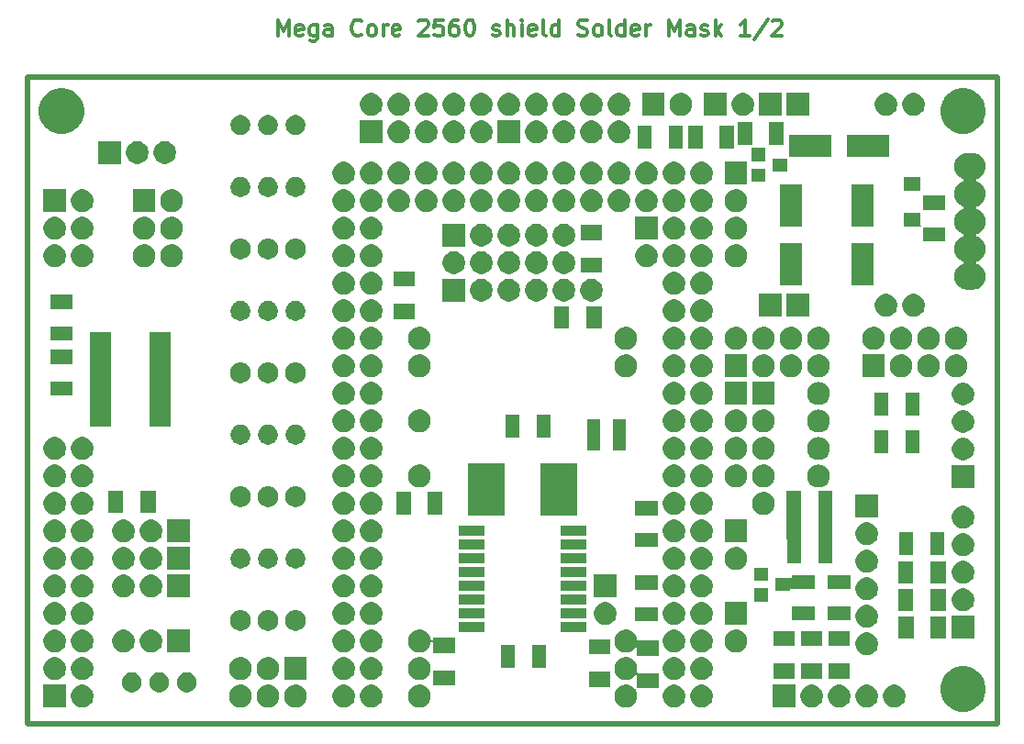
<source format=gbr>
G04 #@! TF.GenerationSoftware,KiCad,Pcbnew,(5.1.5)-3*
G04 #@! TF.CreationDate,2020-06-20T18:26:06+02:00*
G04 #@! TF.ProjectId,Mega_2560 core mini_full_2.2,4d656761-5f32-4353-9630-20636f726520,2.2*
G04 #@! TF.SameCoordinates,Original*
G04 #@! TF.FileFunction,Soldermask,Top*
G04 #@! TF.FilePolarity,Negative*
%FSLAX46Y46*%
G04 Gerber Fmt 4.6, Leading zero omitted, Abs format (unit mm)*
G04 Created by KiCad (PCBNEW (5.1.5)-3) date 2020-06-20 18:26:06*
%MOMM*%
%LPD*%
G04 APERTURE LIST*
%ADD10C,0.500000*%
%ADD11C,0.300000*%
%ADD12C,0.100000*%
G04 APERTURE END LIST*
D10*
X140177520Y-61879480D02*
X140177520Y-121569480D01*
X229712520Y-61879480D02*
X140177520Y-61879480D01*
X229712520Y-121569480D02*
X229712520Y-61879480D01*
X140177520Y-121569480D02*
X229712520Y-121569480D01*
D11*
X163318234Y-58113051D02*
X163318234Y-56613051D01*
X163818234Y-57684480D01*
X164318234Y-56613051D01*
X164318234Y-58113051D01*
X165603948Y-58041622D02*
X165461091Y-58113051D01*
X165175377Y-58113051D01*
X165032520Y-58041622D01*
X164961091Y-57898765D01*
X164961091Y-57327337D01*
X165032520Y-57184480D01*
X165175377Y-57113051D01*
X165461091Y-57113051D01*
X165603948Y-57184480D01*
X165675377Y-57327337D01*
X165675377Y-57470194D01*
X164961091Y-57613051D01*
X166961091Y-57113051D02*
X166961091Y-58327337D01*
X166889662Y-58470194D01*
X166818234Y-58541622D01*
X166675377Y-58613051D01*
X166461091Y-58613051D01*
X166318234Y-58541622D01*
X166961091Y-58041622D02*
X166818234Y-58113051D01*
X166532520Y-58113051D01*
X166389662Y-58041622D01*
X166318234Y-57970194D01*
X166246805Y-57827337D01*
X166246805Y-57398765D01*
X166318234Y-57255908D01*
X166389662Y-57184480D01*
X166532520Y-57113051D01*
X166818234Y-57113051D01*
X166961091Y-57184480D01*
X168318234Y-58113051D02*
X168318234Y-57327337D01*
X168246805Y-57184480D01*
X168103948Y-57113051D01*
X167818234Y-57113051D01*
X167675377Y-57184480D01*
X168318234Y-58041622D02*
X168175377Y-58113051D01*
X167818234Y-58113051D01*
X167675377Y-58041622D01*
X167603948Y-57898765D01*
X167603948Y-57755908D01*
X167675377Y-57613051D01*
X167818234Y-57541622D01*
X168175377Y-57541622D01*
X168318234Y-57470194D01*
X171032520Y-57970194D02*
X170961091Y-58041622D01*
X170746805Y-58113051D01*
X170603948Y-58113051D01*
X170389662Y-58041622D01*
X170246805Y-57898765D01*
X170175377Y-57755908D01*
X170103948Y-57470194D01*
X170103948Y-57255908D01*
X170175377Y-56970194D01*
X170246805Y-56827337D01*
X170389662Y-56684480D01*
X170603948Y-56613051D01*
X170746805Y-56613051D01*
X170961091Y-56684480D01*
X171032520Y-56755908D01*
X171889662Y-58113051D02*
X171746805Y-58041622D01*
X171675377Y-57970194D01*
X171603948Y-57827337D01*
X171603948Y-57398765D01*
X171675377Y-57255908D01*
X171746805Y-57184480D01*
X171889662Y-57113051D01*
X172103948Y-57113051D01*
X172246805Y-57184480D01*
X172318234Y-57255908D01*
X172389662Y-57398765D01*
X172389662Y-57827337D01*
X172318234Y-57970194D01*
X172246805Y-58041622D01*
X172103948Y-58113051D01*
X171889662Y-58113051D01*
X173032520Y-58113051D02*
X173032520Y-57113051D01*
X173032520Y-57398765D02*
X173103948Y-57255908D01*
X173175377Y-57184480D01*
X173318234Y-57113051D01*
X173461091Y-57113051D01*
X174532520Y-58041622D02*
X174389662Y-58113051D01*
X174103948Y-58113051D01*
X173961091Y-58041622D01*
X173889662Y-57898765D01*
X173889662Y-57327337D01*
X173961091Y-57184480D01*
X174103948Y-57113051D01*
X174389662Y-57113051D01*
X174532520Y-57184480D01*
X174603948Y-57327337D01*
X174603948Y-57470194D01*
X173889662Y-57613051D01*
X176318234Y-56755908D02*
X176389662Y-56684480D01*
X176532520Y-56613051D01*
X176889662Y-56613051D01*
X177032520Y-56684480D01*
X177103948Y-56755908D01*
X177175377Y-56898765D01*
X177175377Y-57041622D01*
X177103948Y-57255908D01*
X176246805Y-58113051D01*
X177175377Y-58113051D01*
X178532520Y-56613051D02*
X177818234Y-56613051D01*
X177746805Y-57327337D01*
X177818234Y-57255908D01*
X177961091Y-57184480D01*
X178318234Y-57184480D01*
X178461091Y-57255908D01*
X178532520Y-57327337D01*
X178603948Y-57470194D01*
X178603948Y-57827337D01*
X178532520Y-57970194D01*
X178461091Y-58041622D01*
X178318234Y-58113051D01*
X177961091Y-58113051D01*
X177818234Y-58041622D01*
X177746805Y-57970194D01*
X179889662Y-56613051D02*
X179603948Y-56613051D01*
X179461091Y-56684480D01*
X179389662Y-56755908D01*
X179246805Y-56970194D01*
X179175377Y-57255908D01*
X179175377Y-57827337D01*
X179246805Y-57970194D01*
X179318234Y-58041622D01*
X179461091Y-58113051D01*
X179746805Y-58113051D01*
X179889662Y-58041622D01*
X179961091Y-57970194D01*
X180032520Y-57827337D01*
X180032520Y-57470194D01*
X179961091Y-57327337D01*
X179889662Y-57255908D01*
X179746805Y-57184480D01*
X179461091Y-57184480D01*
X179318234Y-57255908D01*
X179246805Y-57327337D01*
X179175377Y-57470194D01*
X180961091Y-56613051D02*
X181103948Y-56613051D01*
X181246805Y-56684480D01*
X181318234Y-56755908D01*
X181389662Y-56898765D01*
X181461091Y-57184480D01*
X181461091Y-57541622D01*
X181389662Y-57827337D01*
X181318234Y-57970194D01*
X181246805Y-58041622D01*
X181103948Y-58113051D01*
X180961091Y-58113051D01*
X180818234Y-58041622D01*
X180746805Y-57970194D01*
X180675377Y-57827337D01*
X180603948Y-57541622D01*
X180603948Y-57184480D01*
X180675377Y-56898765D01*
X180746805Y-56755908D01*
X180818234Y-56684480D01*
X180961091Y-56613051D01*
X183175377Y-58041622D02*
X183318234Y-58113051D01*
X183603948Y-58113051D01*
X183746805Y-58041622D01*
X183818234Y-57898765D01*
X183818234Y-57827337D01*
X183746805Y-57684480D01*
X183603948Y-57613051D01*
X183389662Y-57613051D01*
X183246805Y-57541622D01*
X183175377Y-57398765D01*
X183175377Y-57327337D01*
X183246805Y-57184480D01*
X183389662Y-57113051D01*
X183603948Y-57113051D01*
X183746805Y-57184480D01*
X184461091Y-58113051D02*
X184461091Y-56613051D01*
X185103948Y-58113051D02*
X185103948Y-57327337D01*
X185032520Y-57184480D01*
X184889662Y-57113051D01*
X184675377Y-57113051D01*
X184532520Y-57184480D01*
X184461091Y-57255908D01*
X185818234Y-58113051D02*
X185818234Y-57113051D01*
X185818234Y-56613051D02*
X185746805Y-56684480D01*
X185818234Y-56755908D01*
X185889662Y-56684480D01*
X185818234Y-56613051D01*
X185818234Y-56755908D01*
X187103948Y-58041622D02*
X186961091Y-58113051D01*
X186675377Y-58113051D01*
X186532520Y-58041622D01*
X186461091Y-57898765D01*
X186461091Y-57327337D01*
X186532520Y-57184480D01*
X186675377Y-57113051D01*
X186961091Y-57113051D01*
X187103948Y-57184480D01*
X187175377Y-57327337D01*
X187175377Y-57470194D01*
X186461091Y-57613051D01*
X188032520Y-58113051D02*
X187889662Y-58041622D01*
X187818234Y-57898765D01*
X187818234Y-56613051D01*
X189246805Y-58113051D02*
X189246805Y-56613051D01*
X189246805Y-58041622D02*
X189103948Y-58113051D01*
X188818234Y-58113051D01*
X188675377Y-58041622D01*
X188603948Y-57970194D01*
X188532520Y-57827337D01*
X188532520Y-57398765D01*
X188603948Y-57255908D01*
X188675377Y-57184480D01*
X188818234Y-57113051D01*
X189103948Y-57113051D01*
X189246805Y-57184480D01*
X191032520Y-58041622D02*
X191246805Y-58113051D01*
X191603948Y-58113051D01*
X191746805Y-58041622D01*
X191818234Y-57970194D01*
X191889662Y-57827337D01*
X191889662Y-57684480D01*
X191818234Y-57541622D01*
X191746805Y-57470194D01*
X191603948Y-57398765D01*
X191318234Y-57327337D01*
X191175377Y-57255908D01*
X191103948Y-57184480D01*
X191032520Y-57041622D01*
X191032520Y-56898765D01*
X191103948Y-56755908D01*
X191175377Y-56684480D01*
X191318234Y-56613051D01*
X191675377Y-56613051D01*
X191889662Y-56684480D01*
X192746805Y-58113051D02*
X192603948Y-58041622D01*
X192532520Y-57970194D01*
X192461091Y-57827337D01*
X192461091Y-57398765D01*
X192532520Y-57255908D01*
X192603948Y-57184480D01*
X192746805Y-57113051D01*
X192961091Y-57113051D01*
X193103948Y-57184480D01*
X193175377Y-57255908D01*
X193246805Y-57398765D01*
X193246805Y-57827337D01*
X193175377Y-57970194D01*
X193103948Y-58041622D01*
X192961091Y-58113051D01*
X192746805Y-58113051D01*
X194103948Y-58113051D02*
X193961091Y-58041622D01*
X193889662Y-57898765D01*
X193889662Y-56613051D01*
X195318234Y-58113051D02*
X195318234Y-56613051D01*
X195318234Y-58041622D02*
X195175377Y-58113051D01*
X194889662Y-58113051D01*
X194746805Y-58041622D01*
X194675377Y-57970194D01*
X194603948Y-57827337D01*
X194603948Y-57398765D01*
X194675377Y-57255908D01*
X194746805Y-57184480D01*
X194889662Y-57113051D01*
X195175377Y-57113051D01*
X195318234Y-57184480D01*
X196603948Y-58041622D02*
X196461091Y-58113051D01*
X196175377Y-58113051D01*
X196032520Y-58041622D01*
X195961091Y-57898765D01*
X195961091Y-57327337D01*
X196032520Y-57184480D01*
X196175377Y-57113051D01*
X196461091Y-57113051D01*
X196603948Y-57184480D01*
X196675377Y-57327337D01*
X196675377Y-57470194D01*
X195961091Y-57613051D01*
X197318234Y-58113051D02*
X197318234Y-57113051D01*
X197318234Y-57398765D02*
X197389662Y-57255908D01*
X197461091Y-57184480D01*
X197603948Y-57113051D01*
X197746805Y-57113051D01*
X199389662Y-58113051D02*
X199389662Y-56613051D01*
X199889662Y-57684480D01*
X200389662Y-56613051D01*
X200389662Y-58113051D01*
X201746805Y-58113051D02*
X201746805Y-57327337D01*
X201675377Y-57184480D01*
X201532520Y-57113051D01*
X201246805Y-57113051D01*
X201103948Y-57184480D01*
X201746805Y-58041622D02*
X201603948Y-58113051D01*
X201246805Y-58113051D01*
X201103948Y-58041622D01*
X201032520Y-57898765D01*
X201032520Y-57755908D01*
X201103948Y-57613051D01*
X201246805Y-57541622D01*
X201603948Y-57541622D01*
X201746805Y-57470194D01*
X202389662Y-58041622D02*
X202532520Y-58113051D01*
X202818234Y-58113051D01*
X202961091Y-58041622D01*
X203032520Y-57898765D01*
X203032520Y-57827337D01*
X202961091Y-57684480D01*
X202818234Y-57613051D01*
X202603948Y-57613051D01*
X202461091Y-57541622D01*
X202389662Y-57398765D01*
X202389662Y-57327337D01*
X202461091Y-57184480D01*
X202603948Y-57113051D01*
X202818234Y-57113051D01*
X202961091Y-57184480D01*
X203675377Y-58113051D02*
X203675377Y-56613051D01*
X203818234Y-57541622D02*
X204246805Y-58113051D01*
X204246805Y-57113051D02*
X203675377Y-57684480D01*
X206818234Y-58113051D02*
X205961091Y-58113051D01*
X206389662Y-58113051D02*
X206389662Y-56613051D01*
X206246805Y-56827337D01*
X206103948Y-56970194D01*
X205961091Y-57041622D01*
X208532520Y-56541622D02*
X207246805Y-58470194D01*
X208961091Y-56755908D02*
X209032520Y-56684480D01*
X209175377Y-56613051D01*
X209532520Y-56613051D01*
X209675377Y-56684480D01*
X209746805Y-56755908D01*
X209818234Y-56898765D01*
X209818234Y-57041622D01*
X209746805Y-57255908D01*
X208889662Y-58113051D01*
X209818234Y-58113051D01*
D12*
G36*
X227150066Y-116375181D02*
G01*
X227522579Y-116529481D01*
X227532243Y-116533484D01*
X227876192Y-116763303D01*
X228168697Y-117055808D01*
X228347694Y-117323697D01*
X228398517Y-117399759D01*
X228556819Y-117781934D01*
X228637520Y-118187647D01*
X228637520Y-118601313D01*
X228556819Y-119007026D01*
X228420656Y-119335752D01*
X228398516Y-119389203D01*
X228168697Y-119733152D01*
X227876192Y-120025657D01*
X227532243Y-120255476D01*
X227532242Y-120255477D01*
X227532241Y-120255477D01*
X227150066Y-120413779D01*
X226744353Y-120494480D01*
X226330687Y-120494480D01*
X225924974Y-120413779D01*
X225542799Y-120255477D01*
X225542798Y-120255477D01*
X225542797Y-120255476D01*
X225198848Y-120025657D01*
X224906343Y-119733152D01*
X224676524Y-119389203D01*
X224654384Y-119335752D01*
X224518221Y-119007026D01*
X224437520Y-118601313D01*
X224437520Y-118187647D01*
X224518221Y-117781934D01*
X224676523Y-117399759D01*
X224727346Y-117323697D01*
X224906343Y-117055808D01*
X225198848Y-116763303D01*
X225542797Y-116533484D01*
X225552461Y-116529481D01*
X225924974Y-116375181D01*
X226330687Y-116294480D01*
X226744353Y-116294480D01*
X227150066Y-116375181D01*
G37*
G36*
X212696207Y-117984507D02*
G01*
X212873794Y-118019830D01*
X213064882Y-118098982D01*
X213236856Y-118213891D01*
X213383109Y-118360144D01*
X213498018Y-118532118D01*
X213577170Y-118723206D01*
X213617520Y-118926064D01*
X213617520Y-119132896D01*
X213577170Y-119335754D01*
X213498018Y-119526842D01*
X213383109Y-119698816D01*
X213236856Y-119845069D01*
X213064882Y-119959978D01*
X212873794Y-120039130D01*
X212696207Y-120074453D01*
X212670937Y-120079480D01*
X212464103Y-120079480D01*
X212438833Y-120074453D01*
X212261246Y-120039130D01*
X212070158Y-119959978D01*
X211898184Y-119845069D01*
X211751931Y-119698816D01*
X211637022Y-119526842D01*
X211557870Y-119335754D01*
X211517520Y-119132896D01*
X211517520Y-118926064D01*
X211557870Y-118723206D01*
X211637022Y-118532118D01*
X211751931Y-118360144D01*
X211898184Y-118213891D01*
X212070158Y-118098982D01*
X212261246Y-118019830D01*
X212438833Y-117984507D01*
X212464103Y-117979480D01*
X212670937Y-117979480D01*
X212696207Y-117984507D01*
G37*
G36*
X169516207Y-117984507D02*
G01*
X169693794Y-118019830D01*
X169884882Y-118098982D01*
X170056856Y-118213891D01*
X170203109Y-118360144D01*
X170318018Y-118532118D01*
X170397170Y-118723206D01*
X170437520Y-118926064D01*
X170437520Y-119132896D01*
X170397170Y-119335754D01*
X170318018Y-119526842D01*
X170203109Y-119698816D01*
X170056856Y-119845069D01*
X169884882Y-119959978D01*
X169693794Y-120039130D01*
X169516207Y-120074453D01*
X169490937Y-120079480D01*
X169284103Y-120079480D01*
X169258833Y-120074453D01*
X169081246Y-120039130D01*
X168890158Y-119959978D01*
X168718184Y-119845069D01*
X168571931Y-119698816D01*
X168457022Y-119526842D01*
X168377870Y-119335754D01*
X168337520Y-119132896D01*
X168337520Y-118926064D01*
X168377870Y-118723206D01*
X168457022Y-118532118D01*
X168571931Y-118360144D01*
X168718184Y-118213891D01*
X168890158Y-118098982D01*
X169081246Y-118019830D01*
X169258833Y-117984507D01*
X169284103Y-117979480D01*
X169490937Y-117979480D01*
X169516207Y-117984507D01*
G37*
G36*
X172056207Y-117984507D02*
G01*
X172233794Y-118019830D01*
X172424882Y-118098982D01*
X172596856Y-118213891D01*
X172743109Y-118360144D01*
X172858018Y-118532118D01*
X172937170Y-118723206D01*
X172977520Y-118926064D01*
X172977520Y-119132896D01*
X172937170Y-119335754D01*
X172858018Y-119526842D01*
X172743109Y-119698816D01*
X172596856Y-119845069D01*
X172424882Y-119959978D01*
X172233794Y-120039130D01*
X172056207Y-120074453D01*
X172030937Y-120079480D01*
X171824103Y-120079480D01*
X171798833Y-120074453D01*
X171621246Y-120039130D01*
X171430158Y-119959978D01*
X171258184Y-119845069D01*
X171111931Y-119698816D01*
X170997022Y-119526842D01*
X170917870Y-119335754D01*
X170877520Y-119132896D01*
X170877520Y-118926064D01*
X170917870Y-118723206D01*
X170997022Y-118532118D01*
X171111931Y-118360144D01*
X171258184Y-118213891D01*
X171430158Y-118098982D01*
X171621246Y-118019830D01*
X171798833Y-117984507D01*
X171824103Y-117979480D01*
X172030937Y-117979480D01*
X172056207Y-117984507D01*
G37*
G36*
X202536207Y-117984507D02*
G01*
X202713794Y-118019830D01*
X202904882Y-118098982D01*
X203076856Y-118213891D01*
X203223109Y-118360144D01*
X203338018Y-118532118D01*
X203417170Y-118723206D01*
X203457520Y-118926064D01*
X203457520Y-119132896D01*
X203417170Y-119335754D01*
X203338018Y-119526842D01*
X203223109Y-119698816D01*
X203076856Y-119845069D01*
X202904882Y-119959978D01*
X202713794Y-120039130D01*
X202536207Y-120074453D01*
X202510937Y-120079480D01*
X202304103Y-120079480D01*
X202278833Y-120074453D01*
X202101246Y-120039130D01*
X201910158Y-119959978D01*
X201738184Y-119845069D01*
X201591931Y-119698816D01*
X201477022Y-119526842D01*
X201397870Y-119335754D01*
X201357520Y-119132896D01*
X201357520Y-118926064D01*
X201397870Y-118723206D01*
X201477022Y-118532118D01*
X201591931Y-118360144D01*
X201738184Y-118213891D01*
X201910158Y-118098982D01*
X202101246Y-118019830D01*
X202278833Y-117984507D01*
X202304103Y-117979480D01*
X202510937Y-117979480D01*
X202536207Y-117984507D01*
G37*
G36*
X199996207Y-117984507D02*
G01*
X200173794Y-118019830D01*
X200364882Y-118098982D01*
X200536856Y-118213891D01*
X200683109Y-118360144D01*
X200798018Y-118532118D01*
X200877170Y-118723206D01*
X200917520Y-118926064D01*
X200917520Y-119132896D01*
X200877170Y-119335754D01*
X200798018Y-119526842D01*
X200683109Y-119698816D01*
X200536856Y-119845069D01*
X200364882Y-119959978D01*
X200173794Y-120039130D01*
X199996207Y-120074453D01*
X199970937Y-120079480D01*
X199764103Y-120079480D01*
X199738833Y-120074453D01*
X199561246Y-120039130D01*
X199370158Y-119959978D01*
X199198184Y-119845069D01*
X199051931Y-119698816D01*
X198937022Y-119526842D01*
X198857870Y-119335754D01*
X198817520Y-119132896D01*
X198817520Y-118926064D01*
X198857870Y-118723206D01*
X198937022Y-118532118D01*
X199051931Y-118360144D01*
X199198184Y-118213891D01*
X199370158Y-118098982D01*
X199561246Y-118019830D01*
X199738833Y-117984507D01*
X199764103Y-117979480D01*
X199970937Y-117979480D01*
X199996207Y-117984507D01*
G37*
G36*
X217776207Y-117984507D02*
G01*
X217953794Y-118019830D01*
X218144882Y-118098982D01*
X218316856Y-118213891D01*
X218463109Y-118360144D01*
X218578018Y-118532118D01*
X218657170Y-118723206D01*
X218697520Y-118926064D01*
X218697520Y-119132896D01*
X218657170Y-119335754D01*
X218578018Y-119526842D01*
X218463109Y-119698816D01*
X218316856Y-119845069D01*
X218144882Y-119959978D01*
X217953794Y-120039130D01*
X217776207Y-120074453D01*
X217750937Y-120079480D01*
X217544103Y-120079480D01*
X217518833Y-120074453D01*
X217341246Y-120039130D01*
X217150158Y-119959978D01*
X216978184Y-119845069D01*
X216831931Y-119698816D01*
X216717022Y-119526842D01*
X216637870Y-119335754D01*
X216597520Y-119132896D01*
X216597520Y-118926064D01*
X216637870Y-118723206D01*
X216717022Y-118532118D01*
X216831931Y-118360144D01*
X216978184Y-118213891D01*
X217150158Y-118098982D01*
X217341246Y-118019830D01*
X217518833Y-117984507D01*
X217544103Y-117979480D01*
X217750937Y-117979480D01*
X217776207Y-117984507D01*
G37*
G36*
X215236207Y-117984507D02*
G01*
X215413794Y-118019830D01*
X215604882Y-118098982D01*
X215776856Y-118213891D01*
X215923109Y-118360144D01*
X216038018Y-118532118D01*
X216117170Y-118723206D01*
X216157520Y-118926064D01*
X216157520Y-119132896D01*
X216117170Y-119335754D01*
X216038018Y-119526842D01*
X215923109Y-119698816D01*
X215776856Y-119845069D01*
X215604882Y-119959978D01*
X215413794Y-120039130D01*
X215236207Y-120074453D01*
X215210937Y-120079480D01*
X215004103Y-120079480D01*
X214978833Y-120074453D01*
X214801246Y-120039130D01*
X214610158Y-119959978D01*
X214438184Y-119845069D01*
X214291931Y-119698816D01*
X214177022Y-119526842D01*
X214097870Y-119335754D01*
X214057520Y-119132896D01*
X214057520Y-118926064D01*
X214097870Y-118723206D01*
X214177022Y-118532118D01*
X214291931Y-118360144D01*
X214438184Y-118213891D01*
X214610158Y-118098982D01*
X214801246Y-118019830D01*
X214978833Y-117984507D01*
X215004103Y-117979480D01*
X215210937Y-117979480D01*
X215236207Y-117984507D01*
G37*
G36*
X220316207Y-117984507D02*
G01*
X220493794Y-118019830D01*
X220684882Y-118098982D01*
X220856856Y-118213891D01*
X221003109Y-118360144D01*
X221118018Y-118532118D01*
X221197170Y-118723206D01*
X221237520Y-118926064D01*
X221237520Y-119132896D01*
X221197170Y-119335754D01*
X221118018Y-119526842D01*
X221003109Y-119698816D01*
X220856856Y-119845069D01*
X220684882Y-119959978D01*
X220493794Y-120039130D01*
X220316207Y-120074453D01*
X220290937Y-120079480D01*
X220084103Y-120079480D01*
X220058833Y-120074453D01*
X219881246Y-120039130D01*
X219690158Y-119959978D01*
X219518184Y-119845069D01*
X219371931Y-119698816D01*
X219257022Y-119526842D01*
X219177870Y-119335754D01*
X219137520Y-119132896D01*
X219137520Y-118926064D01*
X219177870Y-118723206D01*
X219257022Y-118532118D01*
X219371931Y-118360144D01*
X219518184Y-118213891D01*
X219690158Y-118098982D01*
X219881246Y-118019830D01*
X220058833Y-117984507D01*
X220084103Y-117979480D01*
X220290937Y-117979480D01*
X220316207Y-117984507D01*
G37*
G36*
X176501207Y-117984507D02*
G01*
X176678794Y-118019830D01*
X176869882Y-118098982D01*
X177041856Y-118213891D01*
X177188109Y-118360144D01*
X177303018Y-118532118D01*
X177382170Y-118723206D01*
X177422520Y-118926064D01*
X177422520Y-119132896D01*
X177382170Y-119335754D01*
X177303018Y-119526842D01*
X177188109Y-119698816D01*
X177041856Y-119845069D01*
X176869882Y-119959978D01*
X176678794Y-120039130D01*
X176501207Y-120074453D01*
X176475937Y-120079480D01*
X176269103Y-120079480D01*
X176243833Y-120074453D01*
X176066246Y-120039130D01*
X175875158Y-119959978D01*
X175703184Y-119845069D01*
X175556931Y-119698816D01*
X175442022Y-119526842D01*
X175362870Y-119335754D01*
X175322520Y-119132896D01*
X175322520Y-118926064D01*
X175362870Y-118723206D01*
X175442022Y-118532118D01*
X175556931Y-118360144D01*
X175703184Y-118213891D01*
X175875158Y-118098982D01*
X176066246Y-118019830D01*
X176243833Y-117984507D01*
X176269103Y-117979480D01*
X176475937Y-117979480D01*
X176501207Y-117984507D01*
G37*
G36*
X195551207Y-117984507D02*
G01*
X195728794Y-118019830D01*
X195919882Y-118098982D01*
X196091856Y-118213891D01*
X196238109Y-118360144D01*
X196238113Y-118360150D01*
X196241133Y-118363170D01*
X196260075Y-118378715D01*
X196281686Y-118390266D01*
X196305135Y-118397379D01*
X196318015Y-118398648D01*
X196314847Y-118409093D01*
X196312445Y-118433479D01*
X196314847Y-118457865D01*
X196321960Y-118481314D01*
X196333510Y-118502922D01*
X196353018Y-118532118D01*
X196432170Y-118723206D01*
X196472520Y-118926064D01*
X196472520Y-119132896D01*
X196432170Y-119335754D01*
X196353018Y-119526842D01*
X196238109Y-119698816D01*
X196091856Y-119845069D01*
X195919882Y-119959978D01*
X195728794Y-120039130D01*
X195551207Y-120074453D01*
X195525937Y-120079480D01*
X195319103Y-120079480D01*
X195293833Y-120074453D01*
X195116246Y-120039130D01*
X194925158Y-119959978D01*
X194753184Y-119845069D01*
X194606931Y-119698816D01*
X194492022Y-119526842D01*
X194412870Y-119335754D01*
X194372520Y-119132896D01*
X194372520Y-118926064D01*
X194412870Y-118723206D01*
X194492022Y-118532118D01*
X194606931Y-118360144D01*
X194753184Y-118213891D01*
X194925158Y-118098982D01*
X195116246Y-118019830D01*
X195293833Y-117984507D01*
X195319103Y-117979480D01*
X195525937Y-117979480D01*
X195551207Y-117984507D01*
G37*
G36*
X143767520Y-120079480D02*
G01*
X141667520Y-120079480D01*
X141667520Y-117979480D01*
X143767520Y-117979480D01*
X143767520Y-120079480D01*
G37*
G36*
X145386207Y-117984507D02*
G01*
X145563794Y-118019830D01*
X145754882Y-118098982D01*
X145926856Y-118213891D01*
X146073109Y-118360144D01*
X146188018Y-118532118D01*
X146267170Y-118723206D01*
X146307520Y-118926064D01*
X146307520Y-119132896D01*
X146267170Y-119335754D01*
X146188018Y-119526842D01*
X146073109Y-119698816D01*
X145926856Y-119845069D01*
X145754882Y-119959978D01*
X145563794Y-120039130D01*
X145386207Y-120074453D01*
X145360937Y-120079480D01*
X145154103Y-120079480D01*
X145128833Y-120074453D01*
X144951246Y-120039130D01*
X144760158Y-119959978D01*
X144588184Y-119845069D01*
X144441931Y-119698816D01*
X144327022Y-119526842D01*
X144247870Y-119335754D01*
X144207520Y-119132896D01*
X144207520Y-118926064D01*
X144247870Y-118723206D01*
X144327022Y-118532118D01*
X144441931Y-118360144D01*
X144588184Y-118213891D01*
X144760158Y-118098982D01*
X144951246Y-118019830D01*
X145128833Y-117984507D01*
X145154103Y-117979480D01*
X145360937Y-117979480D01*
X145386207Y-117984507D01*
G37*
G36*
X165071207Y-117984507D02*
G01*
X165248794Y-118019830D01*
X165439882Y-118098982D01*
X165611856Y-118213891D01*
X165758109Y-118360144D01*
X165873018Y-118532118D01*
X165952170Y-118723206D01*
X165992520Y-118926064D01*
X165992520Y-119132896D01*
X165952170Y-119335754D01*
X165873018Y-119526842D01*
X165758109Y-119698816D01*
X165611856Y-119845069D01*
X165439882Y-119959978D01*
X165248794Y-120039130D01*
X165071207Y-120074453D01*
X165045937Y-120079480D01*
X164839103Y-120079480D01*
X164813833Y-120074453D01*
X164636246Y-120039130D01*
X164445158Y-119959978D01*
X164273184Y-119845069D01*
X164126931Y-119698816D01*
X164012022Y-119526842D01*
X163932870Y-119335754D01*
X163892520Y-119132896D01*
X163892520Y-118926064D01*
X163932870Y-118723206D01*
X164012022Y-118532118D01*
X164126931Y-118360144D01*
X164273184Y-118213891D01*
X164445158Y-118098982D01*
X164636246Y-118019830D01*
X164813833Y-117984507D01*
X164839103Y-117979480D01*
X165045937Y-117979480D01*
X165071207Y-117984507D01*
G37*
G36*
X162531207Y-117984507D02*
G01*
X162708794Y-118019830D01*
X162899882Y-118098982D01*
X163071856Y-118213891D01*
X163218109Y-118360144D01*
X163333018Y-118532118D01*
X163412170Y-118723206D01*
X163452520Y-118926064D01*
X163452520Y-119132896D01*
X163412170Y-119335754D01*
X163333018Y-119526842D01*
X163218109Y-119698816D01*
X163071856Y-119845069D01*
X162899882Y-119959978D01*
X162708794Y-120039130D01*
X162531207Y-120074453D01*
X162505937Y-120079480D01*
X162299103Y-120079480D01*
X162273833Y-120074453D01*
X162096246Y-120039130D01*
X161905158Y-119959978D01*
X161733184Y-119845069D01*
X161586931Y-119698816D01*
X161472022Y-119526842D01*
X161392870Y-119335754D01*
X161352520Y-119132896D01*
X161352520Y-118926064D01*
X161392870Y-118723206D01*
X161472022Y-118532118D01*
X161586931Y-118360144D01*
X161733184Y-118213891D01*
X161905158Y-118098982D01*
X162096246Y-118019830D01*
X162273833Y-117984507D01*
X162299103Y-117979480D01*
X162505937Y-117979480D01*
X162531207Y-117984507D01*
G37*
G36*
X159991207Y-117984507D02*
G01*
X160168794Y-118019830D01*
X160359882Y-118098982D01*
X160531856Y-118213891D01*
X160678109Y-118360144D01*
X160793018Y-118532118D01*
X160872170Y-118723206D01*
X160912520Y-118926064D01*
X160912520Y-119132896D01*
X160872170Y-119335754D01*
X160793018Y-119526842D01*
X160678109Y-119698816D01*
X160531856Y-119845069D01*
X160359882Y-119959978D01*
X160168794Y-120039130D01*
X159991207Y-120074453D01*
X159965937Y-120079480D01*
X159759103Y-120079480D01*
X159733833Y-120074453D01*
X159556246Y-120039130D01*
X159365158Y-119959978D01*
X159193184Y-119845069D01*
X159046931Y-119698816D01*
X158932022Y-119526842D01*
X158852870Y-119335754D01*
X158812520Y-119132896D01*
X158812520Y-118926064D01*
X158852870Y-118723206D01*
X158932022Y-118532118D01*
X159046931Y-118360144D01*
X159193184Y-118213891D01*
X159365158Y-118098982D01*
X159556246Y-118019830D01*
X159733833Y-117984507D01*
X159759103Y-117979480D01*
X159965937Y-117979480D01*
X159991207Y-117984507D01*
G37*
G36*
X211077520Y-120079480D02*
G01*
X208977520Y-120079480D01*
X208977520Y-117979480D01*
X211077520Y-117979480D01*
X211077520Y-120079480D01*
G37*
G36*
X150097873Y-116874835D02*
G01*
X150265302Y-116944186D01*
X150265303Y-116944187D01*
X150415986Y-117044870D01*
X150544130Y-117173014D01*
X150544131Y-117173016D01*
X150644814Y-117323698D01*
X150714165Y-117491127D01*
X150749520Y-117668867D01*
X150749520Y-117850093D01*
X150714165Y-118027833D01*
X150644814Y-118195262D01*
X150644813Y-118195263D01*
X150544130Y-118345946D01*
X150415986Y-118474090D01*
X150372833Y-118502924D01*
X150265302Y-118574774D01*
X150097873Y-118644125D01*
X149920133Y-118679480D01*
X149738907Y-118679480D01*
X149561167Y-118644125D01*
X149393738Y-118574774D01*
X149286207Y-118502924D01*
X149243054Y-118474090D01*
X149114910Y-118345946D01*
X149014227Y-118195263D01*
X149014226Y-118195262D01*
X148944875Y-118027833D01*
X148909520Y-117850093D01*
X148909520Y-117668867D01*
X148944875Y-117491127D01*
X149014226Y-117323698D01*
X149114909Y-117173016D01*
X149114910Y-117173014D01*
X149243054Y-117044870D01*
X149393737Y-116944187D01*
X149393738Y-116944186D01*
X149561167Y-116874835D01*
X149738907Y-116839480D01*
X149920133Y-116839480D01*
X150097873Y-116874835D01*
G37*
G36*
X155177873Y-116874835D02*
G01*
X155345302Y-116944186D01*
X155345303Y-116944187D01*
X155495986Y-117044870D01*
X155624130Y-117173014D01*
X155624131Y-117173016D01*
X155724814Y-117323698D01*
X155794165Y-117491127D01*
X155829520Y-117668867D01*
X155829520Y-117850093D01*
X155794165Y-118027833D01*
X155724814Y-118195262D01*
X155724813Y-118195263D01*
X155624130Y-118345946D01*
X155495986Y-118474090D01*
X155452833Y-118502924D01*
X155345302Y-118574774D01*
X155177873Y-118644125D01*
X155000133Y-118679480D01*
X154818907Y-118679480D01*
X154641167Y-118644125D01*
X154473738Y-118574774D01*
X154366207Y-118502924D01*
X154323054Y-118474090D01*
X154194910Y-118345946D01*
X154094227Y-118195263D01*
X154094226Y-118195262D01*
X154024875Y-118027833D01*
X153989520Y-117850093D01*
X153989520Y-117668867D01*
X154024875Y-117491127D01*
X154094226Y-117323698D01*
X154194909Y-117173016D01*
X154194910Y-117173014D01*
X154323054Y-117044870D01*
X154473737Y-116944187D01*
X154473738Y-116944186D01*
X154641167Y-116874835D01*
X154818907Y-116839480D01*
X155000133Y-116839480D01*
X155177873Y-116874835D01*
G37*
G36*
X152637873Y-116874835D02*
G01*
X152805302Y-116944186D01*
X152805303Y-116944187D01*
X152955986Y-117044870D01*
X153084130Y-117173014D01*
X153084131Y-117173016D01*
X153184814Y-117323698D01*
X153254165Y-117491127D01*
X153289520Y-117668867D01*
X153289520Y-117850093D01*
X153254165Y-118027833D01*
X153184814Y-118195262D01*
X153184813Y-118195263D01*
X153084130Y-118345946D01*
X152955986Y-118474090D01*
X152912833Y-118502924D01*
X152805302Y-118574774D01*
X152637873Y-118644125D01*
X152460133Y-118679480D01*
X152278907Y-118679480D01*
X152101167Y-118644125D01*
X151933738Y-118574774D01*
X151826207Y-118502924D01*
X151783054Y-118474090D01*
X151654910Y-118345946D01*
X151554227Y-118195263D01*
X151554226Y-118195262D01*
X151484875Y-118027833D01*
X151449520Y-117850093D01*
X151449520Y-117668867D01*
X151484875Y-117491127D01*
X151554226Y-117323698D01*
X151654909Y-117173016D01*
X151654910Y-117173014D01*
X151783054Y-117044870D01*
X151933737Y-116944187D01*
X151933738Y-116944186D01*
X152101167Y-116874835D01*
X152278907Y-116839480D01*
X152460133Y-116839480D01*
X152637873Y-116874835D01*
G37*
G36*
X195551207Y-115444507D02*
G01*
X195728794Y-115479830D01*
X195919882Y-115558982D01*
X196091856Y-115673891D01*
X196238109Y-115820144D01*
X196353018Y-115992118D01*
X196432170Y-116183206D01*
X196454303Y-116294480D01*
X196470356Y-116375182D01*
X196472520Y-116386064D01*
X196472520Y-116592896D01*
X196439460Y-116759103D01*
X196437059Y-116783481D01*
X196439461Y-116807867D01*
X196446574Y-116831316D01*
X196458125Y-116852927D01*
X196473670Y-116871869D01*
X196492612Y-116887414D01*
X196514223Y-116898965D01*
X196537672Y-116906078D01*
X196562058Y-116908480D01*
X198454520Y-116908480D01*
X198454520Y-118308480D01*
X196449293Y-118308480D01*
X196452118Y-118299168D01*
X196454520Y-118274782D01*
X196454520Y-117244178D01*
X196452118Y-117219792D01*
X196445005Y-117196343D01*
X196433454Y-117174732D01*
X196417909Y-117155790D01*
X196398967Y-117140245D01*
X196377356Y-117128694D01*
X196353907Y-117121581D01*
X196329521Y-117119179D01*
X196305135Y-117121581D01*
X196281686Y-117128694D01*
X196260075Y-117140245D01*
X196241133Y-117155790D01*
X196238113Y-117158810D01*
X196238109Y-117158816D01*
X196091856Y-117305069D01*
X195919882Y-117419978D01*
X195728794Y-117499130D01*
X195551207Y-117534453D01*
X195525937Y-117539480D01*
X195319103Y-117539480D01*
X195293833Y-117534453D01*
X195116246Y-117499130D01*
X194925158Y-117419978D01*
X194753184Y-117305069D01*
X194606931Y-117158816D01*
X194492022Y-116986842D01*
X194412870Y-116795754D01*
X194372520Y-116592896D01*
X194372520Y-116386064D01*
X194374685Y-116375182D01*
X194390737Y-116294480D01*
X194412870Y-116183206D01*
X194492022Y-115992118D01*
X194606931Y-115820144D01*
X194753184Y-115673891D01*
X194925158Y-115558982D01*
X195116246Y-115479830D01*
X195293833Y-115444507D01*
X195319103Y-115439480D01*
X195525937Y-115439480D01*
X195551207Y-115444507D01*
G37*
G36*
X194009520Y-118181480D02*
G01*
X192009520Y-118181480D01*
X192009520Y-116781480D01*
X194009520Y-116781480D01*
X194009520Y-118181480D01*
G37*
G36*
X179658520Y-118054480D02*
G01*
X177658520Y-118054480D01*
X177658520Y-116675579D01*
X177656442Y-116654480D01*
X179658520Y-116654480D01*
X179658520Y-118054480D01*
G37*
G36*
X199996207Y-115444507D02*
G01*
X200173794Y-115479830D01*
X200364882Y-115558982D01*
X200536856Y-115673891D01*
X200683109Y-115820144D01*
X200798018Y-115992118D01*
X200877170Y-116183206D01*
X200899303Y-116294480D01*
X200915356Y-116375182D01*
X200917520Y-116386064D01*
X200917520Y-116592896D01*
X200877170Y-116795754D01*
X200798018Y-116986842D01*
X200683109Y-117158816D01*
X200536856Y-117305069D01*
X200364882Y-117419978D01*
X200173794Y-117499130D01*
X199996207Y-117534453D01*
X199970937Y-117539480D01*
X199764103Y-117539480D01*
X199738833Y-117534453D01*
X199561246Y-117499130D01*
X199370158Y-117419978D01*
X199198184Y-117305069D01*
X199051931Y-117158816D01*
X198937022Y-116986842D01*
X198857870Y-116795754D01*
X198817520Y-116592896D01*
X198817520Y-116386064D01*
X198819685Y-116375182D01*
X198835737Y-116294480D01*
X198857870Y-116183206D01*
X198937022Y-115992118D01*
X199051931Y-115820144D01*
X199198184Y-115673891D01*
X199370158Y-115558982D01*
X199561246Y-115479830D01*
X199738833Y-115444507D01*
X199764103Y-115439480D01*
X199970937Y-115439480D01*
X199996207Y-115444507D01*
G37*
G36*
X169516207Y-115444507D02*
G01*
X169693794Y-115479830D01*
X169884882Y-115558982D01*
X170056856Y-115673891D01*
X170203109Y-115820144D01*
X170318018Y-115992118D01*
X170397170Y-116183206D01*
X170419303Y-116294480D01*
X170435356Y-116375182D01*
X170437520Y-116386064D01*
X170437520Y-116592896D01*
X170397170Y-116795754D01*
X170318018Y-116986842D01*
X170203109Y-117158816D01*
X170056856Y-117305069D01*
X169884882Y-117419978D01*
X169693794Y-117499130D01*
X169516207Y-117534453D01*
X169490937Y-117539480D01*
X169284103Y-117539480D01*
X169258833Y-117534453D01*
X169081246Y-117499130D01*
X168890158Y-117419978D01*
X168718184Y-117305069D01*
X168571931Y-117158816D01*
X168457022Y-116986842D01*
X168377870Y-116795754D01*
X168337520Y-116592896D01*
X168337520Y-116386064D01*
X168339685Y-116375182D01*
X168355737Y-116294480D01*
X168377870Y-116183206D01*
X168457022Y-115992118D01*
X168571931Y-115820144D01*
X168718184Y-115673891D01*
X168890158Y-115558982D01*
X169081246Y-115479830D01*
X169258833Y-115444507D01*
X169284103Y-115439480D01*
X169490937Y-115439480D01*
X169516207Y-115444507D01*
G37*
G36*
X172056207Y-115444507D02*
G01*
X172233794Y-115479830D01*
X172424882Y-115558982D01*
X172596856Y-115673891D01*
X172743109Y-115820144D01*
X172858018Y-115992118D01*
X172937170Y-116183206D01*
X172959303Y-116294480D01*
X172975356Y-116375182D01*
X172977520Y-116386064D01*
X172977520Y-116592896D01*
X172937170Y-116795754D01*
X172858018Y-116986842D01*
X172743109Y-117158816D01*
X172596856Y-117305069D01*
X172424882Y-117419978D01*
X172233794Y-117499130D01*
X172056207Y-117534453D01*
X172030937Y-117539480D01*
X171824103Y-117539480D01*
X171798833Y-117534453D01*
X171621246Y-117499130D01*
X171430158Y-117419978D01*
X171258184Y-117305069D01*
X171111931Y-117158816D01*
X170997022Y-116986842D01*
X170917870Y-116795754D01*
X170877520Y-116592896D01*
X170877520Y-116386064D01*
X170879685Y-116375182D01*
X170895737Y-116294480D01*
X170917870Y-116183206D01*
X170997022Y-115992118D01*
X171111931Y-115820144D01*
X171258184Y-115673891D01*
X171430158Y-115558982D01*
X171621246Y-115479830D01*
X171798833Y-115444507D01*
X171824103Y-115439480D01*
X172030937Y-115439480D01*
X172056207Y-115444507D01*
G37*
G36*
X202536207Y-115444507D02*
G01*
X202713794Y-115479830D01*
X202904882Y-115558982D01*
X203076856Y-115673891D01*
X203223109Y-115820144D01*
X203338018Y-115992118D01*
X203417170Y-116183206D01*
X203439303Y-116294480D01*
X203455356Y-116375182D01*
X203457520Y-116386064D01*
X203457520Y-116592896D01*
X203417170Y-116795754D01*
X203338018Y-116986842D01*
X203223109Y-117158816D01*
X203076856Y-117305069D01*
X202904882Y-117419978D01*
X202713794Y-117499130D01*
X202536207Y-117534453D01*
X202510937Y-117539480D01*
X202304103Y-117539480D01*
X202278833Y-117534453D01*
X202101246Y-117499130D01*
X201910158Y-117419978D01*
X201738184Y-117305069D01*
X201591931Y-117158816D01*
X201477022Y-116986842D01*
X201397870Y-116795754D01*
X201357520Y-116592896D01*
X201357520Y-116386064D01*
X201359685Y-116375182D01*
X201375737Y-116294480D01*
X201397870Y-116183206D01*
X201477022Y-115992118D01*
X201591931Y-115820144D01*
X201738184Y-115673891D01*
X201910158Y-115558982D01*
X202101246Y-115479830D01*
X202278833Y-115444507D01*
X202304103Y-115439480D01*
X202510937Y-115439480D01*
X202536207Y-115444507D01*
G37*
G36*
X159991207Y-115444507D02*
G01*
X160168794Y-115479830D01*
X160359882Y-115558982D01*
X160531856Y-115673891D01*
X160678109Y-115820144D01*
X160793018Y-115992118D01*
X160872170Y-116183206D01*
X160894303Y-116294480D01*
X160910356Y-116375182D01*
X160912520Y-116386064D01*
X160912520Y-116592896D01*
X160872170Y-116795754D01*
X160793018Y-116986842D01*
X160678109Y-117158816D01*
X160531856Y-117305069D01*
X160359882Y-117419978D01*
X160168794Y-117499130D01*
X159991207Y-117534453D01*
X159965937Y-117539480D01*
X159759103Y-117539480D01*
X159733833Y-117534453D01*
X159556246Y-117499130D01*
X159365158Y-117419978D01*
X159193184Y-117305069D01*
X159046931Y-117158816D01*
X158932022Y-116986842D01*
X158852870Y-116795754D01*
X158812520Y-116592896D01*
X158812520Y-116386064D01*
X158814685Y-116375182D01*
X158830737Y-116294480D01*
X158852870Y-116183206D01*
X158932022Y-115992118D01*
X159046931Y-115820144D01*
X159193184Y-115673891D01*
X159365158Y-115558982D01*
X159556246Y-115479830D01*
X159733833Y-115444507D01*
X159759103Y-115439480D01*
X159965937Y-115439480D01*
X159991207Y-115444507D01*
G37*
G36*
X162531207Y-115444507D02*
G01*
X162708794Y-115479830D01*
X162899882Y-115558982D01*
X163071856Y-115673891D01*
X163218109Y-115820144D01*
X163333018Y-115992118D01*
X163412170Y-116183206D01*
X163434303Y-116294480D01*
X163450356Y-116375182D01*
X163452520Y-116386064D01*
X163452520Y-116592896D01*
X163412170Y-116795754D01*
X163333018Y-116986842D01*
X163218109Y-117158816D01*
X163071856Y-117305069D01*
X162899882Y-117419978D01*
X162708794Y-117499130D01*
X162531207Y-117534453D01*
X162505937Y-117539480D01*
X162299103Y-117539480D01*
X162273833Y-117534453D01*
X162096246Y-117499130D01*
X161905158Y-117419978D01*
X161733184Y-117305069D01*
X161586931Y-117158816D01*
X161472022Y-116986842D01*
X161392870Y-116795754D01*
X161352520Y-116592896D01*
X161352520Y-116386064D01*
X161354685Y-116375182D01*
X161370737Y-116294480D01*
X161392870Y-116183206D01*
X161472022Y-115992118D01*
X161586931Y-115820144D01*
X161733184Y-115673891D01*
X161905158Y-115558982D01*
X162096246Y-115479830D01*
X162273833Y-115444507D01*
X162299103Y-115439480D01*
X162505937Y-115439480D01*
X162531207Y-115444507D01*
G37*
G36*
X165992520Y-117539480D02*
G01*
X163892520Y-117539480D01*
X163892520Y-115439480D01*
X165992520Y-115439480D01*
X165992520Y-117539480D01*
G37*
G36*
X142846207Y-115444507D02*
G01*
X143023794Y-115479830D01*
X143214882Y-115558982D01*
X143386856Y-115673891D01*
X143533109Y-115820144D01*
X143648018Y-115992118D01*
X143727170Y-116183206D01*
X143749303Y-116294480D01*
X143765356Y-116375182D01*
X143767520Y-116386064D01*
X143767520Y-116592896D01*
X143727170Y-116795754D01*
X143648018Y-116986842D01*
X143533109Y-117158816D01*
X143386856Y-117305069D01*
X143214882Y-117419978D01*
X143023794Y-117499130D01*
X142846207Y-117534453D01*
X142820937Y-117539480D01*
X142614103Y-117539480D01*
X142588833Y-117534453D01*
X142411246Y-117499130D01*
X142220158Y-117419978D01*
X142048184Y-117305069D01*
X141901931Y-117158816D01*
X141787022Y-116986842D01*
X141707870Y-116795754D01*
X141667520Y-116592896D01*
X141667520Y-116386064D01*
X141669685Y-116375182D01*
X141685737Y-116294480D01*
X141707870Y-116183206D01*
X141787022Y-115992118D01*
X141901931Y-115820144D01*
X142048184Y-115673891D01*
X142220158Y-115558982D01*
X142411246Y-115479830D01*
X142588833Y-115444507D01*
X142614103Y-115439480D01*
X142820937Y-115439480D01*
X142846207Y-115444507D01*
G37*
G36*
X145386207Y-115444507D02*
G01*
X145563794Y-115479830D01*
X145754882Y-115558982D01*
X145926856Y-115673891D01*
X146073109Y-115820144D01*
X146188018Y-115992118D01*
X146267170Y-116183206D01*
X146289303Y-116294480D01*
X146305356Y-116375182D01*
X146307520Y-116386064D01*
X146307520Y-116592896D01*
X146267170Y-116795754D01*
X146188018Y-116986842D01*
X146073109Y-117158816D01*
X145926856Y-117305069D01*
X145754882Y-117419978D01*
X145563794Y-117499130D01*
X145386207Y-117534453D01*
X145360937Y-117539480D01*
X145154103Y-117539480D01*
X145128833Y-117534453D01*
X144951246Y-117499130D01*
X144760158Y-117419978D01*
X144588184Y-117305069D01*
X144441931Y-117158816D01*
X144327022Y-116986842D01*
X144247870Y-116795754D01*
X144207520Y-116592896D01*
X144207520Y-116386064D01*
X144209685Y-116375182D01*
X144225737Y-116294480D01*
X144247870Y-116183206D01*
X144327022Y-115992118D01*
X144441931Y-115820144D01*
X144588184Y-115673891D01*
X144760158Y-115558982D01*
X144951246Y-115479830D01*
X145128833Y-115444507D01*
X145154103Y-115439480D01*
X145360937Y-115439480D01*
X145386207Y-115444507D01*
G37*
G36*
X176501207Y-115444507D02*
G01*
X176678794Y-115479830D01*
X176869882Y-115558982D01*
X177041856Y-115673891D01*
X177188109Y-115820144D01*
X177303018Y-115992118D01*
X177382170Y-116183206D01*
X177404303Y-116294480D01*
X177422520Y-116386063D01*
X177422520Y-116529481D01*
X177424922Y-116553867D01*
X177432035Y-116577316D01*
X177440397Y-116592961D01*
X177429588Y-116606133D01*
X177418037Y-116627744D01*
X177410925Y-116651190D01*
X177382170Y-116795754D01*
X177303018Y-116986842D01*
X177188109Y-117158816D01*
X177041856Y-117305069D01*
X176869882Y-117419978D01*
X176678794Y-117499130D01*
X176501207Y-117534453D01*
X176475937Y-117539480D01*
X176269103Y-117539480D01*
X176243833Y-117534453D01*
X176066246Y-117499130D01*
X175875158Y-117419978D01*
X175703184Y-117305069D01*
X175556931Y-117158816D01*
X175442022Y-116986842D01*
X175362870Y-116795754D01*
X175322520Y-116592896D01*
X175322520Y-116386064D01*
X175324685Y-116375182D01*
X175340737Y-116294480D01*
X175362870Y-116183206D01*
X175442022Y-115992118D01*
X175556931Y-115820144D01*
X175703184Y-115673891D01*
X175875158Y-115558982D01*
X176066246Y-115479830D01*
X176243833Y-115444507D01*
X176269103Y-115439480D01*
X176475937Y-115439480D01*
X176501207Y-115444507D01*
G37*
G36*
X216107520Y-117419480D02*
G01*
X214107520Y-117419480D01*
X214107520Y-116019480D01*
X216107520Y-116019480D01*
X216107520Y-117419480D01*
G37*
G36*
X211027520Y-117419480D02*
G01*
X209027520Y-117419480D01*
X209027520Y-116019480D01*
X211027520Y-116019480D01*
X211027520Y-117419480D01*
G37*
G36*
X213567520Y-117419480D02*
G01*
X211567520Y-117419480D01*
X211567520Y-116019480D01*
X213567520Y-116019480D01*
X213567520Y-117419480D01*
G37*
G36*
X188071520Y-116396480D02*
G01*
X186771520Y-116396480D01*
X186771520Y-114296480D01*
X188071520Y-114296480D01*
X188071520Y-116396480D01*
G37*
G36*
X185171520Y-116396480D02*
G01*
X183871520Y-116396480D01*
X183871520Y-114296480D01*
X185171520Y-114296480D01*
X185171520Y-116396480D01*
G37*
G36*
X195551207Y-112904507D02*
G01*
X195728794Y-112939830D01*
X195919882Y-113018982D01*
X196091856Y-113133891D01*
X196238109Y-113280144D01*
X196353018Y-113452118D01*
X196432170Y-113643206D01*
X196460924Y-113787767D01*
X196464922Y-113807867D01*
X196472035Y-113831316D01*
X196483586Y-113852927D01*
X196499131Y-113871869D01*
X196518073Y-113887414D01*
X196539684Y-113898965D01*
X196563133Y-113906078D01*
X196587519Y-113908480D01*
X198454520Y-113908480D01*
X198454520Y-115308480D01*
X196454520Y-115308480D01*
X196454520Y-114704178D01*
X196452118Y-114679792D01*
X196445005Y-114656343D01*
X196433454Y-114634732D01*
X196417909Y-114615790D01*
X196398967Y-114600245D01*
X196377356Y-114588694D01*
X196353907Y-114581581D01*
X196329521Y-114579179D01*
X196305135Y-114581581D01*
X196281686Y-114588694D01*
X196260075Y-114600245D01*
X196241133Y-114615790D01*
X196238113Y-114618810D01*
X196238109Y-114618816D01*
X196091856Y-114765069D01*
X195919882Y-114879978D01*
X195728794Y-114959130D01*
X195551207Y-114994453D01*
X195525937Y-114999480D01*
X195319103Y-114999480D01*
X195293833Y-114994453D01*
X195116246Y-114959130D01*
X194925158Y-114879978D01*
X194753184Y-114765069D01*
X194606931Y-114618816D01*
X194492022Y-114446842D01*
X194412870Y-114255754D01*
X194372520Y-114052896D01*
X194372520Y-113846064D01*
X194412870Y-113643206D01*
X194492022Y-113452118D01*
X194606931Y-113280144D01*
X194753184Y-113133891D01*
X194925158Y-113018982D01*
X195116246Y-112939830D01*
X195293833Y-112904507D01*
X195319103Y-112899480D01*
X195525937Y-112899480D01*
X195551207Y-112904507D01*
G37*
G36*
X217776207Y-113158507D02*
G01*
X217953794Y-113193830D01*
X218144882Y-113272982D01*
X218316856Y-113387891D01*
X218463109Y-113534144D01*
X218578018Y-113706118D01*
X218657170Y-113897206D01*
X218683911Y-114031646D01*
X218695070Y-114087744D01*
X218697520Y-114100064D01*
X218697520Y-114306896D01*
X218657170Y-114509754D01*
X218578018Y-114700842D01*
X218463109Y-114872816D01*
X218316856Y-115019069D01*
X218144882Y-115133978D01*
X217953794Y-115213130D01*
X217776207Y-115248453D01*
X217750937Y-115253480D01*
X217544103Y-115253480D01*
X217518833Y-115248453D01*
X217341246Y-115213130D01*
X217150158Y-115133978D01*
X216978184Y-115019069D01*
X216831931Y-114872816D01*
X216717022Y-114700842D01*
X216637870Y-114509754D01*
X216597520Y-114306896D01*
X216597520Y-114100064D01*
X216599971Y-114087744D01*
X216611129Y-114031646D01*
X216637870Y-113897206D01*
X216717022Y-113706118D01*
X216831931Y-113534144D01*
X216978184Y-113387891D01*
X217150158Y-113272982D01*
X217341246Y-113193830D01*
X217518833Y-113158507D01*
X217544103Y-113153480D01*
X217750937Y-113153480D01*
X217776207Y-113158507D01*
G37*
G36*
X194009520Y-115181480D02*
G01*
X192009520Y-115181480D01*
X192009520Y-113781480D01*
X194009520Y-113781480D01*
X194009520Y-115181480D01*
G37*
G36*
X176501207Y-112904507D02*
G01*
X176678794Y-112939830D01*
X176869882Y-113018982D01*
X177041856Y-113133891D01*
X177188109Y-113280144D01*
X177303018Y-113452118D01*
X177382170Y-113643206D01*
X177410924Y-113787767D01*
X177418037Y-113811216D01*
X177429588Y-113832827D01*
X177445134Y-113851769D01*
X177464076Y-113867314D01*
X177485686Y-113878865D01*
X177509135Y-113885978D01*
X177533521Y-113888380D01*
X177557907Y-113885978D01*
X177581356Y-113878865D01*
X177602967Y-113867314D01*
X177621909Y-113851768D01*
X177637454Y-113832826D01*
X177649005Y-113811216D01*
X177656118Y-113787767D01*
X177658520Y-113763381D01*
X177658520Y-113654480D01*
X179658520Y-113654480D01*
X179658520Y-115054480D01*
X177658520Y-115054480D01*
X177658520Y-114135579D01*
X177656118Y-114111193D01*
X177649005Y-114087744D01*
X177637454Y-114066133D01*
X177621909Y-114047191D01*
X177602967Y-114031646D01*
X177581356Y-114020095D01*
X177557907Y-114012982D01*
X177533521Y-114010580D01*
X177509135Y-114012982D01*
X177485686Y-114020095D01*
X177464075Y-114031646D01*
X177445133Y-114047191D01*
X177429588Y-114066133D01*
X177418037Y-114087744D01*
X177410925Y-114111190D01*
X177382170Y-114255754D01*
X177303018Y-114446842D01*
X177188109Y-114618816D01*
X177041856Y-114765069D01*
X176869882Y-114879978D01*
X176678794Y-114959130D01*
X176501207Y-114994453D01*
X176475937Y-114999480D01*
X176269103Y-114999480D01*
X176243833Y-114994453D01*
X176066246Y-114959130D01*
X175875158Y-114879978D01*
X175703184Y-114765069D01*
X175556931Y-114618816D01*
X175442022Y-114446842D01*
X175362870Y-114255754D01*
X175322520Y-114052896D01*
X175322520Y-113846064D01*
X175362870Y-113643206D01*
X175442022Y-113452118D01*
X175556931Y-113280144D01*
X175703184Y-113133891D01*
X175875158Y-113018982D01*
X176066246Y-112939830D01*
X176243833Y-112904507D01*
X176269103Y-112899480D01*
X176475937Y-112899480D01*
X176501207Y-112904507D01*
G37*
G36*
X142846207Y-112904507D02*
G01*
X143023794Y-112939830D01*
X143214882Y-113018982D01*
X143386856Y-113133891D01*
X143533109Y-113280144D01*
X143648018Y-113452118D01*
X143727170Y-113643206D01*
X143767520Y-113846064D01*
X143767520Y-114052896D01*
X143727170Y-114255754D01*
X143648018Y-114446842D01*
X143533109Y-114618816D01*
X143386856Y-114765069D01*
X143214882Y-114879978D01*
X143023794Y-114959130D01*
X142846207Y-114994453D01*
X142820937Y-114999480D01*
X142614103Y-114999480D01*
X142588833Y-114994453D01*
X142411246Y-114959130D01*
X142220158Y-114879978D01*
X142048184Y-114765069D01*
X141901931Y-114618816D01*
X141787022Y-114446842D01*
X141707870Y-114255754D01*
X141667520Y-114052896D01*
X141667520Y-113846064D01*
X141707870Y-113643206D01*
X141787022Y-113452118D01*
X141901931Y-113280144D01*
X142048184Y-113133891D01*
X142220158Y-113018982D01*
X142411246Y-112939830D01*
X142588833Y-112904507D01*
X142614103Y-112899480D01*
X142820937Y-112899480D01*
X142846207Y-112904507D01*
G37*
G36*
X205711207Y-112904507D02*
G01*
X205888794Y-112939830D01*
X206079882Y-113018982D01*
X206251856Y-113133891D01*
X206398109Y-113280144D01*
X206513018Y-113452118D01*
X206592170Y-113643206D01*
X206632520Y-113846064D01*
X206632520Y-114052896D01*
X206592170Y-114255754D01*
X206513018Y-114446842D01*
X206398109Y-114618816D01*
X206251856Y-114765069D01*
X206079882Y-114879978D01*
X205888794Y-114959130D01*
X205711207Y-114994453D01*
X205685937Y-114999480D01*
X205479103Y-114999480D01*
X205453833Y-114994453D01*
X205276246Y-114959130D01*
X205085158Y-114879978D01*
X204913184Y-114765069D01*
X204766931Y-114618816D01*
X204652022Y-114446842D01*
X204572870Y-114255754D01*
X204532520Y-114052896D01*
X204532520Y-113846064D01*
X204572870Y-113643206D01*
X204652022Y-113452118D01*
X204766931Y-113280144D01*
X204913184Y-113133891D01*
X205085158Y-113018982D01*
X205276246Y-112939830D01*
X205453833Y-112904507D01*
X205479103Y-112899480D01*
X205685937Y-112899480D01*
X205711207Y-112904507D01*
G37*
G36*
X145386207Y-112904507D02*
G01*
X145563794Y-112939830D01*
X145754882Y-113018982D01*
X145926856Y-113133891D01*
X146073109Y-113280144D01*
X146188018Y-113452118D01*
X146267170Y-113643206D01*
X146307520Y-113846064D01*
X146307520Y-114052896D01*
X146267170Y-114255754D01*
X146188018Y-114446842D01*
X146073109Y-114618816D01*
X145926856Y-114765069D01*
X145754882Y-114879978D01*
X145563794Y-114959130D01*
X145386207Y-114994453D01*
X145360937Y-114999480D01*
X145154103Y-114999480D01*
X145128833Y-114994453D01*
X144951246Y-114959130D01*
X144760158Y-114879978D01*
X144588184Y-114765069D01*
X144441931Y-114618816D01*
X144327022Y-114446842D01*
X144247870Y-114255754D01*
X144207520Y-114052896D01*
X144207520Y-113846064D01*
X144247870Y-113643206D01*
X144327022Y-113452118D01*
X144441931Y-113280144D01*
X144588184Y-113133891D01*
X144760158Y-113018982D01*
X144951246Y-112939830D01*
X145128833Y-112904507D01*
X145154103Y-112899480D01*
X145360937Y-112899480D01*
X145386207Y-112904507D01*
G37*
G36*
X172056207Y-112904507D02*
G01*
X172233794Y-112939830D01*
X172424882Y-113018982D01*
X172596856Y-113133891D01*
X172743109Y-113280144D01*
X172858018Y-113452118D01*
X172937170Y-113643206D01*
X172977520Y-113846064D01*
X172977520Y-114052896D01*
X172937170Y-114255754D01*
X172858018Y-114446842D01*
X172743109Y-114618816D01*
X172596856Y-114765069D01*
X172424882Y-114879978D01*
X172233794Y-114959130D01*
X172056207Y-114994453D01*
X172030937Y-114999480D01*
X171824103Y-114999480D01*
X171798833Y-114994453D01*
X171621246Y-114959130D01*
X171430158Y-114879978D01*
X171258184Y-114765069D01*
X171111931Y-114618816D01*
X170997022Y-114446842D01*
X170917870Y-114255754D01*
X170877520Y-114052896D01*
X170877520Y-113846064D01*
X170917870Y-113643206D01*
X170997022Y-113452118D01*
X171111931Y-113280144D01*
X171258184Y-113133891D01*
X171430158Y-113018982D01*
X171621246Y-112939830D01*
X171798833Y-112904507D01*
X171824103Y-112899480D01*
X172030937Y-112899480D01*
X172056207Y-112904507D01*
G37*
G36*
X199996207Y-112904507D02*
G01*
X200173794Y-112939830D01*
X200364882Y-113018982D01*
X200536856Y-113133891D01*
X200683109Y-113280144D01*
X200798018Y-113452118D01*
X200877170Y-113643206D01*
X200917520Y-113846064D01*
X200917520Y-114052896D01*
X200877170Y-114255754D01*
X200798018Y-114446842D01*
X200683109Y-114618816D01*
X200536856Y-114765069D01*
X200364882Y-114879978D01*
X200173794Y-114959130D01*
X199996207Y-114994453D01*
X199970937Y-114999480D01*
X199764103Y-114999480D01*
X199738833Y-114994453D01*
X199561246Y-114959130D01*
X199370158Y-114879978D01*
X199198184Y-114765069D01*
X199051931Y-114618816D01*
X198937022Y-114446842D01*
X198857870Y-114255754D01*
X198817520Y-114052896D01*
X198817520Y-113846064D01*
X198857870Y-113643206D01*
X198937022Y-113452118D01*
X199051931Y-113280144D01*
X199198184Y-113133891D01*
X199370158Y-113018982D01*
X199561246Y-112939830D01*
X199738833Y-112904507D01*
X199764103Y-112899480D01*
X199970937Y-112899480D01*
X199996207Y-112904507D01*
G37*
G36*
X155197520Y-114999480D02*
G01*
X153097520Y-114999480D01*
X153097520Y-112899480D01*
X155197520Y-112899480D01*
X155197520Y-114999480D01*
G37*
G36*
X149196207Y-112904507D02*
G01*
X149373794Y-112939830D01*
X149564882Y-113018982D01*
X149736856Y-113133891D01*
X149883109Y-113280144D01*
X149998018Y-113452118D01*
X150077170Y-113643206D01*
X150117520Y-113846064D01*
X150117520Y-114052896D01*
X150077170Y-114255754D01*
X149998018Y-114446842D01*
X149883109Y-114618816D01*
X149736856Y-114765069D01*
X149564882Y-114879978D01*
X149373794Y-114959130D01*
X149196207Y-114994453D01*
X149170937Y-114999480D01*
X148964103Y-114999480D01*
X148938833Y-114994453D01*
X148761246Y-114959130D01*
X148570158Y-114879978D01*
X148398184Y-114765069D01*
X148251931Y-114618816D01*
X148137022Y-114446842D01*
X148057870Y-114255754D01*
X148017520Y-114052896D01*
X148017520Y-113846064D01*
X148057870Y-113643206D01*
X148137022Y-113452118D01*
X148251931Y-113280144D01*
X148398184Y-113133891D01*
X148570158Y-113018982D01*
X148761246Y-112939830D01*
X148938833Y-112904507D01*
X148964103Y-112899480D01*
X149170937Y-112899480D01*
X149196207Y-112904507D01*
G37*
G36*
X169516207Y-112904507D02*
G01*
X169693794Y-112939830D01*
X169884882Y-113018982D01*
X170056856Y-113133891D01*
X170203109Y-113280144D01*
X170318018Y-113452118D01*
X170397170Y-113643206D01*
X170437520Y-113846064D01*
X170437520Y-114052896D01*
X170397170Y-114255754D01*
X170318018Y-114446842D01*
X170203109Y-114618816D01*
X170056856Y-114765069D01*
X169884882Y-114879978D01*
X169693794Y-114959130D01*
X169516207Y-114994453D01*
X169490937Y-114999480D01*
X169284103Y-114999480D01*
X169258833Y-114994453D01*
X169081246Y-114959130D01*
X168890158Y-114879978D01*
X168718184Y-114765069D01*
X168571931Y-114618816D01*
X168457022Y-114446842D01*
X168377870Y-114255754D01*
X168337520Y-114052896D01*
X168337520Y-113846064D01*
X168377870Y-113643206D01*
X168457022Y-113452118D01*
X168571931Y-113280144D01*
X168718184Y-113133891D01*
X168890158Y-113018982D01*
X169081246Y-112939830D01*
X169258833Y-112904507D01*
X169284103Y-112899480D01*
X169490937Y-112899480D01*
X169516207Y-112904507D01*
G37*
G36*
X202536207Y-112904507D02*
G01*
X202713794Y-112939830D01*
X202904882Y-113018982D01*
X203076856Y-113133891D01*
X203223109Y-113280144D01*
X203338018Y-113452118D01*
X203417170Y-113643206D01*
X203457520Y-113846064D01*
X203457520Y-114052896D01*
X203417170Y-114255754D01*
X203338018Y-114446842D01*
X203223109Y-114618816D01*
X203076856Y-114765069D01*
X202904882Y-114879978D01*
X202713794Y-114959130D01*
X202536207Y-114994453D01*
X202510937Y-114999480D01*
X202304103Y-114999480D01*
X202278833Y-114994453D01*
X202101246Y-114959130D01*
X201910158Y-114879978D01*
X201738184Y-114765069D01*
X201591931Y-114618816D01*
X201477022Y-114446842D01*
X201397870Y-114255754D01*
X201357520Y-114052896D01*
X201357520Y-113846064D01*
X201397870Y-113643206D01*
X201477022Y-113452118D01*
X201591931Y-113280144D01*
X201738184Y-113133891D01*
X201910158Y-113018982D01*
X202101246Y-112939830D01*
X202278833Y-112904507D01*
X202304103Y-112899480D01*
X202510937Y-112899480D01*
X202536207Y-112904507D01*
G37*
G36*
X151736207Y-112904507D02*
G01*
X151913794Y-112939830D01*
X152104882Y-113018982D01*
X152276856Y-113133891D01*
X152423109Y-113280144D01*
X152538018Y-113452118D01*
X152617170Y-113643206D01*
X152657520Y-113846064D01*
X152657520Y-114052896D01*
X152617170Y-114255754D01*
X152538018Y-114446842D01*
X152423109Y-114618816D01*
X152276856Y-114765069D01*
X152104882Y-114879978D01*
X151913794Y-114959130D01*
X151736207Y-114994453D01*
X151710937Y-114999480D01*
X151504103Y-114999480D01*
X151478833Y-114994453D01*
X151301246Y-114959130D01*
X151110158Y-114879978D01*
X150938184Y-114765069D01*
X150791931Y-114618816D01*
X150677022Y-114446842D01*
X150597870Y-114255754D01*
X150557520Y-114052896D01*
X150557520Y-113846064D01*
X150597870Y-113643206D01*
X150677022Y-113452118D01*
X150791931Y-113280144D01*
X150938184Y-113133891D01*
X151110158Y-113018982D01*
X151301246Y-112939830D01*
X151478833Y-112904507D01*
X151504103Y-112899480D01*
X151710937Y-112899480D01*
X151736207Y-112904507D01*
G37*
G36*
X211027520Y-114419480D02*
G01*
X209027520Y-114419480D01*
X209027520Y-113019480D01*
X211027520Y-113019480D01*
X211027520Y-114419480D01*
G37*
G36*
X213567520Y-114419480D02*
G01*
X211567520Y-114419480D01*
X211567520Y-113019480D01*
X213567520Y-113019480D01*
X213567520Y-114419480D01*
G37*
G36*
X216107520Y-114419480D02*
G01*
X214107520Y-114419480D01*
X214107520Y-113019480D01*
X216107520Y-113019480D01*
X216107520Y-114419480D01*
G37*
G36*
X227587520Y-113729480D02*
G01*
X225487520Y-113729480D01*
X225487520Y-111629480D01*
X227587520Y-111629480D01*
X227587520Y-113729480D01*
G37*
G36*
X224967020Y-113679480D02*
G01*
X223567020Y-113679480D01*
X223567020Y-111679480D01*
X224967020Y-111679480D01*
X224967020Y-113679480D01*
G37*
G36*
X221967020Y-113679480D02*
G01*
X220567020Y-113679480D01*
X220567020Y-111679480D01*
X221967020Y-111679480D01*
X221967020Y-113679480D01*
G37*
G36*
X191772520Y-113144480D02*
G01*
X189392520Y-113144480D01*
X189392520Y-112214480D01*
X191772520Y-112214480D01*
X191772520Y-113144480D01*
G37*
G36*
X182402520Y-113144480D02*
G01*
X180022520Y-113144480D01*
X180022520Y-112214480D01*
X182402520Y-112214480D01*
X182402520Y-113144480D01*
G37*
G36*
X160143124Y-111119448D02*
G01*
X160214782Y-111149130D01*
X160318198Y-111191966D01*
X160318199Y-111191967D01*
X160475757Y-111297243D01*
X160609757Y-111431243D01*
X160695831Y-111560063D01*
X160715034Y-111588802D01*
X160731883Y-111629480D01*
X160787552Y-111763876D01*
X160824520Y-111949730D01*
X160824520Y-112139230D01*
X160787552Y-112325084D01*
X160715034Y-112500158D01*
X160715033Y-112500159D01*
X160609757Y-112657717D01*
X160475757Y-112791717D01*
X160344399Y-112879487D01*
X160318198Y-112896994D01*
X160143124Y-112969512D01*
X159957270Y-113006480D01*
X159767770Y-113006480D01*
X159581916Y-112969512D01*
X159406842Y-112896994D01*
X159380641Y-112879487D01*
X159249283Y-112791717D01*
X159115283Y-112657717D01*
X159010007Y-112500159D01*
X159010006Y-112500158D01*
X158973748Y-112412622D01*
X158937488Y-112325084D01*
X158900520Y-112139230D01*
X158900520Y-111949730D01*
X158937488Y-111763876D01*
X158993157Y-111629480D01*
X159010006Y-111588802D01*
X159029209Y-111560063D01*
X159115283Y-111431243D01*
X159249283Y-111297243D01*
X159406841Y-111191967D01*
X159406842Y-111191966D01*
X159510258Y-111149130D01*
X159581916Y-111119448D01*
X159767770Y-111082480D01*
X159957270Y-111082480D01*
X160143124Y-111119448D01*
G37*
G36*
X162683124Y-111119448D02*
G01*
X162754782Y-111149130D01*
X162858198Y-111191966D01*
X162858199Y-111191967D01*
X163015757Y-111297243D01*
X163149757Y-111431243D01*
X163235831Y-111560063D01*
X163255034Y-111588802D01*
X163271883Y-111629480D01*
X163327552Y-111763876D01*
X163364520Y-111949730D01*
X163364520Y-112139230D01*
X163327552Y-112325084D01*
X163255034Y-112500158D01*
X163255033Y-112500159D01*
X163149757Y-112657717D01*
X163015757Y-112791717D01*
X162884399Y-112879487D01*
X162858198Y-112896994D01*
X162683124Y-112969512D01*
X162497270Y-113006480D01*
X162307770Y-113006480D01*
X162121916Y-112969512D01*
X161946842Y-112896994D01*
X161920641Y-112879487D01*
X161789283Y-112791717D01*
X161655283Y-112657717D01*
X161550007Y-112500159D01*
X161550006Y-112500158D01*
X161513748Y-112412622D01*
X161477488Y-112325084D01*
X161440520Y-112139230D01*
X161440520Y-111949730D01*
X161477488Y-111763876D01*
X161533157Y-111629480D01*
X161550006Y-111588802D01*
X161569209Y-111560063D01*
X161655283Y-111431243D01*
X161789283Y-111297243D01*
X161946841Y-111191967D01*
X161946842Y-111191966D01*
X162050258Y-111149130D01*
X162121916Y-111119448D01*
X162307770Y-111082480D01*
X162497270Y-111082480D01*
X162683124Y-111119448D01*
G37*
G36*
X165223124Y-111119448D02*
G01*
X165294782Y-111149130D01*
X165398198Y-111191966D01*
X165398199Y-111191967D01*
X165555757Y-111297243D01*
X165689757Y-111431243D01*
X165775831Y-111560063D01*
X165795034Y-111588802D01*
X165811883Y-111629480D01*
X165867552Y-111763876D01*
X165904520Y-111949730D01*
X165904520Y-112139230D01*
X165867552Y-112325084D01*
X165795034Y-112500158D01*
X165795033Y-112500159D01*
X165689757Y-112657717D01*
X165555757Y-112791717D01*
X165424399Y-112879487D01*
X165398198Y-112896994D01*
X165223124Y-112969512D01*
X165037270Y-113006480D01*
X164847770Y-113006480D01*
X164661916Y-112969512D01*
X164486842Y-112896994D01*
X164460641Y-112879487D01*
X164329283Y-112791717D01*
X164195283Y-112657717D01*
X164090007Y-112500159D01*
X164090006Y-112500158D01*
X164053748Y-112412622D01*
X164017488Y-112325084D01*
X163980520Y-112139230D01*
X163980520Y-111949730D01*
X164017488Y-111763876D01*
X164073157Y-111629480D01*
X164090006Y-111588802D01*
X164109209Y-111560063D01*
X164195283Y-111431243D01*
X164329283Y-111297243D01*
X164486841Y-111191967D01*
X164486842Y-111191966D01*
X164590258Y-111149130D01*
X164661916Y-111119448D01*
X164847770Y-111082480D01*
X165037270Y-111082480D01*
X165223124Y-111119448D01*
G37*
G36*
X217776207Y-110618507D02*
G01*
X217953794Y-110653830D01*
X218144882Y-110732982D01*
X218316856Y-110847891D01*
X218463109Y-110994144D01*
X218578018Y-111166118D01*
X218657170Y-111357206D01*
X218697520Y-111560064D01*
X218697520Y-111766896D01*
X218657170Y-111969754D01*
X218578018Y-112160842D01*
X218463109Y-112332816D01*
X218316856Y-112479069D01*
X218144882Y-112593978D01*
X217953794Y-112673130D01*
X217776207Y-112708453D01*
X217750937Y-112713480D01*
X217544103Y-112713480D01*
X217518833Y-112708453D01*
X217341246Y-112673130D01*
X217150158Y-112593978D01*
X216978184Y-112479069D01*
X216831931Y-112332816D01*
X216717022Y-112160842D01*
X216637870Y-111969754D01*
X216597520Y-111766896D01*
X216597520Y-111560064D01*
X216637870Y-111357206D01*
X216717022Y-111166118D01*
X216831931Y-110994144D01*
X216978184Y-110847891D01*
X217150158Y-110732982D01*
X217341246Y-110653830D01*
X217518833Y-110618507D01*
X217544103Y-110613480D01*
X217750937Y-110613480D01*
X217776207Y-110618507D01*
G37*
G36*
X206632520Y-112459480D02*
G01*
X204532520Y-112459480D01*
X204532520Y-110359480D01*
X206632520Y-110359480D01*
X206632520Y-112459480D01*
G37*
G36*
X142846207Y-110364507D02*
G01*
X143023794Y-110399830D01*
X143214882Y-110478982D01*
X143386856Y-110593891D01*
X143533109Y-110740144D01*
X143648018Y-110912118D01*
X143727170Y-111103206D01*
X143744825Y-111191967D01*
X143765766Y-111297243D01*
X143767520Y-111306064D01*
X143767520Y-111512896D01*
X143727170Y-111715754D01*
X143648018Y-111906842D01*
X143533109Y-112078816D01*
X143386856Y-112225069D01*
X143214882Y-112339978D01*
X143023794Y-112419130D01*
X142846207Y-112454453D01*
X142820937Y-112459480D01*
X142614103Y-112459480D01*
X142588833Y-112454453D01*
X142411246Y-112419130D01*
X142220158Y-112339978D01*
X142048184Y-112225069D01*
X141901931Y-112078816D01*
X141787022Y-111906842D01*
X141707870Y-111715754D01*
X141667520Y-111512896D01*
X141667520Y-111306064D01*
X141669275Y-111297243D01*
X141690215Y-111191967D01*
X141707870Y-111103206D01*
X141787022Y-110912118D01*
X141901931Y-110740144D01*
X142048184Y-110593891D01*
X142220158Y-110478982D01*
X142411246Y-110399830D01*
X142588833Y-110364507D01*
X142614103Y-110359480D01*
X142820937Y-110359480D01*
X142846207Y-110364507D01*
G37*
G36*
X169516207Y-110364507D02*
G01*
X169693794Y-110399830D01*
X169884882Y-110478982D01*
X170056856Y-110593891D01*
X170203109Y-110740144D01*
X170318018Y-110912118D01*
X170397170Y-111103206D01*
X170414825Y-111191967D01*
X170435766Y-111297243D01*
X170437520Y-111306064D01*
X170437520Y-111512896D01*
X170397170Y-111715754D01*
X170318018Y-111906842D01*
X170203109Y-112078816D01*
X170056856Y-112225069D01*
X169884882Y-112339978D01*
X169693794Y-112419130D01*
X169516207Y-112454453D01*
X169490937Y-112459480D01*
X169284103Y-112459480D01*
X169258833Y-112454453D01*
X169081246Y-112419130D01*
X168890158Y-112339978D01*
X168718184Y-112225069D01*
X168571931Y-112078816D01*
X168457022Y-111906842D01*
X168377870Y-111715754D01*
X168337520Y-111512896D01*
X168337520Y-111306064D01*
X168339275Y-111297243D01*
X168360215Y-111191967D01*
X168377870Y-111103206D01*
X168457022Y-110912118D01*
X168571931Y-110740144D01*
X168718184Y-110593891D01*
X168890158Y-110478982D01*
X169081246Y-110399830D01*
X169258833Y-110364507D01*
X169284103Y-110359480D01*
X169490937Y-110359480D01*
X169516207Y-110364507D01*
G37*
G36*
X199996207Y-110364507D02*
G01*
X200173794Y-110399830D01*
X200364882Y-110478982D01*
X200536856Y-110593891D01*
X200683109Y-110740144D01*
X200798018Y-110912118D01*
X200877170Y-111103206D01*
X200894825Y-111191967D01*
X200915766Y-111297243D01*
X200917520Y-111306064D01*
X200917520Y-111512896D01*
X200877170Y-111715754D01*
X200798018Y-111906842D01*
X200683109Y-112078816D01*
X200536856Y-112225069D01*
X200364882Y-112339978D01*
X200173794Y-112419130D01*
X199996207Y-112454453D01*
X199970937Y-112459480D01*
X199764103Y-112459480D01*
X199738833Y-112454453D01*
X199561246Y-112419130D01*
X199370158Y-112339978D01*
X199198184Y-112225069D01*
X199051931Y-112078816D01*
X198937022Y-111906842D01*
X198857870Y-111715754D01*
X198817520Y-111512896D01*
X198817520Y-111306064D01*
X198819275Y-111297243D01*
X198840215Y-111191967D01*
X198857870Y-111103206D01*
X198937022Y-110912118D01*
X199051931Y-110740144D01*
X199198184Y-110593891D01*
X199370158Y-110478982D01*
X199561246Y-110399830D01*
X199738833Y-110364507D01*
X199764103Y-110359480D01*
X199970937Y-110359480D01*
X199996207Y-110364507D01*
G37*
G36*
X172056207Y-110364507D02*
G01*
X172233794Y-110399830D01*
X172424882Y-110478982D01*
X172596856Y-110593891D01*
X172743109Y-110740144D01*
X172858018Y-110912118D01*
X172937170Y-111103206D01*
X172954825Y-111191967D01*
X172975766Y-111297243D01*
X172977520Y-111306064D01*
X172977520Y-111512896D01*
X172937170Y-111715754D01*
X172858018Y-111906842D01*
X172743109Y-112078816D01*
X172596856Y-112225069D01*
X172424882Y-112339978D01*
X172233794Y-112419130D01*
X172056207Y-112454453D01*
X172030937Y-112459480D01*
X171824103Y-112459480D01*
X171798833Y-112454453D01*
X171621246Y-112419130D01*
X171430158Y-112339978D01*
X171258184Y-112225069D01*
X171111931Y-112078816D01*
X170997022Y-111906842D01*
X170917870Y-111715754D01*
X170877520Y-111512896D01*
X170877520Y-111306064D01*
X170879275Y-111297243D01*
X170900215Y-111191967D01*
X170917870Y-111103206D01*
X170997022Y-110912118D01*
X171111931Y-110740144D01*
X171258184Y-110593891D01*
X171430158Y-110478982D01*
X171621246Y-110399830D01*
X171798833Y-110364507D01*
X171824103Y-110359480D01*
X172030937Y-110359480D01*
X172056207Y-110364507D01*
G37*
G36*
X202536207Y-110364507D02*
G01*
X202713794Y-110399830D01*
X202904882Y-110478982D01*
X203076856Y-110593891D01*
X203223109Y-110740144D01*
X203338018Y-110912118D01*
X203417170Y-111103206D01*
X203434825Y-111191967D01*
X203455766Y-111297243D01*
X203457520Y-111306064D01*
X203457520Y-111512896D01*
X203417170Y-111715754D01*
X203338018Y-111906842D01*
X203223109Y-112078816D01*
X203076856Y-112225069D01*
X202904882Y-112339978D01*
X202713794Y-112419130D01*
X202536207Y-112454453D01*
X202510937Y-112459480D01*
X202304103Y-112459480D01*
X202278833Y-112454453D01*
X202101246Y-112419130D01*
X201910158Y-112339978D01*
X201738184Y-112225069D01*
X201591931Y-112078816D01*
X201477022Y-111906842D01*
X201397870Y-111715754D01*
X201357520Y-111512896D01*
X201357520Y-111306064D01*
X201359275Y-111297243D01*
X201380215Y-111191967D01*
X201397870Y-111103206D01*
X201477022Y-110912118D01*
X201591931Y-110740144D01*
X201738184Y-110593891D01*
X201910158Y-110478982D01*
X202101246Y-110399830D01*
X202278833Y-110364507D01*
X202304103Y-110359480D01*
X202510937Y-110359480D01*
X202536207Y-110364507D01*
G37*
G36*
X145386207Y-110364507D02*
G01*
X145563794Y-110399830D01*
X145754882Y-110478982D01*
X145926856Y-110593891D01*
X146073109Y-110740144D01*
X146188018Y-110912118D01*
X146267170Y-111103206D01*
X146284825Y-111191967D01*
X146305766Y-111297243D01*
X146307520Y-111306064D01*
X146307520Y-111512896D01*
X146267170Y-111715754D01*
X146188018Y-111906842D01*
X146073109Y-112078816D01*
X145926856Y-112225069D01*
X145754882Y-112339978D01*
X145563794Y-112419130D01*
X145386207Y-112454453D01*
X145360937Y-112459480D01*
X145154103Y-112459480D01*
X145128833Y-112454453D01*
X144951246Y-112419130D01*
X144760158Y-112339978D01*
X144588184Y-112225069D01*
X144441931Y-112078816D01*
X144327022Y-111906842D01*
X144247870Y-111715754D01*
X144207520Y-111512896D01*
X144207520Y-111306064D01*
X144209275Y-111297243D01*
X144230215Y-111191967D01*
X144247870Y-111103206D01*
X144327022Y-110912118D01*
X144441931Y-110740144D01*
X144588184Y-110593891D01*
X144760158Y-110478982D01*
X144951246Y-110399830D01*
X145128833Y-110364507D01*
X145154103Y-110359480D01*
X145360937Y-110359480D01*
X145386207Y-110364507D01*
G37*
G36*
X193646207Y-110364507D02*
G01*
X193823794Y-110399830D01*
X194014882Y-110478982D01*
X194186856Y-110593891D01*
X194333109Y-110740144D01*
X194448018Y-110912118D01*
X194527170Y-111103206D01*
X194544825Y-111191967D01*
X194565766Y-111297243D01*
X194567520Y-111306064D01*
X194567520Y-111512896D01*
X194527170Y-111715754D01*
X194448018Y-111906842D01*
X194333109Y-112078816D01*
X194186856Y-112225069D01*
X194014882Y-112339978D01*
X193823794Y-112419130D01*
X193646207Y-112454453D01*
X193620937Y-112459480D01*
X193414103Y-112459480D01*
X193388833Y-112454453D01*
X193211246Y-112419130D01*
X193020158Y-112339978D01*
X192848184Y-112225069D01*
X192701931Y-112078816D01*
X192587022Y-111906842D01*
X192507870Y-111715754D01*
X192467520Y-111512896D01*
X192467520Y-111306064D01*
X192469275Y-111297243D01*
X192490215Y-111191967D01*
X192507870Y-111103206D01*
X192587022Y-110912118D01*
X192701931Y-110740144D01*
X192848184Y-110593891D01*
X193020158Y-110478982D01*
X193211246Y-110399830D01*
X193388833Y-110364507D01*
X193414103Y-110359480D01*
X193620937Y-110359480D01*
X193646207Y-110364507D01*
G37*
G36*
X198377520Y-112112480D02*
G01*
X196277520Y-112112480D01*
X196277520Y-110812480D01*
X198377520Y-110812480D01*
X198377520Y-112112480D01*
G37*
G36*
X216157520Y-112059480D02*
G01*
X214057520Y-112059480D01*
X214057520Y-110759480D01*
X216157520Y-110759480D01*
X216157520Y-112059480D01*
G37*
G36*
X212855520Y-112038480D02*
G01*
X210755520Y-112038480D01*
X210755520Y-110738480D01*
X212855520Y-110738480D01*
X212855520Y-112038480D01*
G37*
G36*
X182402520Y-111874480D02*
G01*
X180022520Y-111874480D01*
X180022520Y-110944480D01*
X182402520Y-110944480D01*
X182402520Y-111874480D01*
G37*
G36*
X191772520Y-111874480D02*
G01*
X189392520Y-111874480D01*
X189392520Y-110944480D01*
X191772520Y-110944480D01*
X191772520Y-111874480D01*
G37*
G36*
X226666207Y-109094507D02*
G01*
X226843794Y-109129830D01*
X227034882Y-109208982D01*
X227206856Y-109323891D01*
X227353109Y-109470144D01*
X227468018Y-109642118D01*
X227547170Y-109833206D01*
X227587520Y-110036064D01*
X227587520Y-110242896D01*
X227547170Y-110445754D01*
X227468018Y-110636842D01*
X227353109Y-110808816D01*
X227206856Y-110955069D01*
X227034882Y-111069978D01*
X226843794Y-111149130D01*
X226666207Y-111184453D01*
X226640937Y-111189480D01*
X226434103Y-111189480D01*
X226408833Y-111184453D01*
X226231246Y-111149130D01*
X226040158Y-111069978D01*
X225868184Y-110955069D01*
X225721931Y-110808816D01*
X225607022Y-110636842D01*
X225527870Y-110445754D01*
X225487520Y-110242896D01*
X225487520Y-110036064D01*
X225527870Y-109833206D01*
X225607022Y-109642118D01*
X225721931Y-109470144D01*
X225868184Y-109323891D01*
X226040158Y-109208982D01*
X226231246Y-109129830D01*
X226408833Y-109094507D01*
X226434103Y-109089480D01*
X226640937Y-109089480D01*
X226666207Y-109094507D01*
G37*
G36*
X221927520Y-111139480D02*
G01*
X220527520Y-111139480D01*
X220527520Y-109139480D01*
X221927520Y-109139480D01*
X221927520Y-111139480D01*
G37*
G36*
X224927520Y-111139480D02*
G01*
X223527520Y-111139480D01*
X223527520Y-109139480D01*
X224927520Y-109139480D01*
X224927520Y-111139480D01*
G37*
G36*
X191772520Y-110604480D02*
G01*
X189392520Y-110604480D01*
X189392520Y-109674480D01*
X191772520Y-109674480D01*
X191772520Y-110604480D01*
G37*
G36*
X182402520Y-110604480D02*
G01*
X180022520Y-110604480D01*
X180022520Y-109674480D01*
X182402520Y-109674480D01*
X182402520Y-110604480D01*
G37*
G36*
X208534520Y-110292480D02*
G01*
X207234520Y-110292480D01*
X207234520Y-109092480D01*
X208534520Y-109092480D01*
X208534520Y-110292480D01*
G37*
G36*
X217776207Y-108078507D02*
G01*
X217953794Y-108113830D01*
X218144882Y-108192982D01*
X218316856Y-108307891D01*
X218463109Y-108454144D01*
X218578018Y-108626118D01*
X218657170Y-108817206D01*
X218697520Y-109020064D01*
X218697520Y-109226896D01*
X218657170Y-109429754D01*
X218578018Y-109620842D01*
X218463109Y-109792816D01*
X218316856Y-109939069D01*
X218144882Y-110053978D01*
X217953794Y-110133130D01*
X217776207Y-110168453D01*
X217750937Y-110173480D01*
X217544103Y-110173480D01*
X217518833Y-110168453D01*
X217341246Y-110133130D01*
X217150158Y-110053978D01*
X216978184Y-109939069D01*
X216831931Y-109792816D01*
X216717022Y-109620842D01*
X216637870Y-109429754D01*
X216597520Y-109226896D01*
X216597520Y-109020064D01*
X216637870Y-108817206D01*
X216717022Y-108626118D01*
X216831931Y-108454144D01*
X216978184Y-108307891D01*
X217150158Y-108192982D01*
X217341246Y-108113830D01*
X217518833Y-108078507D01*
X217544103Y-108073480D01*
X217750937Y-108073480D01*
X217776207Y-108078507D01*
G37*
G36*
X142846207Y-107824507D02*
G01*
X143023794Y-107859830D01*
X143214882Y-107938982D01*
X143386856Y-108053891D01*
X143533109Y-108200144D01*
X143648018Y-108372118D01*
X143727170Y-108563206D01*
X143767520Y-108766064D01*
X143767520Y-108972896D01*
X143727170Y-109175754D01*
X143648018Y-109366842D01*
X143533109Y-109538816D01*
X143386856Y-109685069D01*
X143214882Y-109799978D01*
X143023794Y-109879130D01*
X142846207Y-109914453D01*
X142820937Y-109919480D01*
X142614103Y-109919480D01*
X142588833Y-109914453D01*
X142411246Y-109879130D01*
X142220158Y-109799978D01*
X142048184Y-109685069D01*
X141901931Y-109538816D01*
X141787022Y-109366842D01*
X141707870Y-109175754D01*
X141667520Y-108972896D01*
X141667520Y-108766064D01*
X141707870Y-108563206D01*
X141787022Y-108372118D01*
X141901931Y-108200144D01*
X142048184Y-108053891D01*
X142220158Y-107938982D01*
X142411246Y-107859830D01*
X142588833Y-107824507D01*
X142614103Y-107819480D01*
X142820937Y-107819480D01*
X142846207Y-107824507D01*
G37*
G36*
X199996207Y-107824507D02*
G01*
X200173794Y-107859830D01*
X200364882Y-107938982D01*
X200536856Y-108053891D01*
X200683109Y-108200144D01*
X200798018Y-108372118D01*
X200877170Y-108563206D01*
X200917520Y-108766064D01*
X200917520Y-108972896D01*
X200877170Y-109175754D01*
X200798018Y-109366842D01*
X200683109Y-109538816D01*
X200536856Y-109685069D01*
X200364882Y-109799978D01*
X200173794Y-109879130D01*
X199996207Y-109914453D01*
X199970937Y-109919480D01*
X199764103Y-109919480D01*
X199738833Y-109914453D01*
X199561246Y-109879130D01*
X199370158Y-109799978D01*
X199198184Y-109685069D01*
X199051931Y-109538816D01*
X198937022Y-109366842D01*
X198857870Y-109175754D01*
X198817520Y-108972896D01*
X198817520Y-108766064D01*
X198857870Y-108563206D01*
X198937022Y-108372118D01*
X199051931Y-108200144D01*
X199198184Y-108053891D01*
X199370158Y-107938982D01*
X199561246Y-107859830D01*
X199738833Y-107824507D01*
X199764103Y-107819480D01*
X199970937Y-107819480D01*
X199996207Y-107824507D01*
G37*
G36*
X194567520Y-109919480D02*
G01*
X192467520Y-109919480D01*
X192467520Y-107819480D01*
X194567520Y-107819480D01*
X194567520Y-109919480D01*
G37*
G36*
X155197520Y-109919480D02*
G01*
X153097520Y-109919480D01*
X153097520Y-107819480D01*
X155197520Y-107819480D01*
X155197520Y-109919480D01*
G37*
G36*
X151736207Y-107824507D02*
G01*
X151913794Y-107859830D01*
X152104882Y-107938982D01*
X152276856Y-108053891D01*
X152423109Y-108200144D01*
X152538018Y-108372118D01*
X152617170Y-108563206D01*
X152657520Y-108766064D01*
X152657520Y-108972896D01*
X152617170Y-109175754D01*
X152538018Y-109366842D01*
X152423109Y-109538816D01*
X152276856Y-109685069D01*
X152104882Y-109799978D01*
X151913794Y-109879130D01*
X151736207Y-109914453D01*
X151710937Y-109919480D01*
X151504103Y-109919480D01*
X151478833Y-109914453D01*
X151301246Y-109879130D01*
X151110158Y-109799978D01*
X150938184Y-109685069D01*
X150791931Y-109538816D01*
X150677022Y-109366842D01*
X150597870Y-109175754D01*
X150557520Y-108972896D01*
X150557520Y-108766064D01*
X150597870Y-108563206D01*
X150677022Y-108372118D01*
X150791931Y-108200144D01*
X150938184Y-108053891D01*
X151110158Y-107938982D01*
X151301246Y-107859830D01*
X151478833Y-107824507D01*
X151504103Y-107819480D01*
X151710937Y-107819480D01*
X151736207Y-107824507D01*
G37*
G36*
X149196207Y-107824507D02*
G01*
X149373794Y-107859830D01*
X149564882Y-107938982D01*
X149736856Y-108053891D01*
X149883109Y-108200144D01*
X149998018Y-108372118D01*
X150077170Y-108563206D01*
X150117520Y-108766064D01*
X150117520Y-108972896D01*
X150077170Y-109175754D01*
X149998018Y-109366842D01*
X149883109Y-109538816D01*
X149736856Y-109685069D01*
X149564882Y-109799978D01*
X149373794Y-109879130D01*
X149196207Y-109914453D01*
X149170937Y-109919480D01*
X148964103Y-109919480D01*
X148938833Y-109914453D01*
X148761246Y-109879130D01*
X148570158Y-109799978D01*
X148398184Y-109685069D01*
X148251931Y-109538816D01*
X148137022Y-109366842D01*
X148057870Y-109175754D01*
X148017520Y-108972896D01*
X148017520Y-108766064D01*
X148057870Y-108563206D01*
X148137022Y-108372118D01*
X148251931Y-108200144D01*
X148398184Y-108053891D01*
X148570158Y-107938982D01*
X148761246Y-107859830D01*
X148938833Y-107824507D01*
X148964103Y-107819480D01*
X149170937Y-107819480D01*
X149196207Y-107824507D01*
G37*
G36*
X145386207Y-107824507D02*
G01*
X145563794Y-107859830D01*
X145754882Y-107938982D01*
X145926856Y-108053891D01*
X146073109Y-108200144D01*
X146188018Y-108372118D01*
X146267170Y-108563206D01*
X146307520Y-108766064D01*
X146307520Y-108972896D01*
X146267170Y-109175754D01*
X146188018Y-109366842D01*
X146073109Y-109538816D01*
X145926856Y-109685069D01*
X145754882Y-109799978D01*
X145563794Y-109879130D01*
X145386207Y-109914453D01*
X145360937Y-109919480D01*
X145154103Y-109919480D01*
X145128833Y-109914453D01*
X144951246Y-109879130D01*
X144760158Y-109799978D01*
X144588184Y-109685069D01*
X144441931Y-109538816D01*
X144327022Y-109366842D01*
X144247870Y-109175754D01*
X144207520Y-108972896D01*
X144207520Y-108766064D01*
X144247870Y-108563206D01*
X144327022Y-108372118D01*
X144441931Y-108200144D01*
X144588184Y-108053891D01*
X144760158Y-107938982D01*
X144951246Y-107859830D01*
X145128833Y-107824507D01*
X145154103Y-107819480D01*
X145360937Y-107819480D01*
X145386207Y-107824507D01*
G37*
G36*
X169516207Y-107824507D02*
G01*
X169693794Y-107859830D01*
X169884882Y-107938982D01*
X170056856Y-108053891D01*
X170203109Y-108200144D01*
X170318018Y-108372118D01*
X170397170Y-108563206D01*
X170437520Y-108766064D01*
X170437520Y-108972896D01*
X170397170Y-109175754D01*
X170318018Y-109366842D01*
X170203109Y-109538816D01*
X170056856Y-109685069D01*
X169884882Y-109799978D01*
X169693794Y-109879130D01*
X169516207Y-109914453D01*
X169490937Y-109919480D01*
X169284103Y-109919480D01*
X169258833Y-109914453D01*
X169081246Y-109879130D01*
X168890158Y-109799978D01*
X168718184Y-109685069D01*
X168571931Y-109538816D01*
X168457022Y-109366842D01*
X168377870Y-109175754D01*
X168337520Y-108972896D01*
X168337520Y-108766064D01*
X168377870Y-108563206D01*
X168457022Y-108372118D01*
X168571931Y-108200144D01*
X168718184Y-108053891D01*
X168890158Y-107938982D01*
X169081246Y-107859830D01*
X169258833Y-107824507D01*
X169284103Y-107819480D01*
X169490937Y-107819480D01*
X169516207Y-107824507D01*
G37*
G36*
X172056207Y-107824507D02*
G01*
X172233794Y-107859830D01*
X172424882Y-107938982D01*
X172596856Y-108053891D01*
X172743109Y-108200144D01*
X172858018Y-108372118D01*
X172937170Y-108563206D01*
X172977520Y-108766064D01*
X172977520Y-108972896D01*
X172937170Y-109175754D01*
X172858018Y-109366842D01*
X172743109Y-109538816D01*
X172596856Y-109685069D01*
X172424882Y-109799978D01*
X172233794Y-109879130D01*
X172056207Y-109914453D01*
X172030937Y-109919480D01*
X171824103Y-109919480D01*
X171798833Y-109914453D01*
X171621246Y-109879130D01*
X171430158Y-109799978D01*
X171258184Y-109685069D01*
X171111931Y-109538816D01*
X170997022Y-109366842D01*
X170917870Y-109175754D01*
X170877520Y-108972896D01*
X170877520Y-108766064D01*
X170917870Y-108563206D01*
X170997022Y-108372118D01*
X171111931Y-108200144D01*
X171258184Y-108053891D01*
X171430158Y-107938982D01*
X171621246Y-107859830D01*
X171798833Y-107824507D01*
X171824103Y-107819480D01*
X172030937Y-107819480D01*
X172056207Y-107824507D01*
G37*
G36*
X202536207Y-107824507D02*
G01*
X202713794Y-107859830D01*
X202904882Y-107938982D01*
X203076856Y-108053891D01*
X203223109Y-108200144D01*
X203338018Y-108372118D01*
X203417170Y-108563206D01*
X203457520Y-108766064D01*
X203457520Y-108972896D01*
X203417170Y-109175754D01*
X203338018Y-109366842D01*
X203223109Y-109538816D01*
X203076856Y-109685069D01*
X202904882Y-109799978D01*
X202713794Y-109879130D01*
X202536207Y-109914453D01*
X202510937Y-109919480D01*
X202304103Y-109919480D01*
X202278833Y-109914453D01*
X202101246Y-109879130D01*
X201910158Y-109799978D01*
X201738184Y-109685069D01*
X201591931Y-109538816D01*
X201477022Y-109366842D01*
X201397870Y-109175754D01*
X201357520Y-108972896D01*
X201357520Y-108766064D01*
X201397870Y-108563206D01*
X201477022Y-108372118D01*
X201591931Y-108200144D01*
X201738184Y-108053891D01*
X201910158Y-107938982D01*
X202101246Y-107859830D01*
X202278833Y-107824507D01*
X202304103Y-107819480D01*
X202510937Y-107819480D01*
X202536207Y-107824507D01*
G37*
G36*
X212855520Y-109138480D02*
G01*
X210659519Y-109138480D01*
X210635133Y-109140882D01*
X210611684Y-109147995D01*
X210590073Y-109159546D01*
X210571131Y-109175091D01*
X210555586Y-109194033D01*
X210544035Y-109215644D01*
X210536922Y-109239093D01*
X210534520Y-109263479D01*
X210534520Y-109342480D01*
X209234520Y-109342480D01*
X209234520Y-108142480D01*
X210630521Y-108142480D01*
X210654907Y-108140078D01*
X210678356Y-108132965D01*
X210699967Y-108121414D01*
X210718909Y-108105869D01*
X210734454Y-108086927D01*
X210746005Y-108065316D01*
X210753118Y-108041867D01*
X210755520Y-108017481D01*
X210755520Y-107838480D01*
X212855520Y-107838480D01*
X212855520Y-109138480D01*
G37*
G36*
X191772520Y-109334480D02*
G01*
X189392520Y-109334480D01*
X189392520Y-108404480D01*
X191772520Y-108404480D01*
X191772520Y-109334480D01*
G37*
G36*
X182402520Y-109334480D02*
G01*
X180022520Y-109334480D01*
X180022520Y-108404480D01*
X182402520Y-108404480D01*
X182402520Y-109334480D01*
G37*
G36*
X198377520Y-109212480D02*
G01*
X196277520Y-109212480D01*
X196277520Y-107912480D01*
X198377520Y-107912480D01*
X198377520Y-109212480D01*
G37*
G36*
X216157520Y-109159480D02*
G01*
X214057520Y-109159480D01*
X214057520Y-107859480D01*
X216157520Y-107859480D01*
X216157520Y-109159480D01*
G37*
G36*
X226666207Y-106554507D02*
G01*
X226843794Y-106589830D01*
X227034882Y-106668982D01*
X227206856Y-106783891D01*
X227353109Y-106930144D01*
X227468018Y-107102118D01*
X227547170Y-107293206D01*
X227587520Y-107496064D01*
X227587520Y-107702896D01*
X227547170Y-107905754D01*
X227468018Y-108096842D01*
X227353109Y-108268816D01*
X227206856Y-108415069D01*
X227034882Y-108529978D01*
X226843794Y-108609130D01*
X226666207Y-108644453D01*
X226640937Y-108649480D01*
X226434103Y-108649480D01*
X226408833Y-108644453D01*
X226231246Y-108609130D01*
X226040158Y-108529978D01*
X225868184Y-108415069D01*
X225721931Y-108268816D01*
X225607022Y-108096842D01*
X225527870Y-107905754D01*
X225487520Y-107702896D01*
X225487520Y-107496064D01*
X225527870Y-107293206D01*
X225607022Y-107102118D01*
X225721931Y-106930144D01*
X225868184Y-106783891D01*
X226040158Y-106668982D01*
X226231246Y-106589830D01*
X226408833Y-106554507D01*
X226434103Y-106549480D01*
X226640937Y-106549480D01*
X226666207Y-106554507D01*
G37*
G36*
X224927520Y-108599480D02*
G01*
X223527520Y-108599480D01*
X223527520Y-106599480D01*
X224927520Y-106599480D01*
X224927520Y-108599480D01*
G37*
G36*
X221927520Y-108599480D02*
G01*
X220527520Y-108599480D01*
X220527520Y-106599480D01*
X221927520Y-106599480D01*
X221927520Y-108599480D01*
G37*
G36*
X208534520Y-108392480D02*
G01*
X207234520Y-108392480D01*
X207234520Y-107192480D01*
X208534520Y-107192480D01*
X208534520Y-108392480D01*
G37*
G36*
X182402520Y-108064480D02*
G01*
X180022520Y-108064480D01*
X180022520Y-107134480D01*
X182402520Y-107134480D01*
X182402520Y-108064480D01*
G37*
G36*
X191772520Y-108064480D02*
G01*
X189392520Y-108064480D01*
X189392520Y-107134480D01*
X191772520Y-107134480D01*
X191772520Y-108064480D01*
G37*
G36*
X217776207Y-105538507D02*
G01*
X217953794Y-105573830D01*
X218144882Y-105652982D01*
X218316856Y-105767891D01*
X218463109Y-105914144D01*
X218578018Y-106086118D01*
X218657170Y-106277206D01*
X218697520Y-106480064D01*
X218697520Y-106686896D01*
X218657170Y-106889754D01*
X218578018Y-107080842D01*
X218463109Y-107252816D01*
X218316856Y-107399069D01*
X218144882Y-107513978D01*
X217953794Y-107593130D01*
X217776207Y-107628453D01*
X217750937Y-107633480D01*
X217544103Y-107633480D01*
X217518833Y-107628453D01*
X217341246Y-107593130D01*
X217150158Y-107513978D01*
X216978184Y-107399069D01*
X216831931Y-107252816D01*
X216717022Y-107080842D01*
X216637870Y-106889754D01*
X216597520Y-106686896D01*
X216597520Y-106480064D01*
X216637870Y-106277206D01*
X216717022Y-106086118D01*
X216831931Y-105914144D01*
X216978184Y-105767891D01*
X217150158Y-105652982D01*
X217341246Y-105573830D01*
X217518833Y-105538507D01*
X217544103Y-105533480D01*
X217750937Y-105533480D01*
X217776207Y-105538507D01*
G37*
G36*
X155197520Y-107379480D02*
G01*
X153097520Y-107379480D01*
X153097520Y-105279480D01*
X155197520Y-105279480D01*
X155197520Y-107379480D01*
G37*
G36*
X172056207Y-105284507D02*
G01*
X172233794Y-105319830D01*
X172424882Y-105398982D01*
X172596856Y-105513891D01*
X172743109Y-105660144D01*
X172858018Y-105832118D01*
X172937170Y-106023206D01*
X172977520Y-106226064D01*
X172977520Y-106432896D01*
X172937170Y-106635754D01*
X172858018Y-106826842D01*
X172743109Y-106998816D01*
X172596856Y-107145069D01*
X172424882Y-107259978D01*
X172233794Y-107339130D01*
X172056207Y-107374453D01*
X172030937Y-107379480D01*
X171824103Y-107379480D01*
X171798833Y-107374453D01*
X171621246Y-107339130D01*
X171430158Y-107259978D01*
X171258184Y-107145069D01*
X171111931Y-106998816D01*
X170997022Y-106826842D01*
X170917870Y-106635754D01*
X170877520Y-106432896D01*
X170877520Y-106226064D01*
X170917870Y-106023206D01*
X170997022Y-105832118D01*
X171111931Y-105660144D01*
X171258184Y-105513891D01*
X171430158Y-105398982D01*
X171621246Y-105319830D01*
X171798833Y-105284507D01*
X171824103Y-105279480D01*
X172030937Y-105279480D01*
X172056207Y-105284507D01*
G37*
G36*
X202536207Y-105284507D02*
G01*
X202713794Y-105319830D01*
X202904882Y-105398982D01*
X203076856Y-105513891D01*
X203223109Y-105660144D01*
X203338018Y-105832118D01*
X203417170Y-106023206D01*
X203457520Y-106226064D01*
X203457520Y-106432896D01*
X203417170Y-106635754D01*
X203338018Y-106826842D01*
X203223109Y-106998816D01*
X203076856Y-107145069D01*
X202904882Y-107259978D01*
X202713794Y-107339130D01*
X202536207Y-107374453D01*
X202510937Y-107379480D01*
X202304103Y-107379480D01*
X202278833Y-107374453D01*
X202101246Y-107339130D01*
X201910158Y-107259978D01*
X201738184Y-107145069D01*
X201591931Y-106998816D01*
X201477022Y-106826842D01*
X201397870Y-106635754D01*
X201357520Y-106432896D01*
X201357520Y-106226064D01*
X201397870Y-106023206D01*
X201477022Y-105832118D01*
X201591931Y-105660144D01*
X201738184Y-105513891D01*
X201910158Y-105398982D01*
X202101246Y-105319830D01*
X202278833Y-105284507D01*
X202304103Y-105279480D01*
X202510937Y-105279480D01*
X202536207Y-105284507D01*
G37*
G36*
X145386207Y-105284507D02*
G01*
X145563794Y-105319830D01*
X145754882Y-105398982D01*
X145926856Y-105513891D01*
X146073109Y-105660144D01*
X146188018Y-105832118D01*
X146267170Y-106023206D01*
X146307520Y-106226064D01*
X146307520Y-106432896D01*
X146267170Y-106635754D01*
X146188018Y-106826842D01*
X146073109Y-106998816D01*
X145926856Y-107145069D01*
X145754882Y-107259978D01*
X145563794Y-107339130D01*
X145386207Y-107374453D01*
X145360937Y-107379480D01*
X145154103Y-107379480D01*
X145128833Y-107374453D01*
X144951246Y-107339130D01*
X144760158Y-107259978D01*
X144588184Y-107145069D01*
X144441931Y-106998816D01*
X144327022Y-106826842D01*
X144247870Y-106635754D01*
X144207520Y-106432896D01*
X144207520Y-106226064D01*
X144247870Y-106023206D01*
X144327022Y-105832118D01*
X144441931Y-105660144D01*
X144588184Y-105513891D01*
X144760158Y-105398982D01*
X144951246Y-105319830D01*
X145128833Y-105284507D01*
X145154103Y-105279480D01*
X145360937Y-105279480D01*
X145386207Y-105284507D01*
G37*
G36*
X199996207Y-105284507D02*
G01*
X200173794Y-105319830D01*
X200364882Y-105398982D01*
X200536856Y-105513891D01*
X200683109Y-105660144D01*
X200798018Y-105832118D01*
X200877170Y-106023206D01*
X200917520Y-106226064D01*
X200917520Y-106432896D01*
X200877170Y-106635754D01*
X200798018Y-106826842D01*
X200683109Y-106998816D01*
X200536856Y-107145069D01*
X200364882Y-107259978D01*
X200173794Y-107339130D01*
X199996207Y-107374453D01*
X199970937Y-107379480D01*
X199764103Y-107379480D01*
X199738833Y-107374453D01*
X199561246Y-107339130D01*
X199370158Y-107259978D01*
X199198184Y-107145069D01*
X199051931Y-106998816D01*
X198937022Y-106826842D01*
X198857870Y-106635754D01*
X198817520Y-106432896D01*
X198817520Y-106226064D01*
X198857870Y-106023206D01*
X198937022Y-105832118D01*
X199051931Y-105660144D01*
X199198184Y-105513891D01*
X199370158Y-105398982D01*
X199561246Y-105319830D01*
X199738833Y-105284507D01*
X199764103Y-105279480D01*
X199970937Y-105279480D01*
X199996207Y-105284507D01*
G37*
G36*
X151736207Y-105284507D02*
G01*
X151913794Y-105319830D01*
X152104882Y-105398982D01*
X152276856Y-105513891D01*
X152423109Y-105660144D01*
X152538018Y-105832118D01*
X152617170Y-106023206D01*
X152657520Y-106226064D01*
X152657520Y-106432896D01*
X152617170Y-106635754D01*
X152538018Y-106826842D01*
X152423109Y-106998816D01*
X152276856Y-107145069D01*
X152104882Y-107259978D01*
X151913794Y-107339130D01*
X151736207Y-107374453D01*
X151710937Y-107379480D01*
X151504103Y-107379480D01*
X151478833Y-107374453D01*
X151301246Y-107339130D01*
X151110158Y-107259978D01*
X150938184Y-107145069D01*
X150791931Y-106998816D01*
X150677022Y-106826842D01*
X150597870Y-106635754D01*
X150557520Y-106432896D01*
X150557520Y-106226064D01*
X150597870Y-106023206D01*
X150677022Y-105832118D01*
X150791931Y-105660144D01*
X150938184Y-105513891D01*
X151110158Y-105398982D01*
X151301246Y-105319830D01*
X151478833Y-105284507D01*
X151504103Y-105279480D01*
X151710937Y-105279480D01*
X151736207Y-105284507D01*
G37*
G36*
X149196207Y-105284507D02*
G01*
X149373794Y-105319830D01*
X149564882Y-105398982D01*
X149736856Y-105513891D01*
X149883109Y-105660144D01*
X149998018Y-105832118D01*
X150077170Y-106023206D01*
X150117520Y-106226064D01*
X150117520Y-106432896D01*
X150077170Y-106635754D01*
X149998018Y-106826842D01*
X149883109Y-106998816D01*
X149736856Y-107145069D01*
X149564882Y-107259978D01*
X149373794Y-107339130D01*
X149196207Y-107374453D01*
X149170937Y-107379480D01*
X148964103Y-107379480D01*
X148938833Y-107374453D01*
X148761246Y-107339130D01*
X148570158Y-107259978D01*
X148398184Y-107145069D01*
X148251931Y-106998816D01*
X148137022Y-106826842D01*
X148057870Y-106635754D01*
X148017520Y-106432896D01*
X148017520Y-106226064D01*
X148057870Y-106023206D01*
X148137022Y-105832118D01*
X148251931Y-105660144D01*
X148398184Y-105513891D01*
X148570158Y-105398982D01*
X148761246Y-105319830D01*
X148938833Y-105284507D01*
X148964103Y-105279480D01*
X149170937Y-105279480D01*
X149196207Y-105284507D01*
G37*
G36*
X142846207Y-105284507D02*
G01*
X143023794Y-105319830D01*
X143214882Y-105398982D01*
X143386856Y-105513891D01*
X143533109Y-105660144D01*
X143648018Y-105832118D01*
X143727170Y-106023206D01*
X143767520Y-106226064D01*
X143767520Y-106432896D01*
X143727170Y-106635754D01*
X143648018Y-106826842D01*
X143533109Y-106998816D01*
X143386856Y-107145069D01*
X143214882Y-107259978D01*
X143023794Y-107339130D01*
X142846207Y-107374453D01*
X142820937Y-107379480D01*
X142614103Y-107379480D01*
X142588833Y-107374453D01*
X142411246Y-107339130D01*
X142220158Y-107259978D01*
X142048184Y-107145069D01*
X141901931Y-106998816D01*
X141787022Y-106826842D01*
X141707870Y-106635754D01*
X141667520Y-106432896D01*
X141667520Y-106226064D01*
X141707870Y-106023206D01*
X141787022Y-105832118D01*
X141901931Y-105660144D01*
X142048184Y-105513891D01*
X142220158Y-105398982D01*
X142411246Y-105319830D01*
X142588833Y-105284507D01*
X142614103Y-105279480D01*
X142820937Y-105279480D01*
X142846207Y-105284507D01*
G37*
G36*
X205711207Y-105284507D02*
G01*
X205888794Y-105319830D01*
X206079882Y-105398982D01*
X206251856Y-105513891D01*
X206398109Y-105660144D01*
X206513018Y-105832118D01*
X206592170Y-106023206D01*
X206632520Y-106226064D01*
X206632520Y-106432896D01*
X206592170Y-106635754D01*
X206513018Y-106826842D01*
X206398109Y-106998816D01*
X206251856Y-107145069D01*
X206079882Y-107259978D01*
X205888794Y-107339130D01*
X205711207Y-107374453D01*
X205685937Y-107379480D01*
X205479103Y-107379480D01*
X205453833Y-107374453D01*
X205276246Y-107339130D01*
X205085158Y-107259978D01*
X204913184Y-107145069D01*
X204766931Y-106998816D01*
X204652022Y-106826842D01*
X204572870Y-106635754D01*
X204532520Y-106432896D01*
X204532520Y-106226064D01*
X204572870Y-106023206D01*
X204652022Y-105832118D01*
X204766931Y-105660144D01*
X204913184Y-105513891D01*
X205085158Y-105398982D01*
X205276246Y-105319830D01*
X205453833Y-105284507D01*
X205479103Y-105279480D01*
X205685937Y-105279480D01*
X205711207Y-105284507D01*
G37*
G36*
X169516207Y-105284507D02*
G01*
X169693794Y-105319830D01*
X169884882Y-105398982D01*
X170056856Y-105513891D01*
X170203109Y-105660144D01*
X170318018Y-105832118D01*
X170397170Y-106023206D01*
X170437520Y-106226064D01*
X170437520Y-106432896D01*
X170397170Y-106635754D01*
X170318018Y-106826842D01*
X170203109Y-106998816D01*
X170056856Y-107145069D01*
X169884882Y-107259978D01*
X169693794Y-107339130D01*
X169516207Y-107374453D01*
X169490937Y-107379480D01*
X169284103Y-107379480D01*
X169258833Y-107374453D01*
X169081246Y-107339130D01*
X168890158Y-107259978D01*
X168718184Y-107145069D01*
X168571931Y-106998816D01*
X168457022Y-106826842D01*
X168377870Y-106635754D01*
X168337520Y-106432896D01*
X168337520Y-106226064D01*
X168377870Y-106023206D01*
X168457022Y-105832118D01*
X168571931Y-105660144D01*
X168718184Y-105513891D01*
X168890158Y-105398982D01*
X169081246Y-105319830D01*
X169258833Y-105284507D01*
X169284103Y-105279480D01*
X169490937Y-105279480D01*
X169516207Y-105284507D01*
G37*
G36*
X165210873Y-105444835D02*
G01*
X165378302Y-105514186D01*
X165378303Y-105514187D01*
X165528986Y-105614870D01*
X165657130Y-105743014D01*
X165657131Y-105743016D01*
X165757814Y-105893698D01*
X165827165Y-106061127D01*
X165862520Y-106238867D01*
X165862520Y-106420093D01*
X165827165Y-106597833D01*
X165757814Y-106765262D01*
X165757813Y-106765263D01*
X165657130Y-106915946D01*
X165528986Y-107044090D01*
X165473986Y-107080840D01*
X165378302Y-107144774D01*
X165210873Y-107214125D01*
X165033133Y-107249480D01*
X164851907Y-107249480D01*
X164674167Y-107214125D01*
X164506738Y-107144774D01*
X164411054Y-107080840D01*
X164356054Y-107044090D01*
X164227910Y-106915946D01*
X164127227Y-106765263D01*
X164127226Y-106765262D01*
X164057875Y-106597833D01*
X164022520Y-106420093D01*
X164022520Y-106238867D01*
X164057875Y-106061127D01*
X164127226Y-105893698D01*
X164227909Y-105743016D01*
X164227910Y-105743014D01*
X164356054Y-105614870D01*
X164506737Y-105514187D01*
X164506738Y-105514186D01*
X164674167Y-105444835D01*
X164851907Y-105409480D01*
X165033133Y-105409480D01*
X165210873Y-105444835D01*
G37*
G36*
X162670873Y-105444835D02*
G01*
X162838302Y-105514186D01*
X162838303Y-105514187D01*
X162988986Y-105614870D01*
X163117130Y-105743014D01*
X163117131Y-105743016D01*
X163217814Y-105893698D01*
X163287165Y-106061127D01*
X163322520Y-106238867D01*
X163322520Y-106420093D01*
X163287165Y-106597833D01*
X163217814Y-106765262D01*
X163217813Y-106765263D01*
X163117130Y-106915946D01*
X162988986Y-107044090D01*
X162933986Y-107080840D01*
X162838302Y-107144774D01*
X162670873Y-107214125D01*
X162493133Y-107249480D01*
X162311907Y-107249480D01*
X162134167Y-107214125D01*
X161966738Y-107144774D01*
X161871054Y-107080840D01*
X161816054Y-107044090D01*
X161687910Y-106915946D01*
X161587227Y-106765263D01*
X161587226Y-106765262D01*
X161517875Y-106597833D01*
X161482520Y-106420093D01*
X161482520Y-106238867D01*
X161517875Y-106061127D01*
X161587226Y-105893698D01*
X161687909Y-105743016D01*
X161687910Y-105743014D01*
X161816054Y-105614870D01*
X161966737Y-105514187D01*
X161966738Y-105514186D01*
X162134167Y-105444835D01*
X162311907Y-105409480D01*
X162493133Y-105409480D01*
X162670873Y-105444835D01*
G37*
G36*
X160130873Y-105444835D02*
G01*
X160298302Y-105514186D01*
X160298303Y-105514187D01*
X160448986Y-105614870D01*
X160577130Y-105743014D01*
X160577131Y-105743016D01*
X160677814Y-105893698D01*
X160747165Y-106061127D01*
X160782520Y-106238867D01*
X160782520Y-106420093D01*
X160747165Y-106597833D01*
X160677814Y-106765262D01*
X160677813Y-106765263D01*
X160577130Y-106915946D01*
X160448986Y-107044090D01*
X160393986Y-107080840D01*
X160298302Y-107144774D01*
X160130873Y-107214125D01*
X159953133Y-107249480D01*
X159771907Y-107249480D01*
X159594167Y-107214125D01*
X159426738Y-107144774D01*
X159331054Y-107080840D01*
X159276054Y-107044090D01*
X159147910Y-106915946D01*
X159047227Y-106765263D01*
X159047226Y-106765262D01*
X158977875Y-106597833D01*
X158942520Y-106420093D01*
X158942520Y-106238867D01*
X158977875Y-106061127D01*
X159047226Y-105893698D01*
X159147909Y-105743016D01*
X159147910Y-105743014D01*
X159276054Y-105614870D01*
X159426737Y-105514187D01*
X159426738Y-105514186D01*
X159594167Y-105444835D01*
X159771907Y-105409480D01*
X159953133Y-105409480D01*
X160130873Y-105444835D01*
G37*
G36*
X191772520Y-106794480D02*
G01*
X189392520Y-106794480D01*
X189392520Y-105864480D01*
X191772520Y-105864480D01*
X191772520Y-106794480D01*
G37*
G36*
X182402520Y-106794480D02*
G01*
X180022520Y-106794480D01*
X180022520Y-105864480D01*
X182402520Y-105864480D01*
X182402520Y-106794480D01*
G37*
G36*
X211566520Y-104519481D02*
G01*
X211568922Y-104543867D01*
X211576035Y-104567316D01*
X211587520Y-104588804D01*
X211587520Y-106744480D01*
X210287520Y-106744480D01*
X210287520Y-104583479D01*
X210285118Y-104559093D01*
X210278005Y-104535644D01*
X210266520Y-104514156D01*
X210266520Y-100072480D01*
X211566520Y-100072480D01*
X211566520Y-104519481D01*
G37*
G36*
X214466520Y-104519481D02*
G01*
X214468922Y-104543867D01*
X214476035Y-104567316D01*
X214487520Y-104588804D01*
X214487520Y-106744480D01*
X213187520Y-106744480D01*
X213187520Y-104583479D01*
X213185118Y-104559093D01*
X213178005Y-104535644D01*
X213166520Y-104514156D01*
X213166520Y-100072480D01*
X214466520Y-100072480D01*
X214466520Y-104519481D01*
G37*
G36*
X226666207Y-104014507D02*
G01*
X226843794Y-104049830D01*
X227034882Y-104128982D01*
X227206856Y-104243891D01*
X227353109Y-104390144D01*
X227468018Y-104562118D01*
X227547170Y-104753206D01*
X227587520Y-104956064D01*
X227587520Y-105162896D01*
X227547170Y-105365754D01*
X227468018Y-105556842D01*
X227353109Y-105728816D01*
X227206856Y-105875069D01*
X227034882Y-105989978D01*
X226843794Y-106069130D01*
X226666207Y-106104453D01*
X226640937Y-106109480D01*
X226434103Y-106109480D01*
X226408833Y-106104453D01*
X226231246Y-106069130D01*
X226040158Y-105989978D01*
X225868184Y-105875069D01*
X225721931Y-105728816D01*
X225607022Y-105556842D01*
X225527870Y-105365754D01*
X225487520Y-105162896D01*
X225487520Y-104956064D01*
X225527870Y-104753206D01*
X225607022Y-104562118D01*
X225721931Y-104390144D01*
X225868184Y-104243891D01*
X226040158Y-104128982D01*
X226231246Y-104049830D01*
X226408833Y-104014507D01*
X226434103Y-104009480D01*
X226640937Y-104009480D01*
X226666207Y-104014507D01*
G37*
G36*
X221927520Y-105982480D02*
G01*
X220627520Y-105982480D01*
X220627520Y-103882480D01*
X221927520Y-103882480D01*
X221927520Y-105982480D01*
G37*
G36*
X224827520Y-105982480D02*
G01*
X223527520Y-105982480D01*
X223527520Y-103882480D01*
X224827520Y-103882480D01*
X224827520Y-105982480D01*
G37*
G36*
X182402520Y-105524480D02*
G01*
X180022520Y-105524480D01*
X180022520Y-104594480D01*
X182402520Y-104594480D01*
X182402520Y-105524480D01*
G37*
G36*
X191772520Y-105524480D02*
G01*
X189392520Y-105524480D01*
X189392520Y-104594480D01*
X191772520Y-104594480D01*
X191772520Y-105524480D01*
G37*
G36*
X198377520Y-105254480D02*
G01*
X196277520Y-105254480D01*
X196277520Y-103954480D01*
X198377520Y-103954480D01*
X198377520Y-105254480D01*
G37*
G36*
X217776207Y-102998507D02*
G01*
X217953794Y-103033830D01*
X218144882Y-103112982D01*
X218316856Y-103227891D01*
X218463109Y-103374144D01*
X218578018Y-103546118D01*
X218657170Y-103737206D01*
X218697520Y-103940064D01*
X218697520Y-104146896D01*
X218657170Y-104349754D01*
X218578018Y-104540842D01*
X218463109Y-104712816D01*
X218316856Y-104859069D01*
X218144882Y-104973978D01*
X217953794Y-105053130D01*
X217776207Y-105088453D01*
X217750937Y-105093480D01*
X217544103Y-105093480D01*
X217518833Y-105088453D01*
X217341246Y-105053130D01*
X217150158Y-104973978D01*
X216978184Y-104859069D01*
X216831931Y-104712816D01*
X216717022Y-104540842D01*
X216637870Y-104349754D01*
X216597520Y-104146896D01*
X216597520Y-103940064D01*
X216637870Y-103737206D01*
X216717022Y-103546118D01*
X216831931Y-103374144D01*
X216978184Y-103227891D01*
X217150158Y-103112982D01*
X217341246Y-103033830D01*
X217518833Y-102998507D01*
X217544103Y-102993480D01*
X217750937Y-102993480D01*
X217776207Y-102998507D01*
G37*
G36*
X142846207Y-102744507D02*
G01*
X143023794Y-102779830D01*
X143214882Y-102858982D01*
X143386856Y-102973891D01*
X143533109Y-103120144D01*
X143648018Y-103292118D01*
X143727170Y-103483206D01*
X143767520Y-103686064D01*
X143767520Y-103892896D01*
X143727170Y-104095754D01*
X143648018Y-104286842D01*
X143533109Y-104458816D01*
X143386856Y-104605069D01*
X143214882Y-104719978D01*
X143023794Y-104799130D01*
X142846207Y-104834453D01*
X142820937Y-104839480D01*
X142614103Y-104839480D01*
X142588833Y-104834453D01*
X142411246Y-104799130D01*
X142220158Y-104719978D01*
X142048184Y-104605069D01*
X141901931Y-104458816D01*
X141787022Y-104286842D01*
X141707870Y-104095754D01*
X141667520Y-103892896D01*
X141667520Y-103686064D01*
X141707870Y-103483206D01*
X141787022Y-103292118D01*
X141901931Y-103120144D01*
X142048184Y-102973891D01*
X142220158Y-102858982D01*
X142411246Y-102779830D01*
X142588833Y-102744507D01*
X142614103Y-102739480D01*
X142820937Y-102739480D01*
X142846207Y-102744507D01*
G37*
G36*
X206632520Y-104839480D02*
G01*
X204532520Y-104839480D01*
X204532520Y-102739480D01*
X206632520Y-102739480D01*
X206632520Y-104839480D01*
G37*
G36*
X199996207Y-102744507D02*
G01*
X200173794Y-102779830D01*
X200364882Y-102858982D01*
X200536856Y-102973891D01*
X200683109Y-103120144D01*
X200798018Y-103292118D01*
X200877170Y-103483206D01*
X200917520Y-103686064D01*
X200917520Y-103892896D01*
X200877170Y-104095754D01*
X200798018Y-104286842D01*
X200683109Y-104458816D01*
X200536856Y-104605069D01*
X200364882Y-104719978D01*
X200173794Y-104799130D01*
X199996207Y-104834453D01*
X199970937Y-104839480D01*
X199764103Y-104839480D01*
X199738833Y-104834453D01*
X199561246Y-104799130D01*
X199370158Y-104719978D01*
X199198184Y-104605069D01*
X199051931Y-104458816D01*
X198937022Y-104286842D01*
X198857870Y-104095754D01*
X198817520Y-103892896D01*
X198817520Y-103686064D01*
X198857870Y-103483206D01*
X198937022Y-103292118D01*
X199051931Y-103120144D01*
X199198184Y-102973891D01*
X199370158Y-102858982D01*
X199561246Y-102779830D01*
X199738833Y-102744507D01*
X199764103Y-102739480D01*
X199970937Y-102739480D01*
X199996207Y-102744507D01*
G37*
G36*
X172056207Y-102744507D02*
G01*
X172233794Y-102779830D01*
X172424882Y-102858982D01*
X172596856Y-102973891D01*
X172743109Y-103120144D01*
X172858018Y-103292118D01*
X172937170Y-103483206D01*
X172977520Y-103686064D01*
X172977520Y-103892896D01*
X172937170Y-104095754D01*
X172858018Y-104286842D01*
X172743109Y-104458816D01*
X172596856Y-104605069D01*
X172424882Y-104719978D01*
X172233794Y-104799130D01*
X172056207Y-104834453D01*
X172030937Y-104839480D01*
X171824103Y-104839480D01*
X171798833Y-104834453D01*
X171621246Y-104799130D01*
X171430158Y-104719978D01*
X171258184Y-104605069D01*
X171111931Y-104458816D01*
X170997022Y-104286842D01*
X170917870Y-104095754D01*
X170877520Y-103892896D01*
X170877520Y-103686064D01*
X170917870Y-103483206D01*
X170997022Y-103292118D01*
X171111931Y-103120144D01*
X171258184Y-102973891D01*
X171430158Y-102858982D01*
X171621246Y-102779830D01*
X171798833Y-102744507D01*
X171824103Y-102739480D01*
X172030937Y-102739480D01*
X172056207Y-102744507D01*
G37*
G36*
X169516207Y-102744507D02*
G01*
X169693794Y-102779830D01*
X169884882Y-102858982D01*
X170056856Y-102973891D01*
X170203109Y-103120144D01*
X170318018Y-103292118D01*
X170397170Y-103483206D01*
X170437520Y-103686064D01*
X170437520Y-103892896D01*
X170397170Y-104095754D01*
X170318018Y-104286842D01*
X170203109Y-104458816D01*
X170056856Y-104605069D01*
X169884882Y-104719978D01*
X169693794Y-104799130D01*
X169516207Y-104834453D01*
X169490937Y-104839480D01*
X169284103Y-104839480D01*
X169258833Y-104834453D01*
X169081246Y-104799130D01*
X168890158Y-104719978D01*
X168718184Y-104605069D01*
X168571931Y-104458816D01*
X168457022Y-104286842D01*
X168377870Y-104095754D01*
X168337520Y-103892896D01*
X168337520Y-103686064D01*
X168377870Y-103483206D01*
X168457022Y-103292118D01*
X168571931Y-103120144D01*
X168718184Y-102973891D01*
X168890158Y-102858982D01*
X169081246Y-102779830D01*
X169258833Y-102744507D01*
X169284103Y-102739480D01*
X169490937Y-102739480D01*
X169516207Y-102744507D01*
G37*
G36*
X155197520Y-104839480D02*
G01*
X153097520Y-104839480D01*
X153097520Y-102739480D01*
X155197520Y-102739480D01*
X155197520Y-104839480D01*
G37*
G36*
X151736207Y-102744507D02*
G01*
X151913794Y-102779830D01*
X152104882Y-102858982D01*
X152276856Y-102973891D01*
X152423109Y-103120144D01*
X152538018Y-103292118D01*
X152617170Y-103483206D01*
X152657520Y-103686064D01*
X152657520Y-103892896D01*
X152617170Y-104095754D01*
X152538018Y-104286842D01*
X152423109Y-104458816D01*
X152276856Y-104605069D01*
X152104882Y-104719978D01*
X151913794Y-104799130D01*
X151736207Y-104834453D01*
X151710937Y-104839480D01*
X151504103Y-104839480D01*
X151478833Y-104834453D01*
X151301246Y-104799130D01*
X151110158Y-104719978D01*
X150938184Y-104605069D01*
X150791931Y-104458816D01*
X150677022Y-104286842D01*
X150597870Y-104095754D01*
X150557520Y-103892896D01*
X150557520Y-103686064D01*
X150597870Y-103483206D01*
X150677022Y-103292118D01*
X150791931Y-103120144D01*
X150938184Y-102973891D01*
X151110158Y-102858982D01*
X151301246Y-102779830D01*
X151478833Y-102744507D01*
X151504103Y-102739480D01*
X151710937Y-102739480D01*
X151736207Y-102744507D01*
G37*
G36*
X149196207Y-102744507D02*
G01*
X149373794Y-102779830D01*
X149564882Y-102858982D01*
X149736856Y-102973891D01*
X149883109Y-103120144D01*
X149998018Y-103292118D01*
X150077170Y-103483206D01*
X150117520Y-103686064D01*
X150117520Y-103892896D01*
X150077170Y-104095754D01*
X149998018Y-104286842D01*
X149883109Y-104458816D01*
X149736856Y-104605069D01*
X149564882Y-104719978D01*
X149373794Y-104799130D01*
X149196207Y-104834453D01*
X149170937Y-104839480D01*
X148964103Y-104839480D01*
X148938833Y-104834453D01*
X148761246Y-104799130D01*
X148570158Y-104719978D01*
X148398184Y-104605069D01*
X148251931Y-104458816D01*
X148137022Y-104286842D01*
X148057870Y-104095754D01*
X148017520Y-103892896D01*
X148017520Y-103686064D01*
X148057870Y-103483206D01*
X148137022Y-103292118D01*
X148251931Y-103120144D01*
X148398184Y-102973891D01*
X148570158Y-102858982D01*
X148761246Y-102779830D01*
X148938833Y-102744507D01*
X148964103Y-102739480D01*
X149170937Y-102739480D01*
X149196207Y-102744507D01*
G37*
G36*
X202536207Y-102744507D02*
G01*
X202713794Y-102779830D01*
X202904882Y-102858982D01*
X203076856Y-102973891D01*
X203223109Y-103120144D01*
X203338018Y-103292118D01*
X203417170Y-103483206D01*
X203457520Y-103686064D01*
X203457520Y-103892896D01*
X203417170Y-104095754D01*
X203338018Y-104286842D01*
X203223109Y-104458816D01*
X203076856Y-104605069D01*
X202904882Y-104719978D01*
X202713794Y-104799130D01*
X202536207Y-104834453D01*
X202510937Y-104839480D01*
X202304103Y-104839480D01*
X202278833Y-104834453D01*
X202101246Y-104799130D01*
X201910158Y-104719978D01*
X201738184Y-104605069D01*
X201591931Y-104458816D01*
X201477022Y-104286842D01*
X201397870Y-104095754D01*
X201357520Y-103892896D01*
X201357520Y-103686064D01*
X201397870Y-103483206D01*
X201477022Y-103292118D01*
X201591931Y-103120144D01*
X201738184Y-102973891D01*
X201910158Y-102858982D01*
X202101246Y-102779830D01*
X202278833Y-102744507D01*
X202304103Y-102739480D01*
X202510937Y-102739480D01*
X202536207Y-102744507D01*
G37*
G36*
X145386207Y-102744507D02*
G01*
X145563794Y-102779830D01*
X145754882Y-102858982D01*
X145926856Y-102973891D01*
X146073109Y-103120144D01*
X146188018Y-103292118D01*
X146267170Y-103483206D01*
X146307520Y-103686064D01*
X146307520Y-103892896D01*
X146267170Y-104095754D01*
X146188018Y-104286842D01*
X146073109Y-104458816D01*
X145926856Y-104605069D01*
X145754882Y-104719978D01*
X145563794Y-104799130D01*
X145386207Y-104834453D01*
X145360937Y-104839480D01*
X145154103Y-104839480D01*
X145128833Y-104834453D01*
X144951246Y-104799130D01*
X144760158Y-104719978D01*
X144588184Y-104605069D01*
X144441931Y-104458816D01*
X144327022Y-104286842D01*
X144247870Y-104095754D01*
X144207520Y-103892896D01*
X144207520Y-103686064D01*
X144247870Y-103483206D01*
X144327022Y-103292118D01*
X144441931Y-103120144D01*
X144588184Y-102973891D01*
X144760158Y-102858982D01*
X144951246Y-102779830D01*
X145128833Y-102744507D01*
X145154103Y-102739480D01*
X145360937Y-102739480D01*
X145386207Y-102744507D01*
G37*
G36*
X182402520Y-104254480D02*
G01*
X180022520Y-104254480D01*
X180022520Y-103324480D01*
X182402520Y-103324480D01*
X182402520Y-104254480D01*
G37*
G36*
X191772520Y-104254480D02*
G01*
X189392520Y-104254480D01*
X189392520Y-103324480D01*
X191772520Y-103324480D01*
X191772520Y-104254480D01*
G37*
G36*
X226666207Y-101474507D02*
G01*
X226843794Y-101509830D01*
X227034882Y-101588982D01*
X227206856Y-101703891D01*
X227353109Y-101850144D01*
X227468018Y-102022118D01*
X227547170Y-102213206D01*
X227575270Y-102354480D01*
X227586211Y-102409480D01*
X227587520Y-102416064D01*
X227587520Y-102622896D01*
X227547170Y-102825754D01*
X227468018Y-103016842D01*
X227353109Y-103188816D01*
X227206856Y-103335069D01*
X227034882Y-103449978D01*
X226843794Y-103529130D01*
X226666207Y-103564453D01*
X226640937Y-103569480D01*
X226434103Y-103569480D01*
X226408833Y-103564453D01*
X226231246Y-103529130D01*
X226040158Y-103449978D01*
X225868184Y-103335069D01*
X225721931Y-103188816D01*
X225607022Y-103016842D01*
X225527870Y-102825754D01*
X225487520Y-102622896D01*
X225487520Y-102416064D01*
X225488830Y-102409480D01*
X225499770Y-102354480D01*
X225527870Y-102213206D01*
X225607022Y-102022118D01*
X225721931Y-101850144D01*
X225868184Y-101703891D01*
X226040158Y-101588982D01*
X226231246Y-101509830D01*
X226408833Y-101474507D01*
X226434103Y-101469480D01*
X226640937Y-101469480D01*
X226666207Y-101474507D01*
G37*
G36*
X218697520Y-102553480D02*
G01*
X216597520Y-102553480D01*
X216597520Y-100453480D01*
X218697520Y-100453480D01*
X218697520Y-102553480D01*
G37*
G36*
X184247520Y-102409480D02*
G01*
X180847520Y-102409480D01*
X180847520Y-97549480D01*
X184247520Y-97549480D01*
X184247520Y-102409480D01*
G37*
G36*
X190947520Y-102409480D02*
G01*
X187547520Y-102409480D01*
X187547520Y-97549480D01*
X190947520Y-97549480D01*
X190947520Y-102409480D01*
G37*
G36*
X198377520Y-102354480D02*
G01*
X196277520Y-102354480D01*
X196277520Y-101054480D01*
X198377520Y-101054480D01*
X198377520Y-102354480D01*
G37*
G36*
X175572520Y-102299480D02*
G01*
X174272520Y-102299480D01*
X174272520Y-100199480D01*
X175572520Y-100199480D01*
X175572520Y-102299480D01*
G37*
G36*
X169516207Y-100204507D02*
G01*
X169693794Y-100239830D01*
X169884882Y-100318982D01*
X170056856Y-100433891D01*
X170203109Y-100580144D01*
X170318018Y-100752118D01*
X170397170Y-100943206D01*
X170422422Y-101070159D01*
X170437520Y-101146063D01*
X170437520Y-101352897D01*
X170432493Y-101378167D01*
X170397170Y-101555754D01*
X170318018Y-101746842D01*
X170203109Y-101918816D01*
X170056856Y-102065069D01*
X169884882Y-102179978D01*
X169693794Y-102259130D01*
X169516207Y-102294453D01*
X169490937Y-102299480D01*
X169284103Y-102299480D01*
X169258833Y-102294453D01*
X169081246Y-102259130D01*
X168890158Y-102179978D01*
X168718184Y-102065069D01*
X168571931Y-101918816D01*
X168457022Y-101746842D01*
X168377870Y-101555754D01*
X168342547Y-101378167D01*
X168337520Y-101352897D01*
X168337520Y-101146063D01*
X168352618Y-101070159D01*
X168377870Y-100943206D01*
X168457022Y-100752118D01*
X168571931Y-100580144D01*
X168718184Y-100433891D01*
X168890158Y-100318982D01*
X169081246Y-100239830D01*
X169258833Y-100204507D01*
X169284103Y-100199480D01*
X169490937Y-100199480D01*
X169516207Y-100204507D01*
G37*
G36*
X142846207Y-100204507D02*
G01*
X143023794Y-100239830D01*
X143214882Y-100318982D01*
X143386856Y-100433891D01*
X143533109Y-100580144D01*
X143648018Y-100752118D01*
X143727170Y-100943206D01*
X143752422Y-101070159D01*
X143767520Y-101146063D01*
X143767520Y-101352897D01*
X143762493Y-101378167D01*
X143727170Y-101555754D01*
X143648018Y-101746842D01*
X143533109Y-101918816D01*
X143386856Y-102065069D01*
X143214882Y-102179978D01*
X143023794Y-102259130D01*
X142846207Y-102294453D01*
X142820937Y-102299480D01*
X142614103Y-102299480D01*
X142588833Y-102294453D01*
X142411246Y-102259130D01*
X142220158Y-102179978D01*
X142048184Y-102065069D01*
X141901931Y-101918816D01*
X141787022Y-101746842D01*
X141707870Y-101555754D01*
X141672547Y-101378167D01*
X141667520Y-101352897D01*
X141667520Y-101146063D01*
X141682618Y-101070159D01*
X141707870Y-100943206D01*
X141787022Y-100752118D01*
X141901931Y-100580144D01*
X142048184Y-100433891D01*
X142220158Y-100318982D01*
X142411246Y-100239830D01*
X142588833Y-100204507D01*
X142614103Y-100199480D01*
X142820937Y-100199480D01*
X142846207Y-100204507D01*
G37*
G36*
X208251207Y-100204507D02*
G01*
X208428794Y-100239830D01*
X208619882Y-100318982D01*
X208791856Y-100433891D01*
X208938109Y-100580144D01*
X209053018Y-100752118D01*
X209132170Y-100943206D01*
X209157422Y-101070159D01*
X209172520Y-101146063D01*
X209172520Y-101352897D01*
X209167493Y-101378167D01*
X209132170Y-101555754D01*
X209053018Y-101746842D01*
X208938109Y-101918816D01*
X208791856Y-102065069D01*
X208619882Y-102179978D01*
X208428794Y-102259130D01*
X208251207Y-102294453D01*
X208225937Y-102299480D01*
X208019103Y-102299480D01*
X207993833Y-102294453D01*
X207816246Y-102259130D01*
X207625158Y-102179978D01*
X207453184Y-102065069D01*
X207306931Y-101918816D01*
X207192022Y-101746842D01*
X207112870Y-101555754D01*
X207077547Y-101378167D01*
X207072520Y-101352897D01*
X207072520Y-101146063D01*
X207087618Y-101070159D01*
X207112870Y-100943206D01*
X207192022Y-100752118D01*
X207306931Y-100580144D01*
X207453184Y-100433891D01*
X207625158Y-100318982D01*
X207816246Y-100239830D01*
X207993833Y-100204507D01*
X208019103Y-100199480D01*
X208225937Y-100199480D01*
X208251207Y-100204507D01*
G37*
G36*
X145386207Y-100204507D02*
G01*
X145563794Y-100239830D01*
X145754882Y-100318982D01*
X145926856Y-100433891D01*
X146073109Y-100580144D01*
X146188018Y-100752118D01*
X146267170Y-100943206D01*
X146292422Y-101070159D01*
X146307520Y-101146063D01*
X146307520Y-101352897D01*
X146302493Y-101378167D01*
X146267170Y-101555754D01*
X146188018Y-101746842D01*
X146073109Y-101918816D01*
X145926856Y-102065069D01*
X145754882Y-102179978D01*
X145563794Y-102259130D01*
X145386207Y-102294453D01*
X145360937Y-102299480D01*
X145154103Y-102299480D01*
X145128833Y-102294453D01*
X144951246Y-102259130D01*
X144760158Y-102179978D01*
X144588184Y-102065069D01*
X144441931Y-101918816D01*
X144327022Y-101746842D01*
X144247870Y-101555754D01*
X144212547Y-101378167D01*
X144207520Y-101352897D01*
X144207520Y-101146063D01*
X144222618Y-101070159D01*
X144247870Y-100943206D01*
X144327022Y-100752118D01*
X144441931Y-100580144D01*
X144588184Y-100433891D01*
X144760158Y-100318982D01*
X144951246Y-100239830D01*
X145128833Y-100204507D01*
X145154103Y-100199480D01*
X145360937Y-100199480D01*
X145386207Y-100204507D01*
G37*
G36*
X199996207Y-100204507D02*
G01*
X200173794Y-100239830D01*
X200364882Y-100318982D01*
X200536856Y-100433891D01*
X200683109Y-100580144D01*
X200798018Y-100752118D01*
X200877170Y-100943206D01*
X200902422Y-101070159D01*
X200917520Y-101146063D01*
X200917520Y-101352897D01*
X200912493Y-101378167D01*
X200877170Y-101555754D01*
X200798018Y-101746842D01*
X200683109Y-101918816D01*
X200536856Y-102065069D01*
X200364882Y-102179978D01*
X200173794Y-102259130D01*
X199996207Y-102294453D01*
X199970937Y-102299480D01*
X199764103Y-102299480D01*
X199738833Y-102294453D01*
X199561246Y-102259130D01*
X199370158Y-102179978D01*
X199198184Y-102065069D01*
X199051931Y-101918816D01*
X198937022Y-101746842D01*
X198857870Y-101555754D01*
X198822547Y-101378167D01*
X198817520Y-101352897D01*
X198817520Y-101146063D01*
X198832618Y-101070159D01*
X198857870Y-100943206D01*
X198937022Y-100752118D01*
X199051931Y-100580144D01*
X199198184Y-100433891D01*
X199370158Y-100318982D01*
X199561246Y-100239830D01*
X199738833Y-100204507D01*
X199764103Y-100199480D01*
X199970937Y-100199480D01*
X199996207Y-100204507D01*
G37*
G36*
X172056207Y-100204507D02*
G01*
X172233794Y-100239830D01*
X172424882Y-100318982D01*
X172596856Y-100433891D01*
X172743109Y-100580144D01*
X172858018Y-100752118D01*
X172937170Y-100943206D01*
X172962422Y-101070159D01*
X172977520Y-101146063D01*
X172977520Y-101352897D01*
X172972493Y-101378167D01*
X172937170Y-101555754D01*
X172858018Y-101746842D01*
X172743109Y-101918816D01*
X172596856Y-102065069D01*
X172424882Y-102179978D01*
X172233794Y-102259130D01*
X172056207Y-102294453D01*
X172030937Y-102299480D01*
X171824103Y-102299480D01*
X171798833Y-102294453D01*
X171621246Y-102259130D01*
X171430158Y-102179978D01*
X171258184Y-102065069D01*
X171111931Y-101918816D01*
X170997022Y-101746842D01*
X170917870Y-101555754D01*
X170882547Y-101378167D01*
X170877520Y-101352897D01*
X170877520Y-101146063D01*
X170892618Y-101070159D01*
X170917870Y-100943206D01*
X170997022Y-100752118D01*
X171111931Y-100580144D01*
X171258184Y-100433891D01*
X171430158Y-100318982D01*
X171621246Y-100239830D01*
X171798833Y-100204507D01*
X171824103Y-100199480D01*
X172030937Y-100199480D01*
X172056207Y-100204507D01*
G37*
G36*
X202536207Y-100204507D02*
G01*
X202713794Y-100239830D01*
X202904882Y-100318982D01*
X203076856Y-100433891D01*
X203223109Y-100580144D01*
X203338018Y-100752118D01*
X203417170Y-100943206D01*
X203442422Y-101070159D01*
X203457520Y-101146063D01*
X203457520Y-101352897D01*
X203452493Y-101378167D01*
X203417170Y-101555754D01*
X203338018Y-101746842D01*
X203223109Y-101918816D01*
X203076856Y-102065069D01*
X202904882Y-102179978D01*
X202713794Y-102259130D01*
X202536207Y-102294453D01*
X202510937Y-102299480D01*
X202304103Y-102299480D01*
X202278833Y-102294453D01*
X202101246Y-102259130D01*
X201910158Y-102179978D01*
X201738184Y-102065069D01*
X201591931Y-101918816D01*
X201477022Y-101746842D01*
X201397870Y-101555754D01*
X201362547Y-101378167D01*
X201357520Y-101352897D01*
X201357520Y-101146063D01*
X201372618Y-101070159D01*
X201397870Y-100943206D01*
X201477022Y-100752118D01*
X201591931Y-100580144D01*
X201738184Y-100433891D01*
X201910158Y-100318982D01*
X202101246Y-100239830D01*
X202278833Y-100204507D01*
X202304103Y-100199480D01*
X202510937Y-100199480D01*
X202536207Y-100204507D01*
G37*
G36*
X178472520Y-102299480D02*
G01*
X177172520Y-102299480D01*
X177172520Y-100199480D01*
X178472520Y-100199480D01*
X178472520Y-102299480D01*
G37*
G36*
X149029520Y-102122480D02*
G01*
X147629520Y-102122480D01*
X147629520Y-100122480D01*
X149029520Y-100122480D01*
X149029520Y-102122480D01*
G37*
G36*
X152029520Y-102122480D02*
G01*
X150629520Y-102122480D01*
X150629520Y-100122480D01*
X152029520Y-100122480D01*
X152029520Y-102122480D01*
G37*
G36*
X162683124Y-99689448D02*
G01*
X162754782Y-99719130D01*
X162858198Y-99761966D01*
X162858199Y-99761967D01*
X163015757Y-99867243D01*
X163149757Y-100001243D01*
X163230764Y-100122480D01*
X163255034Y-100158802D01*
X163271883Y-100199480D01*
X163327552Y-100333876D01*
X163364520Y-100519730D01*
X163364520Y-100709230D01*
X163327552Y-100895084D01*
X163307619Y-100943206D01*
X163255034Y-101070158D01*
X163255033Y-101070159D01*
X163149757Y-101227717D01*
X163015757Y-101361717D01*
X162884399Y-101449487D01*
X162858198Y-101466994D01*
X162770662Y-101503252D01*
X162683124Y-101539512D01*
X162497270Y-101576480D01*
X162307770Y-101576480D01*
X162121916Y-101539512D01*
X161946842Y-101466994D01*
X161920641Y-101449487D01*
X161789283Y-101361717D01*
X161655283Y-101227717D01*
X161550007Y-101070159D01*
X161550006Y-101070158D01*
X161497421Y-100943206D01*
X161477488Y-100895084D01*
X161440520Y-100709230D01*
X161440520Y-100519730D01*
X161477488Y-100333876D01*
X161533157Y-100199480D01*
X161550006Y-100158802D01*
X161574276Y-100122480D01*
X161655283Y-100001243D01*
X161789283Y-99867243D01*
X161946841Y-99761967D01*
X161946842Y-99761966D01*
X162050258Y-99719130D01*
X162121916Y-99689448D01*
X162307770Y-99652480D01*
X162497270Y-99652480D01*
X162683124Y-99689448D01*
G37*
G36*
X165223124Y-99689448D02*
G01*
X165294782Y-99719130D01*
X165398198Y-99761966D01*
X165398199Y-99761967D01*
X165555757Y-99867243D01*
X165689757Y-100001243D01*
X165770764Y-100122480D01*
X165795034Y-100158802D01*
X165811883Y-100199480D01*
X165867552Y-100333876D01*
X165904520Y-100519730D01*
X165904520Y-100709230D01*
X165867552Y-100895084D01*
X165847619Y-100943206D01*
X165795034Y-101070158D01*
X165795033Y-101070159D01*
X165689757Y-101227717D01*
X165555757Y-101361717D01*
X165424399Y-101449487D01*
X165398198Y-101466994D01*
X165310662Y-101503252D01*
X165223124Y-101539512D01*
X165037270Y-101576480D01*
X164847770Y-101576480D01*
X164661916Y-101539512D01*
X164486842Y-101466994D01*
X164460641Y-101449487D01*
X164329283Y-101361717D01*
X164195283Y-101227717D01*
X164090007Y-101070159D01*
X164090006Y-101070158D01*
X164037421Y-100943206D01*
X164017488Y-100895084D01*
X163980520Y-100709230D01*
X163980520Y-100519730D01*
X164017488Y-100333876D01*
X164073157Y-100199480D01*
X164090006Y-100158802D01*
X164114276Y-100122480D01*
X164195283Y-100001243D01*
X164329283Y-99867243D01*
X164486841Y-99761967D01*
X164486842Y-99761966D01*
X164590258Y-99719130D01*
X164661916Y-99689448D01*
X164847770Y-99652480D01*
X165037270Y-99652480D01*
X165223124Y-99689448D01*
G37*
G36*
X160143124Y-99689448D02*
G01*
X160214782Y-99719130D01*
X160318198Y-99761966D01*
X160318199Y-99761967D01*
X160475757Y-99867243D01*
X160609757Y-100001243D01*
X160690764Y-100122480D01*
X160715034Y-100158802D01*
X160731883Y-100199480D01*
X160787552Y-100333876D01*
X160824520Y-100519730D01*
X160824520Y-100709230D01*
X160787552Y-100895084D01*
X160767619Y-100943206D01*
X160715034Y-101070158D01*
X160715033Y-101070159D01*
X160609757Y-101227717D01*
X160475757Y-101361717D01*
X160344399Y-101449487D01*
X160318198Y-101466994D01*
X160230662Y-101503252D01*
X160143124Y-101539512D01*
X159957270Y-101576480D01*
X159767770Y-101576480D01*
X159581916Y-101539512D01*
X159406842Y-101466994D01*
X159380641Y-101449487D01*
X159249283Y-101361717D01*
X159115283Y-101227717D01*
X159010007Y-101070159D01*
X159010006Y-101070158D01*
X158957421Y-100943206D01*
X158937488Y-100895084D01*
X158900520Y-100709230D01*
X158900520Y-100519730D01*
X158937488Y-100333876D01*
X158993157Y-100199480D01*
X159010006Y-100158802D01*
X159034276Y-100122480D01*
X159115283Y-100001243D01*
X159249283Y-99867243D01*
X159406841Y-99761967D01*
X159406842Y-99761966D01*
X159510258Y-99719130D01*
X159581916Y-99689448D01*
X159767770Y-99652480D01*
X159957270Y-99652480D01*
X160143124Y-99689448D01*
G37*
G36*
X227587520Y-99822980D02*
G01*
X225487520Y-99822980D01*
X225487520Y-97722980D01*
X227587520Y-97722980D01*
X227587520Y-99822980D01*
G37*
G36*
X213331207Y-97677207D02*
G01*
X213508794Y-97712530D01*
X213699882Y-97791682D01*
X213871856Y-97906591D01*
X214018109Y-98052844D01*
X214133018Y-98224818D01*
X214212170Y-98415906D01*
X214252520Y-98618764D01*
X214252520Y-98825596D01*
X214212170Y-99028454D01*
X214133018Y-99219542D01*
X214018109Y-99391516D01*
X213871856Y-99537769D01*
X213699882Y-99652678D01*
X213508794Y-99731830D01*
X213331207Y-99767153D01*
X213305937Y-99772180D01*
X213099103Y-99772180D01*
X213073833Y-99767153D01*
X212896246Y-99731830D01*
X212705158Y-99652678D01*
X212533184Y-99537769D01*
X212386931Y-99391516D01*
X212272022Y-99219542D01*
X212192870Y-99028454D01*
X212152520Y-98825596D01*
X212152520Y-98618764D01*
X212192870Y-98415906D01*
X212272022Y-98224818D01*
X212386931Y-98052844D01*
X212533184Y-97906591D01*
X212705158Y-97791682D01*
X212896246Y-97712530D01*
X213073833Y-97677207D01*
X213099103Y-97672180D01*
X213305937Y-97672180D01*
X213331207Y-97677207D01*
G37*
G36*
X142846207Y-97664507D02*
G01*
X143023794Y-97699830D01*
X143214882Y-97778982D01*
X143386856Y-97893891D01*
X143533109Y-98040144D01*
X143648018Y-98212118D01*
X143727170Y-98403206D01*
X143762493Y-98580793D01*
X143767520Y-98606063D01*
X143767520Y-98812897D01*
X143764994Y-98825596D01*
X143727170Y-99015754D01*
X143648018Y-99206842D01*
X143533109Y-99378816D01*
X143386856Y-99525069D01*
X143214882Y-99639978D01*
X143023794Y-99719130D01*
X142846207Y-99754453D01*
X142820937Y-99759480D01*
X142614103Y-99759480D01*
X142588833Y-99754453D01*
X142411246Y-99719130D01*
X142220158Y-99639978D01*
X142048184Y-99525069D01*
X141901931Y-99378816D01*
X141787022Y-99206842D01*
X141707870Y-99015754D01*
X141670046Y-98825596D01*
X141667520Y-98812897D01*
X141667520Y-98606063D01*
X141672547Y-98580793D01*
X141707870Y-98403206D01*
X141787022Y-98212118D01*
X141901931Y-98040144D01*
X142048184Y-97893891D01*
X142220158Y-97778982D01*
X142411246Y-97699830D01*
X142588833Y-97664507D01*
X142614103Y-97659480D01*
X142820937Y-97659480D01*
X142846207Y-97664507D01*
G37*
G36*
X205711207Y-97664507D02*
G01*
X205888794Y-97699830D01*
X206079882Y-97778982D01*
X206251856Y-97893891D01*
X206398109Y-98040144D01*
X206513018Y-98212118D01*
X206592170Y-98403206D01*
X206627493Y-98580793D01*
X206632520Y-98606063D01*
X206632520Y-98812897D01*
X206629994Y-98825596D01*
X206592170Y-99015754D01*
X206513018Y-99206842D01*
X206398109Y-99378816D01*
X206251856Y-99525069D01*
X206079882Y-99639978D01*
X205888794Y-99719130D01*
X205711207Y-99754453D01*
X205685937Y-99759480D01*
X205479103Y-99759480D01*
X205453833Y-99754453D01*
X205276246Y-99719130D01*
X205085158Y-99639978D01*
X204913184Y-99525069D01*
X204766931Y-99378816D01*
X204652022Y-99206842D01*
X204572870Y-99015754D01*
X204535046Y-98825596D01*
X204532520Y-98812897D01*
X204532520Y-98606063D01*
X204537547Y-98580793D01*
X204572870Y-98403206D01*
X204652022Y-98212118D01*
X204766931Y-98040144D01*
X204913184Y-97893891D01*
X205085158Y-97778982D01*
X205276246Y-97699830D01*
X205453833Y-97664507D01*
X205479103Y-97659480D01*
X205685937Y-97659480D01*
X205711207Y-97664507D01*
G37*
G36*
X199996207Y-97664507D02*
G01*
X200173794Y-97699830D01*
X200364882Y-97778982D01*
X200536856Y-97893891D01*
X200683109Y-98040144D01*
X200798018Y-98212118D01*
X200877170Y-98403206D01*
X200912493Y-98580793D01*
X200917520Y-98606063D01*
X200917520Y-98812897D01*
X200914994Y-98825596D01*
X200877170Y-99015754D01*
X200798018Y-99206842D01*
X200683109Y-99378816D01*
X200536856Y-99525069D01*
X200364882Y-99639978D01*
X200173794Y-99719130D01*
X199996207Y-99754453D01*
X199970937Y-99759480D01*
X199764103Y-99759480D01*
X199738833Y-99754453D01*
X199561246Y-99719130D01*
X199370158Y-99639978D01*
X199198184Y-99525069D01*
X199051931Y-99378816D01*
X198937022Y-99206842D01*
X198857870Y-99015754D01*
X198820046Y-98825596D01*
X198817520Y-98812897D01*
X198817520Y-98606063D01*
X198822547Y-98580793D01*
X198857870Y-98403206D01*
X198937022Y-98212118D01*
X199051931Y-98040144D01*
X199198184Y-97893891D01*
X199370158Y-97778982D01*
X199561246Y-97699830D01*
X199738833Y-97664507D01*
X199764103Y-97659480D01*
X199970937Y-97659480D01*
X199996207Y-97664507D01*
G37*
G36*
X176501207Y-97664507D02*
G01*
X176678794Y-97699830D01*
X176869882Y-97778982D01*
X177041856Y-97893891D01*
X177188109Y-98040144D01*
X177303018Y-98212118D01*
X177382170Y-98403206D01*
X177417493Y-98580793D01*
X177422520Y-98606063D01*
X177422520Y-98812897D01*
X177419994Y-98825596D01*
X177382170Y-99015754D01*
X177303018Y-99206842D01*
X177188109Y-99378816D01*
X177041856Y-99525069D01*
X176869882Y-99639978D01*
X176678794Y-99719130D01*
X176501207Y-99754453D01*
X176475937Y-99759480D01*
X176269103Y-99759480D01*
X176243833Y-99754453D01*
X176066246Y-99719130D01*
X175875158Y-99639978D01*
X175703184Y-99525069D01*
X175556931Y-99378816D01*
X175442022Y-99206842D01*
X175362870Y-99015754D01*
X175325046Y-98825596D01*
X175322520Y-98812897D01*
X175322520Y-98606063D01*
X175327547Y-98580793D01*
X175362870Y-98403206D01*
X175442022Y-98212118D01*
X175556931Y-98040144D01*
X175703184Y-97893891D01*
X175875158Y-97778982D01*
X176066246Y-97699830D01*
X176243833Y-97664507D01*
X176269103Y-97659480D01*
X176475937Y-97659480D01*
X176501207Y-97664507D01*
G37*
G36*
X169516207Y-97664507D02*
G01*
X169693794Y-97699830D01*
X169884882Y-97778982D01*
X170056856Y-97893891D01*
X170203109Y-98040144D01*
X170318018Y-98212118D01*
X170397170Y-98403206D01*
X170432493Y-98580793D01*
X170437520Y-98606063D01*
X170437520Y-98812897D01*
X170434994Y-98825596D01*
X170397170Y-99015754D01*
X170318018Y-99206842D01*
X170203109Y-99378816D01*
X170056856Y-99525069D01*
X169884882Y-99639978D01*
X169693794Y-99719130D01*
X169516207Y-99754453D01*
X169490937Y-99759480D01*
X169284103Y-99759480D01*
X169258833Y-99754453D01*
X169081246Y-99719130D01*
X168890158Y-99639978D01*
X168718184Y-99525069D01*
X168571931Y-99378816D01*
X168457022Y-99206842D01*
X168377870Y-99015754D01*
X168340046Y-98825596D01*
X168337520Y-98812897D01*
X168337520Y-98606063D01*
X168342547Y-98580793D01*
X168377870Y-98403206D01*
X168457022Y-98212118D01*
X168571931Y-98040144D01*
X168718184Y-97893891D01*
X168890158Y-97778982D01*
X169081246Y-97699830D01*
X169258833Y-97664507D01*
X169284103Y-97659480D01*
X169490937Y-97659480D01*
X169516207Y-97664507D01*
G37*
G36*
X172056207Y-97664507D02*
G01*
X172233794Y-97699830D01*
X172424882Y-97778982D01*
X172596856Y-97893891D01*
X172743109Y-98040144D01*
X172858018Y-98212118D01*
X172937170Y-98403206D01*
X172972493Y-98580793D01*
X172977520Y-98606063D01*
X172977520Y-98812897D01*
X172974994Y-98825596D01*
X172937170Y-99015754D01*
X172858018Y-99206842D01*
X172743109Y-99378816D01*
X172596856Y-99525069D01*
X172424882Y-99639978D01*
X172233794Y-99719130D01*
X172056207Y-99754453D01*
X172030937Y-99759480D01*
X171824103Y-99759480D01*
X171798833Y-99754453D01*
X171621246Y-99719130D01*
X171430158Y-99639978D01*
X171258184Y-99525069D01*
X171111931Y-99378816D01*
X170997022Y-99206842D01*
X170917870Y-99015754D01*
X170880046Y-98825596D01*
X170877520Y-98812897D01*
X170877520Y-98606063D01*
X170882547Y-98580793D01*
X170917870Y-98403206D01*
X170997022Y-98212118D01*
X171111931Y-98040144D01*
X171258184Y-97893891D01*
X171430158Y-97778982D01*
X171621246Y-97699830D01*
X171798833Y-97664507D01*
X171824103Y-97659480D01*
X172030937Y-97659480D01*
X172056207Y-97664507D01*
G37*
G36*
X145386207Y-97664507D02*
G01*
X145563794Y-97699830D01*
X145754882Y-97778982D01*
X145926856Y-97893891D01*
X146073109Y-98040144D01*
X146188018Y-98212118D01*
X146267170Y-98403206D01*
X146302493Y-98580793D01*
X146307520Y-98606063D01*
X146307520Y-98812897D01*
X146304994Y-98825596D01*
X146267170Y-99015754D01*
X146188018Y-99206842D01*
X146073109Y-99378816D01*
X145926856Y-99525069D01*
X145754882Y-99639978D01*
X145563794Y-99719130D01*
X145386207Y-99754453D01*
X145360937Y-99759480D01*
X145154103Y-99759480D01*
X145128833Y-99754453D01*
X144951246Y-99719130D01*
X144760158Y-99639978D01*
X144588184Y-99525069D01*
X144441931Y-99378816D01*
X144327022Y-99206842D01*
X144247870Y-99015754D01*
X144210046Y-98825596D01*
X144207520Y-98812897D01*
X144207520Y-98606063D01*
X144212547Y-98580793D01*
X144247870Y-98403206D01*
X144327022Y-98212118D01*
X144441931Y-98040144D01*
X144588184Y-97893891D01*
X144760158Y-97778982D01*
X144951246Y-97699830D01*
X145128833Y-97664507D01*
X145154103Y-97659480D01*
X145360937Y-97659480D01*
X145386207Y-97664507D01*
G37*
G36*
X202536207Y-97664507D02*
G01*
X202713794Y-97699830D01*
X202904882Y-97778982D01*
X203076856Y-97893891D01*
X203223109Y-98040144D01*
X203338018Y-98212118D01*
X203417170Y-98403206D01*
X203452493Y-98580793D01*
X203457520Y-98606063D01*
X203457520Y-98812897D01*
X203454994Y-98825596D01*
X203417170Y-99015754D01*
X203338018Y-99206842D01*
X203223109Y-99378816D01*
X203076856Y-99525069D01*
X202904882Y-99639978D01*
X202713794Y-99719130D01*
X202536207Y-99754453D01*
X202510937Y-99759480D01*
X202304103Y-99759480D01*
X202278833Y-99754453D01*
X202101246Y-99719130D01*
X201910158Y-99639978D01*
X201738184Y-99525069D01*
X201591931Y-99378816D01*
X201477022Y-99206842D01*
X201397870Y-99015754D01*
X201360046Y-98825596D01*
X201357520Y-98812897D01*
X201357520Y-98606063D01*
X201362547Y-98580793D01*
X201397870Y-98403206D01*
X201477022Y-98212118D01*
X201591931Y-98040144D01*
X201738184Y-97893891D01*
X201910158Y-97778982D01*
X202101246Y-97699830D01*
X202278833Y-97664507D01*
X202304103Y-97659480D01*
X202510937Y-97659480D01*
X202536207Y-97664507D01*
G37*
G36*
X208251207Y-97664507D02*
G01*
X208428794Y-97699830D01*
X208619882Y-97778982D01*
X208791856Y-97893891D01*
X208938109Y-98040144D01*
X209053018Y-98212118D01*
X209132170Y-98403206D01*
X209167493Y-98580793D01*
X209172520Y-98606063D01*
X209172520Y-98812897D01*
X209169994Y-98825596D01*
X209132170Y-99015754D01*
X209053018Y-99206842D01*
X208938109Y-99378816D01*
X208791856Y-99525069D01*
X208619882Y-99639978D01*
X208428794Y-99719130D01*
X208251207Y-99754453D01*
X208225937Y-99759480D01*
X208019103Y-99759480D01*
X207993833Y-99754453D01*
X207816246Y-99719130D01*
X207625158Y-99639978D01*
X207453184Y-99525069D01*
X207306931Y-99378816D01*
X207192022Y-99206842D01*
X207112870Y-99015754D01*
X207075046Y-98825596D01*
X207072520Y-98812897D01*
X207072520Y-98606063D01*
X207077547Y-98580793D01*
X207112870Y-98403206D01*
X207192022Y-98212118D01*
X207306931Y-98040144D01*
X207453184Y-97893891D01*
X207625158Y-97778982D01*
X207816246Y-97699830D01*
X207993833Y-97664507D01*
X208019103Y-97659480D01*
X208225937Y-97659480D01*
X208251207Y-97664507D01*
G37*
G36*
X226663560Y-95187480D02*
G01*
X226843794Y-95223330D01*
X227034882Y-95302482D01*
X227206856Y-95417391D01*
X227353109Y-95563644D01*
X227468018Y-95735618D01*
X227547170Y-95926706D01*
X227587520Y-96129564D01*
X227587520Y-96336396D01*
X227547170Y-96539254D01*
X227468018Y-96730342D01*
X227353109Y-96902316D01*
X227206856Y-97048569D01*
X227034882Y-97163478D01*
X226843794Y-97242630D01*
X226666207Y-97277953D01*
X226640937Y-97282980D01*
X226434103Y-97282980D01*
X226408833Y-97277953D01*
X226231246Y-97242630D01*
X226040158Y-97163478D01*
X225868184Y-97048569D01*
X225721931Y-96902316D01*
X225607022Y-96730342D01*
X225527870Y-96539254D01*
X225487520Y-96336396D01*
X225487520Y-96129564D01*
X225527870Y-95926706D01*
X225607022Y-95735618D01*
X225721931Y-95563644D01*
X225868184Y-95417391D01*
X226040158Y-95302482D01*
X226231246Y-95223330D01*
X226411480Y-95187480D01*
X226434103Y-95182980D01*
X226640937Y-95182980D01*
X226663560Y-95187480D01*
G37*
G36*
X213331207Y-95137207D02*
G01*
X213508794Y-95172530D01*
X213699882Y-95251682D01*
X213871856Y-95366591D01*
X214018109Y-95512844D01*
X214133018Y-95684818D01*
X214212170Y-95875906D01*
X214252520Y-96078764D01*
X214252520Y-96285596D01*
X214212170Y-96488454D01*
X214133018Y-96679542D01*
X214018109Y-96851516D01*
X213871856Y-96997769D01*
X213699882Y-97112678D01*
X213508794Y-97191830D01*
X213331207Y-97227153D01*
X213305937Y-97232180D01*
X213099103Y-97232180D01*
X213073833Y-97227153D01*
X212896246Y-97191830D01*
X212705158Y-97112678D01*
X212533184Y-96997769D01*
X212386931Y-96851516D01*
X212272022Y-96679542D01*
X212192870Y-96488454D01*
X212152520Y-96285596D01*
X212152520Y-96078764D01*
X212192870Y-95875906D01*
X212272022Y-95684818D01*
X212386931Y-95512844D01*
X212533184Y-95366591D01*
X212705158Y-95251682D01*
X212896246Y-95172530D01*
X213073833Y-95137207D01*
X213099103Y-95132180D01*
X213305937Y-95132180D01*
X213331207Y-95137207D01*
G37*
G36*
X208251207Y-95124507D02*
G01*
X208428794Y-95159830D01*
X208619882Y-95238982D01*
X208791856Y-95353891D01*
X208938109Y-95500144D01*
X209053018Y-95672118D01*
X209132170Y-95863206D01*
X209172520Y-96066064D01*
X209172520Y-96272896D01*
X209132170Y-96475754D01*
X209053018Y-96666842D01*
X208938109Y-96838816D01*
X208791856Y-96985069D01*
X208619882Y-97099978D01*
X208428794Y-97179130D01*
X208251207Y-97214453D01*
X208225937Y-97219480D01*
X208019103Y-97219480D01*
X207993833Y-97214453D01*
X207816246Y-97179130D01*
X207625158Y-97099978D01*
X207453184Y-96985069D01*
X207306931Y-96838816D01*
X207192022Y-96666842D01*
X207112870Y-96475754D01*
X207072520Y-96272896D01*
X207072520Y-96066064D01*
X207112870Y-95863206D01*
X207192022Y-95672118D01*
X207306931Y-95500144D01*
X207453184Y-95353891D01*
X207625158Y-95238982D01*
X207816246Y-95159830D01*
X207993833Y-95124507D01*
X208019103Y-95119480D01*
X208225937Y-95119480D01*
X208251207Y-95124507D01*
G37*
G36*
X202536207Y-95124507D02*
G01*
X202713794Y-95159830D01*
X202904882Y-95238982D01*
X203076856Y-95353891D01*
X203223109Y-95500144D01*
X203338018Y-95672118D01*
X203417170Y-95863206D01*
X203457520Y-96066064D01*
X203457520Y-96272896D01*
X203417170Y-96475754D01*
X203338018Y-96666842D01*
X203223109Y-96838816D01*
X203076856Y-96985069D01*
X202904882Y-97099978D01*
X202713794Y-97179130D01*
X202536207Y-97214453D01*
X202510937Y-97219480D01*
X202304103Y-97219480D01*
X202278833Y-97214453D01*
X202101246Y-97179130D01*
X201910158Y-97099978D01*
X201738184Y-96985069D01*
X201591931Y-96838816D01*
X201477022Y-96666842D01*
X201397870Y-96475754D01*
X201357520Y-96272896D01*
X201357520Y-96066064D01*
X201397870Y-95863206D01*
X201477022Y-95672118D01*
X201591931Y-95500144D01*
X201738184Y-95353891D01*
X201910158Y-95238982D01*
X202101246Y-95159830D01*
X202278833Y-95124507D01*
X202304103Y-95119480D01*
X202510937Y-95119480D01*
X202536207Y-95124507D01*
G37*
G36*
X199996207Y-95124507D02*
G01*
X200173794Y-95159830D01*
X200364882Y-95238982D01*
X200536856Y-95353891D01*
X200683109Y-95500144D01*
X200798018Y-95672118D01*
X200877170Y-95863206D01*
X200917520Y-96066064D01*
X200917520Y-96272896D01*
X200877170Y-96475754D01*
X200798018Y-96666842D01*
X200683109Y-96838816D01*
X200536856Y-96985069D01*
X200364882Y-97099978D01*
X200173794Y-97179130D01*
X199996207Y-97214453D01*
X199970937Y-97219480D01*
X199764103Y-97219480D01*
X199738833Y-97214453D01*
X199561246Y-97179130D01*
X199370158Y-97099978D01*
X199198184Y-96985069D01*
X199051931Y-96838816D01*
X198937022Y-96666842D01*
X198857870Y-96475754D01*
X198817520Y-96272896D01*
X198817520Y-96066064D01*
X198857870Y-95863206D01*
X198937022Y-95672118D01*
X199051931Y-95500144D01*
X199198184Y-95353891D01*
X199370158Y-95238982D01*
X199561246Y-95159830D01*
X199738833Y-95124507D01*
X199764103Y-95119480D01*
X199970937Y-95119480D01*
X199996207Y-95124507D01*
G37*
G36*
X172056207Y-95124507D02*
G01*
X172233794Y-95159830D01*
X172424882Y-95238982D01*
X172596856Y-95353891D01*
X172743109Y-95500144D01*
X172858018Y-95672118D01*
X172937170Y-95863206D01*
X172977520Y-96066064D01*
X172977520Y-96272896D01*
X172937170Y-96475754D01*
X172858018Y-96666842D01*
X172743109Y-96838816D01*
X172596856Y-96985069D01*
X172424882Y-97099978D01*
X172233794Y-97179130D01*
X172056207Y-97214453D01*
X172030937Y-97219480D01*
X171824103Y-97219480D01*
X171798833Y-97214453D01*
X171621246Y-97179130D01*
X171430158Y-97099978D01*
X171258184Y-96985069D01*
X171111931Y-96838816D01*
X170997022Y-96666842D01*
X170917870Y-96475754D01*
X170877520Y-96272896D01*
X170877520Y-96066064D01*
X170917870Y-95863206D01*
X170997022Y-95672118D01*
X171111931Y-95500144D01*
X171258184Y-95353891D01*
X171430158Y-95238982D01*
X171621246Y-95159830D01*
X171798833Y-95124507D01*
X171824103Y-95119480D01*
X172030937Y-95119480D01*
X172056207Y-95124507D01*
G37*
G36*
X205711207Y-95124507D02*
G01*
X205888794Y-95159830D01*
X206079882Y-95238982D01*
X206251856Y-95353891D01*
X206398109Y-95500144D01*
X206513018Y-95672118D01*
X206592170Y-95863206D01*
X206632520Y-96066064D01*
X206632520Y-96272896D01*
X206592170Y-96475754D01*
X206513018Y-96666842D01*
X206398109Y-96838816D01*
X206251856Y-96985069D01*
X206079882Y-97099978D01*
X205888794Y-97179130D01*
X205711207Y-97214453D01*
X205685937Y-97219480D01*
X205479103Y-97219480D01*
X205453833Y-97214453D01*
X205276246Y-97179130D01*
X205085158Y-97099978D01*
X204913184Y-96985069D01*
X204766931Y-96838816D01*
X204652022Y-96666842D01*
X204572870Y-96475754D01*
X204532520Y-96272896D01*
X204532520Y-96066064D01*
X204572870Y-95863206D01*
X204652022Y-95672118D01*
X204766931Y-95500144D01*
X204913184Y-95353891D01*
X205085158Y-95238982D01*
X205276246Y-95159830D01*
X205453833Y-95124507D01*
X205479103Y-95119480D01*
X205685937Y-95119480D01*
X205711207Y-95124507D01*
G37*
G36*
X145386207Y-95124507D02*
G01*
X145563794Y-95159830D01*
X145754882Y-95238982D01*
X145926856Y-95353891D01*
X146073109Y-95500144D01*
X146188018Y-95672118D01*
X146267170Y-95863206D01*
X146307520Y-96066064D01*
X146307520Y-96272896D01*
X146267170Y-96475754D01*
X146188018Y-96666842D01*
X146073109Y-96838816D01*
X145926856Y-96985069D01*
X145754882Y-97099978D01*
X145563794Y-97179130D01*
X145386207Y-97214453D01*
X145360937Y-97219480D01*
X145154103Y-97219480D01*
X145128833Y-97214453D01*
X144951246Y-97179130D01*
X144760158Y-97099978D01*
X144588184Y-96985069D01*
X144441931Y-96838816D01*
X144327022Y-96666842D01*
X144247870Y-96475754D01*
X144207520Y-96272896D01*
X144207520Y-96066064D01*
X144247870Y-95863206D01*
X144327022Y-95672118D01*
X144441931Y-95500144D01*
X144588184Y-95353891D01*
X144760158Y-95238982D01*
X144951246Y-95159830D01*
X145128833Y-95124507D01*
X145154103Y-95119480D01*
X145360937Y-95119480D01*
X145386207Y-95124507D01*
G37*
G36*
X142846207Y-95124507D02*
G01*
X143023794Y-95159830D01*
X143214882Y-95238982D01*
X143386856Y-95353891D01*
X143533109Y-95500144D01*
X143648018Y-95672118D01*
X143727170Y-95863206D01*
X143767520Y-96066064D01*
X143767520Y-96272896D01*
X143727170Y-96475754D01*
X143648018Y-96666842D01*
X143533109Y-96838816D01*
X143386856Y-96985069D01*
X143214882Y-97099978D01*
X143023794Y-97179130D01*
X142846207Y-97214453D01*
X142820937Y-97219480D01*
X142614103Y-97219480D01*
X142588833Y-97214453D01*
X142411246Y-97179130D01*
X142220158Y-97099978D01*
X142048184Y-96985069D01*
X141901931Y-96838816D01*
X141787022Y-96666842D01*
X141707870Y-96475754D01*
X141667520Y-96272896D01*
X141667520Y-96066064D01*
X141707870Y-95863206D01*
X141787022Y-95672118D01*
X141901931Y-95500144D01*
X142048184Y-95353891D01*
X142220158Y-95238982D01*
X142411246Y-95159830D01*
X142588833Y-95124507D01*
X142614103Y-95119480D01*
X142820937Y-95119480D01*
X142846207Y-95124507D01*
G37*
G36*
X169516207Y-95124507D02*
G01*
X169693794Y-95159830D01*
X169884882Y-95238982D01*
X170056856Y-95353891D01*
X170203109Y-95500144D01*
X170318018Y-95672118D01*
X170397170Y-95863206D01*
X170437520Y-96066064D01*
X170437520Y-96272896D01*
X170397170Y-96475754D01*
X170318018Y-96666842D01*
X170203109Y-96838816D01*
X170056856Y-96985069D01*
X169884882Y-97099978D01*
X169693794Y-97179130D01*
X169516207Y-97214453D01*
X169490937Y-97219480D01*
X169284103Y-97219480D01*
X169258833Y-97214453D01*
X169081246Y-97179130D01*
X168890158Y-97099978D01*
X168718184Y-96985069D01*
X168571931Y-96838816D01*
X168457022Y-96666842D01*
X168377870Y-96475754D01*
X168337520Y-96272896D01*
X168337520Y-96066064D01*
X168377870Y-95863206D01*
X168457022Y-95672118D01*
X168571931Y-95500144D01*
X168718184Y-95353891D01*
X168890158Y-95238982D01*
X169081246Y-95159830D01*
X169258833Y-95124507D01*
X169284103Y-95119480D01*
X169490937Y-95119480D01*
X169516207Y-95124507D01*
G37*
G36*
X222541520Y-96584480D02*
G01*
X221241520Y-96584480D01*
X221241520Y-94484480D01*
X222541520Y-94484480D01*
X222541520Y-96584480D01*
G37*
G36*
X219641520Y-96584480D02*
G01*
X218341520Y-96584480D01*
X218341520Y-94484480D01*
X219641520Y-94484480D01*
X219641520Y-96584480D01*
G37*
G36*
X195444520Y-96324480D02*
G01*
X194244520Y-96324480D01*
X194244520Y-93474480D01*
X195444520Y-93474480D01*
X195444520Y-96324480D01*
G37*
G36*
X193044520Y-96324480D02*
G01*
X191844520Y-96324480D01*
X191844520Y-93474480D01*
X193044520Y-93474480D01*
X193044520Y-96324480D01*
G37*
G36*
X162670873Y-94014835D02*
G01*
X162838302Y-94084186D01*
X162838303Y-94084187D01*
X162988986Y-94184870D01*
X163117130Y-94313014D01*
X163117131Y-94313016D01*
X163217814Y-94463698D01*
X163287165Y-94631127D01*
X163322520Y-94808867D01*
X163322520Y-94990093D01*
X163287165Y-95167833D01*
X163217814Y-95335262D01*
X163196880Y-95366592D01*
X163117130Y-95485946D01*
X162988986Y-95614090D01*
X162913132Y-95664774D01*
X162838302Y-95714774D01*
X162670873Y-95784125D01*
X162493133Y-95819480D01*
X162311907Y-95819480D01*
X162134167Y-95784125D01*
X161966738Y-95714774D01*
X161891908Y-95664774D01*
X161816054Y-95614090D01*
X161687910Y-95485946D01*
X161608160Y-95366592D01*
X161587226Y-95335262D01*
X161517875Y-95167833D01*
X161482520Y-94990093D01*
X161482520Y-94808867D01*
X161517875Y-94631127D01*
X161587226Y-94463698D01*
X161687909Y-94313016D01*
X161687910Y-94313014D01*
X161816054Y-94184870D01*
X161966737Y-94084187D01*
X161966738Y-94084186D01*
X162134167Y-94014835D01*
X162311907Y-93979480D01*
X162493133Y-93979480D01*
X162670873Y-94014835D01*
G37*
G36*
X160130873Y-94014835D02*
G01*
X160298302Y-94084186D01*
X160298303Y-94084187D01*
X160448986Y-94184870D01*
X160577130Y-94313014D01*
X160577131Y-94313016D01*
X160677814Y-94463698D01*
X160747165Y-94631127D01*
X160782520Y-94808867D01*
X160782520Y-94990093D01*
X160747165Y-95167833D01*
X160677814Y-95335262D01*
X160656880Y-95366592D01*
X160577130Y-95485946D01*
X160448986Y-95614090D01*
X160373132Y-95664774D01*
X160298302Y-95714774D01*
X160130873Y-95784125D01*
X159953133Y-95819480D01*
X159771907Y-95819480D01*
X159594167Y-95784125D01*
X159426738Y-95714774D01*
X159351908Y-95664774D01*
X159276054Y-95614090D01*
X159147910Y-95485946D01*
X159068160Y-95366592D01*
X159047226Y-95335262D01*
X158977875Y-95167833D01*
X158942520Y-94990093D01*
X158942520Y-94808867D01*
X158977875Y-94631127D01*
X159047226Y-94463698D01*
X159147909Y-94313016D01*
X159147910Y-94313014D01*
X159276054Y-94184870D01*
X159426737Y-94084187D01*
X159426738Y-94084186D01*
X159594167Y-94014835D01*
X159771907Y-93979480D01*
X159953133Y-93979480D01*
X160130873Y-94014835D01*
G37*
G36*
X165210873Y-94014835D02*
G01*
X165378302Y-94084186D01*
X165378303Y-94084187D01*
X165528986Y-94184870D01*
X165657130Y-94313014D01*
X165657131Y-94313016D01*
X165757814Y-94463698D01*
X165827165Y-94631127D01*
X165862520Y-94808867D01*
X165862520Y-94990093D01*
X165827165Y-95167833D01*
X165757814Y-95335262D01*
X165736880Y-95366592D01*
X165657130Y-95485946D01*
X165528986Y-95614090D01*
X165453132Y-95664774D01*
X165378302Y-95714774D01*
X165210873Y-95784125D01*
X165033133Y-95819480D01*
X164851907Y-95819480D01*
X164674167Y-95784125D01*
X164506738Y-95714774D01*
X164431908Y-95664774D01*
X164356054Y-95614090D01*
X164227910Y-95485946D01*
X164148160Y-95366592D01*
X164127226Y-95335262D01*
X164057875Y-95167833D01*
X164022520Y-94990093D01*
X164022520Y-94808867D01*
X164057875Y-94631127D01*
X164127226Y-94463698D01*
X164227909Y-94313016D01*
X164227910Y-94313014D01*
X164356054Y-94184870D01*
X164506737Y-94084187D01*
X164506738Y-94084186D01*
X164674167Y-94014835D01*
X164851907Y-93979480D01*
X165033133Y-93979480D01*
X165210873Y-94014835D01*
G37*
G36*
X188505520Y-95187480D02*
G01*
X187205520Y-95187480D01*
X187205520Y-93087480D01*
X188505520Y-93087480D01*
X188505520Y-95187480D01*
G37*
G36*
X185605520Y-95187480D02*
G01*
X184305520Y-95187480D01*
X184305520Y-93087480D01*
X185605520Y-93087480D01*
X185605520Y-95187480D01*
G37*
G36*
X226666207Y-92648007D02*
G01*
X226843794Y-92683330D01*
X227034882Y-92762482D01*
X227206856Y-92877391D01*
X227353109Y-93023644D01*
X227468018Y-93195618D01*
X227547170Y-93386706D01*
X227587520Y-93589564D01*
X227587520Y-93796396D01*
X227547170Y-93999254D01*
X227468018Y-94190342D01*
X227353109Y-94362316D01*
X227206856Y-94508569D01*
X227034882Y-94623478D01*
X226843794Y-94702630D01*
X226666207Y-94737953D01*
X226640937Y-94742980D01*
X226434103Y-94742980D01*
X226408833Y-94737953D01*
X226231246Y-94702630D01*
X226040158Y-94623478D01*
X225868184Y-94508569D01*
X225721931Y-94362316D01*
X225607022Y-94190342D01*
X225527870Y-93999254D01*
X225487520Y-93796396D01*
X225487520Y-93589564D01*
X225527870Y-93386706D01*
X225607022Y-93195618D01*
X225721931Y-93023644D01*
X225868184Y-92877391D01*
X226040158Y-92762482D01*
X226231246Y-92683330D01*
X226408833Y-92648007D01*
X226434103Y-92642980D01*
X226640937Y-92642980D01*
X226666207Y-92648007D01*
G37*
G36*
X213331207Y-92597207D02*
G01*
X213508794Y-92632530D01*
X213699882Y-92711682D01*
X213871856Y-92826591D01*
X214018109Y-92972844D01*
X214133018Y-93144818D01*
X214212170Y-93335906D01*
X214252520Y-93538764D01*
X214252520Y-93745596D01*
X214212170Y-93948454D01*
X214133018Y-94139542D01*
X214018109Y-94311516D01*
X213871856Y-94457769D01*
X213699882Y-94572678D01*
X213508794Y-94651830D01*
X213331207Y-94687153D01*
X213305937Y-94692180D01*
X213099103Y-94692180D01*
X213073833Y-94687153D01*
X212896246Y-94651830D01*
X212705158Y-94572678D01*
X212533184Y-94457769D01*
X212386931Y-94311516D01*
X212272022Y-94139542D01*
X212192870Y-93948454D01*
X212152520Y-93745596D01*
X212152520Y-93538764D01*
X212192870Y-93335906D01*
X212272022Y-93144818D01*
X212386931Y-92972844D01*
X212533184Y-92826591D01*
X212705158Y-92711682D01*
X212896246Y-92632530D01*
X213073833Y-92597207D01*
X213099103Y-92592180D01*
X213305937Y-92592180D01*
X213331207Y-92597207D01*
G37*
G36*
X169516207Y-92584507D02*
G01*
X169693794Y-92619830D01*
X169884882Y-92698982D01*
X170056856Y-92813891D01*
X170203109Y-92960144D01*
X170318018Y-93132118D01*
X170397170Y-93323206D01*
X170437520Y-93526064D01*
X170437520Y-93732896D01*
X170397170Y-93935754D01*
X170318018Y-94126842D01*
X170203109Y-94298816D01*
X170056856Y-94445069D01*
X169884882Y-94559978D01*
X169693794Y-94639130D01*
X169516207Y-94674453D01*
X169490937Y-94679480D01*
X169284103Y-94679480D01*
X169258833Y-94674453D01*
X169081246Y-94639130D01*
X168890158Y-94559978D01*
X168718184Y-94445069D01*
X168571931Y-94298816D01*
X168457022Y-94126842D01*
X168377870Y-93935754D01*
X168337520Y-93732896D01*
X168337520Y-93526064D01*
X168377870Y-93323206D01*
X168457022Y-93132118D01*
X168571931Y-92960144D01*
X168718184Y-92813891D01*
X168890158Y-92698982D01*
X169081246Y-92619830D01*
X169258833Y-92584507D01*
X169284103Y-92579480D01*
X169490937Y-92579480D01*
X169516207Y-92584507D01*
G37*
G36*
X172056207Y-92584507D02*
G01*
X172233794Y-92619830D01*
X172424882Y-92698982D01*
X172596856Y-92813891D01*
X172743109Y-92960144D01*
X172858018Y-93132118D01*
X172937170Y-93323206D01*
X172977520Y-93526064D01*
X172977520Y-93732896D01*
X172937170Y-93935754D01*
X172858018Y-94126842D01*
X172743109Y-94298816D01*
X172596856Y-94445069D01*
X172424882Y-94559978D01*
X172233794Y-94639130D01*
X172056207Y-94674453D01*
X172030937Y-94679480D01*
X171824103Y-94679480D01*
X171798833Y-94674453D01*
X171621246Y-94639130D01*
X171430158Y-94559978D01*
X171258184Y-94445069D01*
X171111931Y-94298816D01*
X170997022Y-94126842D01*
X170917870Y-93935754D01*
X170877520Y-93732896D01*
X170877520Y-93526064D01*
X170917870Y-93323206D01*
X170997022Y-93132118D01*
X171111931Y-92960144D01*
X171258184Y-92813891D01*
X171430158Y-92698982D01*
X171621246Y-92619830D01*
X171798833Y-92584507D01*
X171824103Y-92579480D01*
X172030937Y-92579480D01*
X172056207Y-92584507D01*
G37*
G36*
X199996207Y-92584507D02*
G01*
X200173794Y-92619830D01*
X200364882Y-92698982D01*
X200536856Y-92813891D01*
X200683109Y-92960144D01*
X200798018Y-93132118D01*
X200877170Y-93323206D01*
X200917520Y-93526064D01*
X200917520Y-93732896D01*
X200877170Y-93935754D01*
X200798018Y-94126842D01*
X200683109Y-94298816D01*
X200536856Y-94445069D01*
X200364882Y-94559978D01*
X200173794Y-94639130D01*
X199996207Y-94674453D01*
X199970937Y-94679480D01*
X199764103Y-94679480D01*
X199738833Y-94674453D01*
X199561246Y-94639130D01*
X199370158Y-94559978D01*
X199198184Y-94445069D01*
X199051931Y-94298816D01*
X198937022Y-94126842D01*
X198857870Y-93935754D01*
X198817520Y-93732896D01*
X198817520Y-93526064D01*
X198857870Y-93323206D01*
X198937022Y-93132118D01*
X199051931Y-92960144D01*
X199198184Y-92813891D01*
X199370158Y-92698982D01*
X199561246Y-92619830D01*
X199738833Y-92584507D01*
X199764103Y-92579480D01*
X199970937Y-92579480D01*
X199996207Y-92584507D01*
G37*
G36*
X205711207Y-92584507D02*
G01*
X205888794Y-92619830D01*
X206079882Y-92698982D01*
X206251856Y-92813891D01*
X206398109Y-92960144D01*
X206513018Y-93132118D01*
X206592170Y-93323206D01*
X206632520Y-93526064D01*
X206632520Y-93732896D01*
X206592170Y-93935754D01*
X206513018Y-94126842D01*
X206398109Y-94298816D01*
X206251856Y-94445069D01*
X206079882Y-94559978D01*
X205888794Y-94639130D01*
X205711207Y-94674453D01*
X205685937Y-94679480D01*
X205479103Y-94679480D01*
X205453833Y-94674453D01*
X205276246Y-94639130D01*
X205085158Y-94559978D01*
X204913184Y-94445069D01*
X204766931Y-94298816D01*
X204652022Y-94126842D01*
X204572870Y-93935754D01*
X204532520Y-93732896D01*
X204532520Y-93526064D01*
X204572870Y-93323206D01*
X204652022Y-93132118D01*
X204766931Y-92960144D01*
X204913184Y-92813891D01*
X205085158Y-92698982D01*
X205276246Y-92619830D01*
X205453833Y-92584507D01*
X205479103Y-92579480D01*
X205685937Y-92579480D01*
X205711207Y-92584507D01*
G37*
G36*
X202536207Y-92584507D02*
G01*
X202713794Y-92619830D01*
X202904882Y-92698982D01*
X203076856Y-92813891D01*
X203223109Y-92960144D01*
X203338018Y-93132118D01*
X203417170Y-93323206D01*
X203457520Y-93526064D01*
X203457520Y-93732896D01*
X203417170Y-93935754D01*
X203338018Y-94126842D01*
X203223109Y-94298816D01*
X203076856Y-94445069D01*
X202904882Y-94559978D01*
X202713794Y-94639130D01*
X202536207Y-94674453D01*
X202510937Y-94679480D01*
X202304103Y-94679480D01*
X202278833Y-94674453D01*
X202101246Y-94639130D01*
X201910158Y-94559978D01*
X201738184Y-94445069D01*
X201591931Y-94298816D01*
X201477022Y-94126842D01*
X201397870Y-93935754D01*
X201357520Y-93732896D01*
X201357520Y-93526064D01*
X201397870Y-93323206D01*
X201477022Y-93132118D01*
X201591931Y-92960144D01*
X201738184Y-92813891D01*
X201910158Y-92698982D01*
X202101246Y-92619830D01*
X202278833Y-92584507D01*
X202304103Y-92579480D01*
X202510937Y-92579480D01*
X202536207Y-92584507D01*
G37*
G36*
X176501207Y-92584507D02*
G01*
X176678794Y-92619830D01*
X176869882Y-92698982D01*
X177041856Y-92813891D01*
X177188109Y-92960144D01*
X177303018Y-93132118D01*
X177382170Y-93323206D01*
X177422520Y-93526064D01*
X177422520Y-93732896D01*
X177382170Y-93935754D01*
X177303018Y-94126842D01*
X177188109Y-94298816D01*
X177041856Y-94445069D01*
X176869882Y-94559978D01*
X176678794Y-94639130D01*
X176501207Y-94674453D01*
X176475937Y-94679480D01*
X176269103Y-94679480D01*
X176243833Y-94674453D01*
X176066246Y-94639130D01*
X175875158Y-94559978D01*
X175703184Y-94445069D01*
X175556931Y-94298816D01*
X175442022Y-94126842D01*
X175362870Y-93935754D01*
X175322520Y-93732896D01*
X175322520Y-93526064D01*
X175362870Y-93323206D01*
X175442022Y-93132118D01*
X175556931Y-92960144D01*
X175703184Y-92813891D01*
X175875158Y-92698982D01*
X176066246Y-92619830D01*
X176243833Y-92584507D01*
X176269103Y-92579480D01*
X176475937Y-92579480D01*
X176501207Y-92584507D01*
G37*
G36*
X208251207Y-92584507D02*
G01*
X208428794Y-92619830D01*
X208619882Y-92698982D01*
X208791856Y-92813891D01*
X208938109Y-92960144D01*
X209053018Y-93132118D01*
X209132170Y-93323206D01*
X209172520Y-93526064D01*
X209172520Y-93732896D01*
X209132170Y-93935754D01*
X209053018Y-94126842D01*
X208938109Y-94298816D01*
X208791856Y-94445069D01*
X208619882Y-94559978D01*
X208428794Y-94639130D01*
X208251207Y-94674453D01*
X208225937Y-94679480D01*
X208019103Y-94679480D01*
X207993833Y-94674453D01*
X207816246Y-94639130D01*
X207625158Y-94559978D01*
X207453184Y-94445069D01*
X207306931Y-94298816D01*
X207192022Y-94126842D01*
X207112870Y-93935754D01*
X207072520Y-93732896D01*
X207072520Y-93526064D01*
X207112870Y-93323206D01*
X207192022Y-93132118D01*
X207306931Y-92960144D01*
X207453184Y-92813891D01*
X207625158Y-92698982D01*
X207816246Y-92619830D01*
X207993833Y-92584507D01*
X208019103Y-92579480D01*
X208225937Y-92579480D01*
X208251207Y-92584507D01*
G37*
G36*
X153449630Y-94176190D02*
G01*
X151451970Y-94176190D01*
X151451970Y-85462770D01*
X153449630Y-85462770D01*
X153449630Y-94176190D01*
G37*
G36*
X147953070Y-94176190D02*
G01*
X145955410Y-94176190D01*
X145955410Y-85462770D01*
X147953070Y-85462770D01*
X147953070Y-94176190D01*
G37*
G36*
X222541520Y-93155480D02*
G01*
X221241520Y-93155480D01*
X221241520Y-91055480D01*
X222541520Y-91055480D01*
X222541520Y-93155480D01*
G37*
G36*
X219641520Y-93155480D02*
G01*
X218341520Y-93155480D01*
X218341520Y-91055480D01*
X219641520Y-91055480D01*
X219641520Y-93155480D01*
G37*
G36*
X226666207Y-90108007D02*
G01*
X226843794Y-90143330D01*
X227034882Y-90222482D01*
X227206856Y-90337391D01*
X227353109Y-90483644D01*
X227468018Y-90655618D01*
X227547170Y-90846706D01*
X227587520Y-91049564D01*
X227587520Y-91256396D01*
X227547170Y-91459254D01*
X227468018Y-91650342D01*
X227353109Y-91822316D01*
X227206856Y-91968569D01*
X227034882Y-92083478D01*
X226843794Y-92162630D01*
X226666207Y-92197953D01*
X226640937Y-92202980D01*
X226434103Y-92202980D01*
X226408833Y-92197953D01*
X226231246Y-92162630D01*
X226040158Y-92083478D01*
X225868184Y-91968569D01*
X225721931Y-91822316D01*
X225607022Y-91650342D01*
X225527870Y-91459254D01*
X225487520Y-91256396D01*
X225487520Y-91049564D01*
X225527870Y-90846706D01*
X225607022Y-90655618D01*
X225721931Y-90483644D01*
X225868184Y-90337391D01*
X226040158Y-90222482D01*
X226231246Y-90143330D01*
X226408833Y-90108007D01*
X226434103Y-90102980D01*
X226640937Y-90102980D01*
X226666207Y-90108007D01*
G37*
G36*
X213331207Y-90057207D02*
G01*
X213508794Y-90092530D01*
X213699882Y-90171682D01*
X213871856Y-90286591D01*
X214018109Y-90432844D01*
X214133018Y-90604818D01*
X214212170Y-90795906D01*
X214252520Y-90998764D01*
X214252520Y-91205596D01*
X214212170Y-91408454D01*
X214133018Y-91599542D01*
X214018109Y-91771516D01*
X213871856Y-91917769D01*
X213699882Y-92032678D01*
X213508794Y-92111830D01*
X213331207Y-92147153D01*
X213305937Y-92152180D01*
X213099103Y-92152180D01*
X213073833Y-92147153D01*
X212896246Y-92111830D01*
X212705158Y-92032678D01*
X212533184Y-91917769D01*
X212386931Y-91771516D01*
X212272022Y-91599542D01*
X212192870Y-91408454D01*
X212152520Y-91205596D01*
X212152520Y-90998764D01*
X212192870Y-90795906D01*
X212272022Y-90604818D01*
X212386931Y-90432844D01*
X212533184Y-90286591D01*
X212705158Y-90171682D01*
X212896246Y-90092530D01*
X213073833Y-90057207D01*
X213099103Y-90052180D01*
X213305937Y-90052180D01*
X213331207Y-90057207D01*
G37*
G36*
X209172520Y-92139480D02*
G01*
X207072520Y-92139480D01*
X207072520Y-90039480D01*
X209172520Y-90039480D01*
X209172520Y-92139480D01*
G37*
G36*
X199996207Y-90044507D02*
G01*
X200173794Y-90079830D01*
X200364882Y-90158982D01*
X200536856Y-90273891D01*
X200683109Y-90420144D01*
X200798018Y-90592118D01*
X200877170Y-90783206D01*
X200917520Y-90986064D01*
X200917520Y-91192896D01*
X200877170Y-91395754D01*
X200798018Y-91586842D01*
X200683109Y-91758816D01*
X200536856Y-91905069D01*
X200364882Y-92019978D01*
X200173794Y-92099130D01*
X199996207Y-92134453D01*
X199970937Y-92139480D01*
X199764103Y-92139480D01*
X199738833Y-92134453D01*
X199561246Y-92099130D01*
X199370158Y-92019978D01*
X199198184Y-91905069D01*
X199051931Y-91758816D01*
X198937022Y-91586842D01*
X198857870Y-91395754D01*
X198817520Y-91192896D01*
X198817520Y-90986064D01*
X198857870Y-90783206D01*
X198937022Y-90592118D01*
X199051931Y-90420144D01*
X199198184Y-90273891D01*
X199370158Y-90158982D01*
X199561246Y-90079830D01*
X199738833Y-90044507D01*
X199764103Y-90039480D01*
X199970937Y-90039480D01*
X199996207Y-90044507D01*
G37*
G36*
X206632520Y-92139480D02*
G01*
X204532520Y-92139480D01*
X204532520Y-90039480D01*
X206632520Y-90039480D01*
X206632520Y-92139480D01*
G37*
G36*
X202536207Y-90044507D02*
G01*
X202713794Y-90079830D01*
X202904882Y-90158982D01*
X203076856Y-90273891D01*
X203223109Y-90420144D01*
X203338018Y-90592118D01*
X203417170Y-90783206D01*
X203457520Y-90986064D01*
X203457520Y-91192896D01*
X203417170Y-91395754D01*
X203338018Y-91586842D01*
X203223109Y-91758816D01*
X203076856Y-91905069D01*
X202904882Y-92019978D01*
X202713794Y-92099130D01*
X202536207Y-92134453D01*
X202510937Y-92139480D01*
X202304103Y-92139480D01*
X202278833Y-92134453D01*
X202101246Y-92099130D01*
X201910158Y-92019978D01*
X201738184Y-91905069D01*
X201591931Y-91758816D01*
X201477022Y-91586842D01*
X201397870Y-91395754D01*
X201357520Y-91192896D01*
X201357520Y-90986064D01*
X201397870Y-90783206D01*
X201477022Y-90592118D01*
X201591931Y-90420144D01*
X201738184Y-90273891D01*
X201910158Y-90158982D01*
X202101246Y-90079830D01*
X202278833Y-90044507D01*
X202304103Y-90039480D01*
X202510937Y-90039480D01*
X202536207Y-90044507D01*
G37*
G36*
X172056207Y-90044507D02*
G01*
X172233794Y-90079830D01*
X172424882Y-90158982D01*
X172596856Y-90273891D01*
X172743109Y-90420144D01*
X172858018Y-90592118D01*
X172937170Y-90783206D01*
X172977520Y-90986064D01*
X172977520Y-91192896D01*
X172937170Y-91395754D01*
X172858018Y-91586842D01*
X172743109Y-91758816D01*
X172596856Y-91905069D01*
X172424882Y-92019978D01*
X172233794Y-92099130D01*
X172056207Y-92134453D01*
X172030937Y-92139480D01*
X171824103Y-92139480D01*
X171798833Y-92134453D01*
X171621246Y-92099130D01*
X171430158Y-92019978D01*
X171258184Y-91905069D01*
X171111931Y-91758816D01*
X170997022Y-91586842D01*
X170917870Y-91395754D01*
X170877520Y-91192896D01*
X170877520Y-90986064D01*
X170917870Y-90783206D01*
X170997022Y-90592118D01*
X171111931Y-90420144D01*
X171258184Y-90273891D01*
X171430158Y-90158982D01*
X171621246Y-90079830D01*
X171798833Y-90044507D01*
X171824103Y-90039480D01*
X172030937Y-90039480D01*
X172056207Y-90044507D01*
G37*
G36*
X169516207Y-90044507D02*
G01*
X169693794Y-90079830D01*
X169884882Y-90158982D01*
X170056856Y-90273891D01*
X170203109Y-90420144D01*
X170318018Y-90592118D01*
X170397170Y-90783206D01*
X170437520Y-90986064D01*
X170437520Y-91192896D01*
X170397170Y-91395754D01*
X170318018Y-91586842D01*
X170203109Y-91758816D01*
X170056856Y-91905069D01*
X169884882Y-92019978D01*
X169693794Y-92099130D01*
X169516207Y-92134453D01*
X169490937Y-92139480D01*
X169284103Y-92139480D01*
X169258833Y-92134453D01*
X169081246Y-92099130D01*
X168890158Y-92019978D01*
X168718184Y-91905069D01*
X168571931Y-91758816D01*
X168457022Y-91586842D01*
X168377870Y-91395754D01*
X168337520Y-91192896D01*
X168337520Y-90986064D01*
X168377870Y-90783206D01*
X168457022Y-90592118D01*
X168571931Y-90420144D01*
X168718184Y-90273891D01*
X168890158Y-90158982D01*
X169081246Y-90079830D01*
X169258833Y-90044507D01*
X169284103Y-90039480D01*
X169490937Y-90039480D01*
X169516207Y-90044507D01*
G37*
G36*
X144402520Y-91284480D02*
G01*
X142302520Y-91284480D01*
X142302520Y-89984480D01*
X144402520Y-89984480D01*
X144402520Y-91284480D01*
G37*
G36*
X160143124Y-88259448D02*
G01*
X160230662Y-88295708D01*
X160318198Y-88331966D01*
X160318199Y-88331967D01*
X160475757Y-88437243D01*
X160609757Y-88571243D01*
X160697527Y-88702601D01*
X160715034Y-88728802D01*
X160751292Y-88816338D01*
X160787552Y-88903876D01*
X160824520Y-89089730D01*
X160824520Y-89279230D01*
X160787552Y-89465084D01*
X160715034Y-89640158D01*
X160715033Y-89640159D01*
X160609757Y-89797717D01*
X160475757Y-89931717D01*
X160344399Y-90019487D01*
X160318198Y-90036994D01*
X160281535Y-90052180D01*
X160143124Y-90109512D01*
X159957270Y-90146480D01*
X159767770Y-90146480D01*
X159581916Y-90109512D01*
X159443505Y-90052180D01*
X159406842Y-90036994D01*
X159380641Y-90019487D01*
X159249283Y-89931717D01*
X159115283Y-89797717D01*
X159010007Y-89640159D01*
X159010006Y-89640158D01*
X158937488Y-89465084D01*
X158900520Y-89279230D01*
X158900520Y-89089730D01*
X158937488Y-88903876D01*
X159010006Y-88728802D01*
X159027513Y-88702601D01*
X159115283Y-88571243D01*
X159249283Y-88437243D01*
X159406841Y-88331967D01*
X159406842Y-88331966D01*
X159494378Y-88295708D01*
X159581916Y-88259448D01*
X159767770Y-88222480D01*
X159957270Y-88222480D01*
X160143124Y-88259448D01*
G37*
G36*
X162683124Y-88259448D02*
G01*
X162770662Y-88295708D01*
X162858198Y-88331966D01*
X162858199Y-88331967D01*
X163015757Y-88437243D01*
X163149757Y-88571243D01*
X163237527Y-88702601D01*
X163255034Y-88728802D01*
X163291292Y-88816338D01*
X163327552Y-88903876D01*
X163364520Y-89089730D01*
X163364520Y-89279230D01*
X163327552Y-89465084D01*
X163255034Y-89640158D01*
X163255033Y-89640159D01*
X163149757Y-89797717D01*
X163015757Y-89931717D01*
X162884399Y-90019487D01*
X162858198Y-90036994D01*
X162821535Y-90052180D01*
X162683124Y-90109512D01*
X162497270Y-90146480D01*
X162307770Y-90146480D01*
X162121916Y-90109512D01*
X161983505Y-90052180D01*
X161946842Y-90036994D01*
X161920641Y-90019487D01*
X161789283Y-89931717D01*
X161655283Y-89797717D01*
X161550007Y-89640159D01*
X161550006Y-89640158D01*
X161477488Y-89465084D01*
X161440520Y-89279230D01*
X161440520Y-89089730D01*
X161477488Y-88903876D01*
X161550006Y-88728802D01*
X161567513Y-88702601D01*
X161655283Y-88571243D01*
X161789283Y-88437243D01*
X161946841Y-88331967D01*
X161946842Y-88331966D01*
X162034378Y-88295708D01*
X162121916Y-88259448D01*
X162307770Y-88222480D01*
X162497270Y-88222480D01*
X162683124Y-88259448D01*
G37*
G36*
X165223124Y-88259448D02*
G01*
X165310662Y-88295708D01*
X165398198Y-88331966D01*
X165398199Y-88331967D01*
X165555757Y-88437243D01*
X165689757Y-88571243D01*
X165777527Y-88702601D01*
X165795034Y-88728802D01*
X165831292Y-88816338D01*
X165867552Y-88903876D01*
X165904520Y-89089730D01*
X165904520Y-89279230D01*
X165867552Y-89465084D01*
X165795034Y-89640158D01*
X165795033Y-89640159D01*
X165689757Y-89797717D01*
X165555757Y-89931717D01*
X165424399Y-90019487D01*
X165398198Y-90036994D01*
X165361535Y-90052180D01*
X165223124Y-90109512D01*
X165037270Y-90146480D01*
X164847770Y-90146480D01*
X164661916Y-90109512D01*
X164523505Y-90052180D01*
X164486842Y-90036994D01*
X164460641Y-90019487D01*
X164329283Y-89931717D01*
X164195283Y-89797717D01*
X164090007Y-89640159D01*
X164090006Y-89640158D01*
X164017488Y-89465084D01*
X163980520Y-89279230D01*
X163980520Y-89089730D01*
X164017488Y-88903876D01*
X164090006Y-88728802D01*
X164107513Y-88702601D01*
X164195283Y-88571243D01*
X164329283Y-88437243D01*
X164486841Y-88331967D01*
X164486842Y-88331966D01*
X164574378Y-88295708D01*
X164661916Y-88259448D01*
X164847770Y-88222480D01*
X165037270Y-88222480D01*
X165223124Y-88259448D01*
G37*
G36*
X199996207Y-87504507D02*
G01*
X200173794Y-87539830D01*
X200364882Y-87618982D01*
X200536856Y-87733891D01*
X200683109Y-87880144D01*
X200798018Y-88052118D01*
X200877170Y-88243206D01*
X200894825Y-88331967D01*
X200915766Y-88437243D01*
X200917520Y-88446064D01*
X200917520Y-88652896D01*
X200877170Y-88855754D01*
X200798018Y-89046842D01*
X200683109Y-89218816D01*
X200536856Y-89365069D01*
X200364882Y-89479978D01*
X200173794Y-89559130D01*
X199996207Y-89594453D01*
X199970937Y-89599480D01*
X199764103Y-89599480D01*
X199738833Y-89594453D01*
X199561246Y-89559130D01*
X199370158Y-89479978D01*
X199198184Y-89365069D01*
X199051931Y-89218816D01*
X198937022Y-89046842D01*
X198857870Y-88855754D01*
X198817520Y-88652896D01*
X198817520Y-88446064D01*
X198819275Y-88437243D01*
X198840215Y-88331967D01*
X198857870Y-88243206D01*
X198937022Y-88052118D01*
X199051931Y-87880144D01*
X199198184Y-87733891D01*
X199370158Y-87618982D01*
X199561246Y-87539830D01*
X199738833Y-87504507D01*
X199764103Y-87499480D01*
X199970937Y-87499480D01*
X199996207Y-87504507D01*
G37*
G36*
X176501207Y-87504507D02*
G01*
X176678794Y-87539830D01*
X176869882Y-87618982D01*
X177041856Y-87733891D01*
X177188109Y-87880144D01*
X177303018Y-88052118D01*
X177382170Y-88243206D01*
X177399825Y-88331967D01*
X177420766Y-88437243D01*
X177422520Y-88446064D01*
X177422520Y-88652896D01*
X177382170Y-88855754D01*
X177303018Y-89046842D01*
X177188109Y-89218816D01*
X177041856Y-89365069D01*
X176869882Y-89479978D01*
X176678794Y-89559130D01*
X176501207Y-89594453D01*
X176475937Y-89599480D01*
X176269103Y-89599480D01*
X176243833Y-89594453D01*
X176066246Y-89559130D01*
X175875158Y-89479978D01*
X175703184Y-89365069D01*
X175556931Y-89218816D01*
X175442022Y-89046842D01*
X175362870Y-88855754D01*
X175322520Y-88652896D01*
X175322520Y-88446064D01*
X175324275Y-88437243D01*
X175345215Y-88331967D01*
X175362870Y-88243206D01*
X175442022Y-88052118D01*
X175556931Y-87880144D01*
X175703184Y-87733891D01*
X175875158Y-87618982D01*
X176066246Y-87539830D01*
X176243833Y-87504507D01*
X176269103Y-87499480D01*
X176475937Y-87499480D01*
X176501207Y-87504507D01*
G37*
G36*
X172056207Y-87504507D02*
G01*
X172233794Y-87539830D01*
X172424882Y-87618982D01*
X172596856Y-87733891D01*
X172743109Y-87880144D01*
X172858018Y-88052118D01*
X172937170Y-88243206D01*
X172954825Y-88331967D01*
X172975766Y-88437243D01*
X172977520Y-88446064D01*
X172977520Y-88652896D01*
X172937170Y-88855754D01*
X172858018Y-89046842D01*
X172743109Y-89218816D01*
X172596856Y-89365069D01*
X172424882Y-89479978D01*
X172233794Y-89559130D01*
X172056207Y-89594453D01*
X172030937Y-89599480D01*
X171824103Y-89599480D01*
X171798833Y-89594453D01*
X171621246Y-89559130D01*
X171430158Y-89479978D01*
X171258184Y-89365069D01*
X171111931Y-89218816D01*
X170997022Y-89046842D01*
X170917870Y-88855754D01*
X170877520Y-88652896D01*
X170877520Y-88446064D01*
X170879275Y-88437243D01*
X170900215Y-88331967D01*
X170917870Y-88243206D01*
X170997022Y-88052118D01*
X171111931Y-87880144D01*
X171258184Y-87733891D01*
X171430158Y-87618982D01*
X171621246Y-87539830D01*
X171798833Y-87504507D01*
X171824103Y-87499480D01*
X172030937Y-87499480D01*
X172056207Y-87504507D01*
G37*
G36*
X195551207Y-87504507D02*
G01*
X195728794Y-87539830D01*
X195919882Y-87618982D01*
X196091856Y-87733891D01*
X196238109Y-87880144D01*
X196353018Y-88052118D01*
X196432170Y-88243206D01*
X196449825Y-88331967D01*
X196470766Y-88437243D01*
X196472520Y-88446064D01*
X196472520Y-88652896D01*
X196432170Y-88855754D01*
X196353018Y-89046842D01*
X196238109Y-89218816D01*
X196091856Y-89365069D01*
X195919882Y-89479978D01*
X195728794Y-89559130D01*
X195551207Y-89594453D01*
X195525937Y-89599480D01*
X195319103Y-89599480D01*
X195293833Y-89594453D01*
X195116246Y-89559130D01*
X194925158Y-89479978D01*
X194753184Y-89365069D01*
X194606931Y-89218816D01*
X194492022Y-89046842D01*
X194412870Y-88855754D01*
X194372520Y-88652896D01*
X194372520Y-88446064D01*
X194374275Y-88437243D01*
X194395215Y-88331967D01*
X194412870Y-88243206D01*
X194492022Y-88052118D01*
X194606931Y-87880144D01*
X194753184Y-87733891D01*
X194925158Y-87618982D01*
X195116246Y-87539830D01*
X195293833Y-87504507D01*
X195319103Y-87499480D01*
X195525937Y-87499480D01*
X195551207Y-87504507D01*
G37*
G36*
X206632520Y-89599480D02*
G01*
X204532520Y-89599480D01*
X204532520Y-87499480D01*
X206632520Y-87499480D01*
X206632520Y-89599480D01*
G37*
G36*
X208251207Y-87504507D02*
G01*
X208428794Y-87539830D01*
X208619882Y-87618982D01*
X208791856Y-87733891D01*
X208938109Y-87880144D01*
X209053018Y-88052118D01*
X209132170Y-88243206D01*
X209149825Y-88331967D01*
X209170766Y-88437243D01*
X209172520Y-88446064D01*
X209172520Y-88652896D01*
X209132170Y-88855754D01*
X209053018Y-89046842D01*
X208938109Y-89218816D01*
X208791856Y-89365069D01*
X208619882Y-89479978D01*
X208428794Y-89559130D01*
X208251207Y-89594453D01*
X208225937Y-89599480D01*
X208019103Y-89599480D01*
X207993833Y-89594453D01*
X207816246Y-89559130D01*
X207625158Y-89479978D01*
X207453184Y-89365069D01*
X207306931Y-89218816D01*
X207192022Y-89046842D01*
X207112870Y-88855754D01*
X207072520Y-88652896D01*
X207072520Y-88446064D01*
X207074275Y-88437243D01*
X207095215Y-88331967D01*
X207112870Y-88243206D01*
X207192022Y-88052118D01*
X207306931Y-87880144D01*
X207453184Y-87733891D01*
X207625158Y-87618982D01*
X207816246Y-87539830D01*
X207993833Y-87504507D01*
X208019103Y-87499480D01*
X208225937Y-87499480D01*
X208251207Y-87504507D01*
G37*
G36*
X210791207Y-87504507D02*
G01*
X210968794Y-87539830D01*
X211159882Y-87618982D01*
X211331856Y-87733891D01*
X211478109Y-87880144D01*
X211593018Y-88052118D01*
X211672170Y-88243206D01*
X211689825Y-88331967D01*
X211710766Y-88437243D01*
X211712520Y-88446064D01*
X211712520Y-88652896D01*
X211672170Y-88855754D01*
X211593018Y-89046842D01*
X211478109Y-89218816D01*
X211331856Y-89365069D01*
X211159882Y-89479978D01*
X210968794Y-89559130D01*
X210791207Y-89594453D01*
X210765937Y-89599480D01*
X210559103Y-89599480D01*
X210533833Y-89594453D01*
X210356246Y-89559130D01*
X210165158Y-89479978D01*
X209993184Y-89365069D01*
X209846931Y-89218816D01*
X209732022Y-89046842D01*
X209652870Y-88855754D01*
X209612520Y-88652896D01*
X209612520Y-88446064D01*
X209614275Y-88437243D01*
X209635215Y-88331967D01*
X209652870Y-88243206D01*
X209732022Y-88052118D01*
X209846931Y-87880144D01*
X209993184Y-87733891D01*
X210165158Y-87618982D01*
X210356246Y-87539830D01*
X210533833Y-87504507D01*
X210559103Y-87499480D01*
X210765937Y-87499480D01*
X210791207Y-87504507D01*
G37*
G36*
X219332520Y-89599480D02*
G01*
X217232520Y-89599480D01*
X217232520Y-87499480D01*
X219332520Y-87499480D01*
X219332520Y-89599480D01*
G37*
G36*
X220951207Y-87504507D02*
G01*
X221128794Y-87539830D01*
X221319882Y-87618982D01*
X221491856Y-87733891D01*
X221638109Y-87880144D01*
X221753018Y-88052118D01*
X221832170Y-88243206D01*
X221849825Y-88331967D01*
X221870766Y-88437243D01*
X221872520Y-88446064D01*
X221872520Y-88652896D01*
X221832170Y-88855754D01*
X221753018Y-89046842D01*
X221638109Y-89218816D01*
X221491856Y-89365069D01*
X221319882Y-89479978D01*
X221128794Y-89559130D01*
X220951207Y-89594453D01*
X220925937Y-89599480D01*
X220719103Y-89599480D01*
X220693833Y-89594453D01*
X220516246Y-89559130D01*
X220325158Y-89479978D01*
X220153184Y-89365069D01*
X220006931Y-89218816D01*
X219892022Y-89046842D01*
X219812870Y-88855754D01*
X219772520Y-88652896D01*
X219772520Y-88446064D01*
X219774275Y-88437243D01*
X219795215Y-88331967D01*
X219812870Y-88243206D01*
X219892022Y-88052118D01*
X220006931Y-87880144D01*
X220153184Y-87733891D01*
X220325158Y-87618982D01*
X220516246Y-87539830D01*
X220693833Y-87504507D01*
X220719103Y-87499480D01*
X220925937Y-87499480D01*
X220951207Y-87504507D01*
G37*
G36*
X202536207Y-87504507D02*
G01*
X202713794Y-87539830D01*
X202904882Y-87618982D01*
X203076856Y-87733891D01*
X203223109Y-87880144D01*
X203338018Y-88052118D01*
X203417170Y-88243206D01*
X203434825Y-88331967D01*
X203455766Y-88437243D01*
X203457520Y-88446064D01*
X203457520Y-88652896D01*
X203417170Y-88855754D01*
X203338018Y-89046842D01*
X203223109Y-89218816D01*
X203076856Y-89365069D01*
X202904882Y-89479978D01*
X202713794Y-89559130D01*
X202536207Y-89594453D01*
X202510937Y-89599480D01*
X202304103Y-89599480D01*
X202278833Y-89594453D01*
X202101246Y-89559130D01*
X201910158Y-89479978D01*
X201738184Y-89365069D01*
X201591931Y-89218816D01*
X201477022Y-89046842D01*
X201397870Y-88855754D01*
X201357520Y-88652896D01*
X201357520Y-88446064D01*
X201359275Y-88437243D01*
X201380215Y-88331967D01*
X201397870Y-88243206D01*
X201477022Y-88052118D01*
X201591931Y-87880144D01*
X201738184Y-87733891D01*
X201910158Y-87618982D01*
X202101246Y-87539830D01*
X202278833Y-87504507D01*
X202304103Y-87499480D01*
X202510937Y-87499480D01*
X202536207Y-87504507D01*
G37*
G36*
X223491207Y-87504507D02*
G01*
X223668794Y-87539830D01*
X223859882Y-87618982D01*
X224031856Y-87733891D01*
X224178109Y-87880144D01*
X224293018Y-88052118D01*
X224372170Y-88243206D01*
X224389825Y-88331967D01*
X224410766Y-88437243D01*
X224412520Y-88446064D01*
X224412520Y-88652896D01*
X224372170Y-88855754D01*
X224293018Y-89046842D01*
X224178109Y-89218816D01*
X224031856Y-89365069D01*
X223859882Y-89479978D01*
X223668794Y-89559130D01*
X223491207Y-89594453D01*
X223465937Y-89599480D01*
X223259103Y-89599480D01*
X223233833Y-89594453D01*
X223056246Y-89559130D01*
X222865158Y-89479978D01*
X222693184Y-89365069D01*
X222546931Y-89218816D01*
X222432022Y-89046842D01*
X222352870Y-88855754D01*
X222312520Y-88652896D01*
X222312520Y-88446064D01*
X222314275Y-88437243D01*
X222335215Y-88331967D01*
X222352870Y-88243206D01*
X222432022Y-88052118D01*
X222546931Y-87880144D01*
X222693184Y-87733891D01*
X222865158Y-87618982D01*
X223056246Y-87539830D01*
X223233833Y-87504507D01*
X223259103Y-87499480D01*
X223465937Y-87499480D01*
X223491207Y-87504507D01*
G37*
G36*
X226031207Y-87504507D02*
G01*
X226208794Y-87539830D01*
X226399882Y-87618982D01*
X226571856Y-87733891D01*
X226718109Y-87880144D01*
X226833018Y-88052118D01*
X226912170Y-88243206D01*
X226929825Y-88331967D01*
X226950766Y-88437243D01*
X226952520Y-88446064D01*
X226952520Y-88652896D01*
X226912170Y-88855754D01*
X226833018Y-89046842D01*
X226718109Y-89218816D01*
X226571856Y-89365069D01*
X226399882Y-89479978D01*
X226208794Y-89559130D01*
X226031207Y-89594453D01*
X226005937Y-89599480D01*
X225799103Y-89599480D01*
X225773833Y-89594453D01*
X225596246Y-89559130D01*
X225405158Y-89479978D01*
X225233184Y-89365069D01*
X225086931Y-89218816D01*
X224972022Y-89046842D01*
X224892870Y-88855754D01*
X224852520Y-88652896D01*
X224852520Y-88446064D01*
X224854275Y-88437243D01*
X224875215Y-88331967D01*
X224892870Y-88243206D01*
X224972022Y-88052118D01*
X225086931Y-87880144D01*
X225233184Y-87733891D01*
X225405158Y-87618982D01*
X225596246Y-87539830D01*
X225773833Y-87504507D01*
X225799103Y-87499480D01*
X226005937Y-87499480D01*
X226031207Y-87504507D01*
G37*
G36*
X169516207Y-87504507D02*
G01*
X169693794Y-87539830D01*
X169884882Y-87618982D01*
X170056856Y-87733891D01*
X170203109Y-87880144D01*
X170318018Y-88052118D01*
X170397170Y-88243206D01*
X170414825Y-88331967D01*
X170435766Y-88437243D01*
X170437520Y-88446064D01*
X170437520Y-88652896D01*
X170397170Y-88855754D01*
X170318018Y-89046842D01*
X170203109Y-89218816D01*
X170056856Y-89365069D01*
X169884882Y-89479978D01*
X169693794Y-89559130D01*
X169516207Y-89594453D01*
X169490937Y-89599480D01*
X169284103Y-89599480D01*
X169258833Y-89594453D01*
X169081246Y-89559130D01*
X168890158Y-89479978D01*
X168718184Y-89365069D01*
X168571931Y-89218816D01*
X168457022Y-89046842D01*
X168377870Y-88855754D01*
X168337520Y-88652896D01*
X168337520Y-88446064D01*
X168339275Y-88437243D01*
X168360215Y-88331967D01*
X168377870Y-88243206D01*
X168457022Y-88052118D01*
X168571931Y-87880144D01*
X168718184Y-87733891D01*
X168890158Y-87618982D01*
X169081246Y-87539830D01*
X169258833Y-87504507D01*
X169284103Y-87499480D01*
X169490937Y-87499480D01*
X169516207Y-87504507D01*
G37*
G36*
X213331207Y-87504507D02*
G01*
X213508794Y-87539830D01*
X213699882Y-87618982D01*
X213871856Y-87733891D01*
X214018109Y-87880144D01*
X214133018Y-88052118D01*
X214212170Y-88243206D01*
X214229825Y-88331967D01*
X214250766Y-88437243D01*
X214252520Y-88446064D01*
X214252520Y-88652896D01*
X214212170Y-88855754D01*
X214133018Y-89046842D01*
X214018109Y-89218816D01*
X213871856Y-89365069D01*
X213699882Y-89479978D01*
X213508794Y-89559130D01*
X213331207Y-89594453D01*
X213305937Y-89599480D01*
X213099103Y-89599480D01*
X213073833Y-89594453D01*
X212896246Y-89559130D01*
X212705158Y-89479978D01*
X212533184Y-89365069D01*
X212386931Y-89218816D01*
X212272022Y-89046842D01*
X212192870Y-88855754D01*
X212152520Y-88652896D01*
X212152520Y-88446064D01*
X212154275Y-88437243D01*
X212175215Y-88331967D01*
X212192870Y-88243206D01*
X212272022Y-88052118D01*
X212386931Y-87880144D01*
X212533184Y-87733891D01*
X212705158Y-87618982D01*
X212896246Y-87539830D01*
X213073833Y-87504507D01*
X213099103Y-87499480D01*
X213305937Y-87499480D01*
X213331207Y-87504507D01*
G37*
G36*
X144402520Y-88384480D02*
G01*
X142302520Y-88384480D01*
X142302520Y-87084480D01*
X144402520Y-87084480D01*
X144402520Y-88384480D01*
G37*
G36*
X218411207Y-84964507D02*
G01*
X218588794Y-84999830D01*
X218779882Y-85078982D01*
X218951856Y-85193891D01*
X219098109Y-85340144D01*
X219213018Y-85512118D01*
X219292170Y-85703206D01*
X219332520Y-85906064D01*
X219332520Y-86112896D01*
X219292170Y-86315754D01*
X219213018Y-86506842D01*
X219098109Y-86678816D01*
X218951856Y-86825069D01*
X218779882Y-86939978D01*
X218588794Y-87019130D01*
X218411207Y-87054453D01*
X218385937Y-87059480D01*
X218179103Y-87059480D01*
X218153833Y-87054453D01*
X217976246Y-87019130D01*
X217785158Y-86939978D01*
X217613184Y-86825069D01*
X217466931Y-86678816D01*
X217352022Y-86506842D01*
X217272870Y-86315754D01*
X217232520Y-86112896D01*
X217232520Y-85906064D01*
X217272870Y-85703206D01*
X217352022Y-85512118D01*
X217466931Y-85340144D01*
X217613184Y-85193891D01*
X217785158Y-85078982D01*
X217976246Y-84999830D01*
X218153833Y-84964507D01*
X218179103Y-84959480D01*
X218385937Y-84959480D01*
X218411207Y-84964507D01*
G37*
G36*
X195551207Y-84964507D02*
G01*
X195728794Y-84999830D01*
X195919882Y-85078982D01*
X196091856Y-85193891D01*
X196238109Y-85340144D01*
X196353018Y-85512118D01*
X196432170Y-85703206D01*
X196472520Y-85906064D01*
X196472520Y-86112896D01*
X196432170Y-86315754D01*
X196353018Y-86506842D01*
X196238109Y-86678816D01*
X196091856Y-86825069D01*
X195919882Y-86939978D01*
X195728794Y-87019130D01*
X195551207Y-87054453D01*
X195525937Y-87059480D01*
X195319103Y-87059480D01*
X195293833Y-87054453D01*
X195116246Y-87019130D01*
X194925158Y-86939978D01*
X194753184Y-86825069D01*
X194606931Y-86678816D01*
X194492022Y-86506842D01*
X194412870Y-86315754D01*
X194372520Y-86112896D01*
X194372520Y-85906064D01*
X194412870Y-85703206D01*
X194492022Y-85512118D01*
X194606931Y-85340144D01*
X194753184Y-85193891D01*
X194925158Y-85078982D01*
X195116246Y-84999830D01*
X195293833Y-84964507D01*
X195319103Y-84959480D01*
X195525937Y-84959480D01*
X195551207Y-84964507D01*
G37*
G36*
X176501207Y-84964507D02*
G01*
X176678794Y-84999830D01*
X176869882Y-85078982D01*
X177041856Y-85193891D01*
X177188109Y-85340144D01*
X177303018Y-85512118D01*
X177382170Y-85703206D01*
X177422520Y-85906064D01*
X177422520Y-86112896D01*
X177382170Y-86315754D01*
X177303018Y-86506842D01*
X177188109Y-86678816D01*
X177041856Y-86825069D01*
X176869882Y-86939978D01*
X176678794Y-87019130D01*
X176501207Y-87054453D01*
X176475937Y-87059480D01*
X176269103Y-87059480D01*
X176243833Y-87054453D01*
X176066246Y-87019130D01*
X175875158Y-86939978D01*
X175703184Y-86825069D01*
X175556931Y-86678816D01*
X175442022Y-86506842D01*
X175362870Y-86315754D01*
X175322520Y-86112896D01*
X175322520Y-85906064D01*
X175362870Y-85703206D01*
X175442022Y-85512118D01*
X175556931Y-85340144D01*
X175703184Y-85193891D01*
X175875158Y-85078982D01*
X176066246Y-84999830D01*
X176243833Y-84964507D01*
X176269103Y-84959480D01*
X176475937Y-84959480D01*
X176501207Y-84964507D01*
G37*
G36*
X169516207Y-84964507D02*
G01*
X169693794Y-84999830D01*
X169884882Y-85078982D01*
X170056856Y-85193891D01*
X170203109Y-85340144D01*
X170318018Y-85512118D01*
X170397170Y-85703206D01*
X170437520Y-85906064D01*
X170437520Y-86112896D01*
X170397170Y-86315754D01*
X170318018Y-86506842D01*
X170203109Y-86678816D01*
X170056856Y-86825069D01*
X169884882Y-86939978D01*
X169693794Y-87019130D01*
X169516207Y-87054453D01*
X169490937Y-87059480D01*
X169284103Y-87059480D01*
X169258833Y-87054453D01*
X169081246Y-87019130D01*
X168890158Y-86939978D01*
X168718184Y-86825069D01*
X168571931Y-86678816D01*
X168457022Y-86506842D01*
X168377870Y-86315754D01*
X168337520Y-86112896D01*
X168337520Y-85906064D01*
X168377870Y-85703206D01*
X168457022Y-85512118D01*
X168571931Y-85340144D01*
X168718184Y-85193891D01*
X168890158Y-85078982D01*
X169081246Y-84999830D01*
X169258833Y-84964507D01*
X169284103Y-84959480D01*
X169490937Y-84959480D01*
X169516207Y-84964507D01*
G37*
G36*
X172056207Y-84964507D02*
G01*
X172233794Y-84999830D01*
X172424882Y-85078982D01*
X172596856Y-85193891D01*
X172743109Y-85340144D01*
X172858018Y-85512118D01*
X172937170Y-85703206D01*
X172977520Y-85906064D01*
X172977520Y-86112896D01*
X172937170Y-86315754D01*
X172858018Y-86506842D01*
X172743109Y-86678816D01*
X172596856Y-86825069D01*
X172424882Y-86939978D01*
X172233794Y-87019130D01*
X172056207Y-87054453D01*
X172030937Y-87059480D01*
X171824103Y-87059480D01*
X171798833Y-87054453D01*
X171621246Y-87019130D01*
X171430158Y-86939978D01*
X171258184Y-86825069D01*
X171111931Y-86678816D01*
X170997022Y-86506842D01*
X170917870Y-86315754D01*
X170877520Y-86112896D01*
X170877520Y-85906064D01*
X170917870Y-85703206D01*
X170997022Y-85512118D01*
X171111931Y-85340144D01*
X171258184Y-85193891D01*
X171430158Y-85078982D01*
X171621246Y-84999830D01*
X171798833Y-84964507D01*
X171824103Y-84959480D01*
X172030937Y-84959480D01*
X172056207Y-84964507D01*
G37*
G36*
X202536207Y-84964507D02*
G01*
X202713794Y-84999830D01*
X202904882Y-85078982D01*
X203076856Y-85193891D01*
X203223109Y-85340144D01*
X203338018Y-85512118D01*
X203417170Y-85703206D01*
X203457520Y-85906064D01*
X203457520Y-86112896D01*
X203417170Y-86315754D01*
X203338018Y-86506842D01*
X203223109Y-86678816D01*
X203076856Y-86825069D01*
X202904882Y-86939978D01*
X202713794Y-87019130D01*
X202536207Y-87054453D01*
X202510937Y-87059480D01*
X202304103Y-87059480D01*
X202278833Y-87054453D01*
X202101246Y-87019130D01*
X201910158Y-86939978D01*
X201738184Y-86825069D01*
X201591931Y-86678816D01*
X201477022Y-86506842D01*
X201397870Y-86315754D01*
X201357520Y-86112896D01*
X201357520Y-85906064D01*
X201397870Y-85703206D01*
X201477022Y-85512118D01*
X201591931Y-85340144D01*
X201738184Y-85193891D01*
X201910158Y-85078982D01*
X202101246Y-84999830D01*
X202278833Y-84964507D01*
X202304103Y-84959480D01*
X202510937Y-84959480D01*
X202536207Y-84964507D01*
G37*
G36*
X199996207Y-84964507D02*
G01*
X200173794Y-84999830D01*
X200364882Y-85078982D01*
X200536856Y-85193891D01*
X200683109Y-85340144D01*
X200798018Y-85512118D01*
X200877170Y-85703206D01*
X200917520Y-85906064D01*
X200917520Y-86112896D01*
X200877170Y-86315754D01*
X200798018Y-86506842D01*
X200683109Y-86678816D01*
X200536856Y-86825069D01*
X200364882Y-86939978D01*
X200173794Y-87019130D01*
X199996207Y-87054453D01*
X199970937Y-87059480D01*
X199764103Y-87059480D01*
X199738833Y-87054453D01*
X199561246Y-87019130D01*
X199370158Y-86939978D01*
X199198184Y-86825069D01*
X199051931Y-86678816D01*
X198937022Y-86506842D01*
X198857870Y-86315754D01*
X198817520Y-86112896D01*
X198817520Y-85906064D01*
X198857870Y-85703206D01*
X198937022Y-85512118D01*
X199051931Y-85340144D01*
X199198184Y-85193891D01*
X199370158Y-85078982D01*
X199561246Y-84999830D01*
X199738833Y-84964507D01*
X199764103Y-84959480D01*
X199970937Y-84959480D01*
X199996207Y-84964507D01*
G37*
G36*
X226031207Y-84964507D02*
G01*
X226208794Y-84999830D01*
X226399882Y-85078982D01*
X226571856Y-85193891D01*
X226718109Y-85340144D01*
X226833018Y-85512118D01*
X226912170Y-85703206D01*
X226952520Y-85906064D01*
X226952520Y-86112896D01*
X226912170Y-86315754D01*
X226833018Y-86506842D01*
X226718109Y-86678816D01*
X226571856Y-86825069D01*
X226399882Y-86939978D01*
X226208794Y-87019130D01*
X226031207Y-87054453D01*
X226005937Y-87059480D01*
X225799103Y-87059480D01*
X225773833Y-87054453D01*
X225596246Y-87019130D01*
X225405158Y-86939978D01*
X225233184Y-86825069D01*
X225086931Y-86678816D01*
X224972022Y-86506842D01*
X224892870Y-86315754D01*
X224852520Y-86112896D01*
X224852520Y-85906064D01*
X224892870Y-85703206D01*
X224972022Y-85512118D01*
X225086931Y-85340144D01*
X225233184Y-85193891D01*
X225405158Y-85078982D01*
X225596246Y-84999830D01*
X225773833Y-84964507D01*
X225799103Y-84959480D01*
X226005937Y-84959480D01*
X226031207Y-84964507D01*
G37*
G36*
X223491207Y-84964507D02*
G01*
X223668794Y-84999830D01*
X223859882Y-85078982D01*
X224031856Y-85193891D01*
X224178109Y-85340144D01*
X224293018Y-85512118D01*
X224372170Y-85703206D01*
X224412520Y-85906064D01*
X224412520Y-86112896D01*
X224372170Y-86315754D01*
X224293018Y-86506842D01*
X224178109Y-86678816D01*
X224031856Y-86825069D01*
X223859882Y-86939978D01*
X223668794Y-87019130D01*
X223491207Y-87054453D01*
X223465937Y-87059480D01*
X223259103Y-87059480D01*
X223233833Y-87054453D01*
X223056246Y-87019130D01*
X222865158Y-86939978D01*
X222693184Y-86825069D01*
X222546931Y-86678816D01*
X222432022Y-86506842D01*
X222352870Y-86315754D01*
X222312520Y-86112896D01*
X222312520Y-85906064D01*
X222352870Y-85703206D01*
X222432022Y-85512118D01*
X222546931Y-85340144D01*
X222693184Y-85193891D01*
X222865158Y-85078982D01*
X223056246Y-84999830D01*
X223233833Y-84964507D01*
X223259103Y-84959480D01*
X223465937Y-84959480D01*
X223491207Y-84964507D01*
G37*
G36*
X220951207Y-84964507D02*
G01*
X221128794Y-84999830D01*
X221319882Y-85078982D01*
X221491856Y-85193891D01*
X221638109Y-85340144D01*
X221753018Y-85512118D01*
X221832170Y-85703206D01*
X221872520Y-85906064D01*
X221872520Y-86112896D01*
X221832170Y-86315754D01*
X221753018Y-86506842D01*
X221638109Y-86678816D01*
X221491856Y-86825069D01*
X221319882Y-86939978D01*
X221128794Y-87019130D01*
X220951207Y-87054453D01*
X220925937Y-87059480D01*
X220719103Y-87059480D01*
X220693833Y-87054453D01*
X220516246Y-87019130D01*
X220325158Y-86939978D01*
X220153184Y-86825069D01*
X220006931Y-86678816D01*
X219892022Y-86506842D01*
X219812870Y-86315754D01*
X219772520Y-86112896D01*
X219772520Y-85906064D01*
X219812870Y-85703206D01*
X219892022Y-85512118D01*
X220006931Y-85340144D01*
X220153184Y-85193891D01*
X220325158Y-85078982D01*
X220516246Y-84999830D01*
X220693833Y-84964507D01*
X220719103Y-84959480D01*
X220925937Y-84959480D01*
X220951207Y-84964507D01*
G37*
G36*
X213331207Y-84964507D02*
G01*
X213508794Y-84999830D01*
X213699882Y-85078982D01*
X213871856Y-85193891D01*
X214018109Y-85340144D01*
X214133018Y-85512118D01*
X214212170Y-85703206D01*
X214252520Y-85906064D01*
X214252520Y-86112896D01*
X214212170Y-86315754D01*
X214133018Y-86506842D01*
X214018109Y-86678816D01*
X213871856Y-86825069D01*
X213699882Y-86939978D01*
X213508794Y-87019130D01*
X213331207Y-87054453D01*
X213305937Y-87059480D01*
X213099103Y-87059480D01*
X213073833Y-87054453D01*
X212896246Y-87019130D01*
X212705158Y-86939978D01*
X212533184Y-86825069D01*
X212386931Y-86678816D01*
X212272022Y-86506842D01*
X212192870Y-86315754D01*
X212152520Y-86112896D01*
X212152520Y-85906064D01*
X212192870Y-85703206D01*
X212272022Y-85512118D01*
X212386931Y-85340144D01*
X212533184Y-85193891D01*
X212705158Y-85078982D01*
X212896246Y-84999830D01*
X213073833Y-84964507D01*
X213099103Y-84959480D01*
X213305937Y-84959480D01*
X213331207Y-84964507D01*
G37*
G36*
X210791207Y-84964507D02*
G01*
X210968794Y-84999830D01*
X211159882Y-85078982D01*
X211331856Y-85193891D01*
X211478109Y-85340144D01*
X211593018Y-85512118D01*
X211672170Y-85703206D01*
X211712520Y-85906064D01*
X211712520Y-86112896D01*
X211672170Y-86315754D01*
X211593018Y-86506842D01*
X211478109Y-86678816D01*
X211331856Y-86825069D01*
X211159882Y-86939978D01*
X210968794Y-87019130D01*
X210791207Y-87054453D01*
X210765937Y-87059480D01*
X210559103Y-87059480D01*
X210533833Y-87054453D01*
X210356246Y-87019130D01*
X210165158Y-86939978D01*
X209993184Y-86825069D01*
X209846931Y-86678816D01*
X209732022Y-86506842D01*
X209652870Y-86315754D01*
X209612520Y-86112896D01*
X209612520Y-85906064D01*
X209652870Y-85703206D01*
X209732022Y-85512118D01*
X209846931Y-85340144D01*
X209993184Y-85193891D01*
X210165158Y-85078982D01*
X210356246Y-84999830D01*
X210533833Y-84964507D01*
X210559103Y-84959480D01*
X210765937Y-84959480D01*
X210791207Y-84964507D01*
G37*
G36*
X208251207Y-84964507D02*
G01*
X208428794Y-84999830D01*
X208619882Y-85078982D01*
X208791856Y-85193891D01*
X208938109Y-85340144D01*
X209053018Y-85512118D01*
X209132170Y-85703206D01*
X209172520Y-85906064D01*
X209172520Y-86112896D01*
X209132170Y-86315754D01*
X209053018Y-86506842D01*
X208938109Y-86678816D01*
X208791856Y-86825069D01*
X208619882Y-86939978D01*
X208428794Y-87019130D01*
X208251207Y-87054453D01*
X208225937Y-87059480D01*
X208019103Y-87059480D01*
X207993833Y-87054453D01*
X207816246Y-87019130D01*
X207625158Y-86939978D01*
X207453184Y-86825069D01*
X207306931Y-86678816D01*
X207192022Y-86506842D01*
X207112870Y-86315754D01*
X207072520Y-86112896D01*
X207072520Y-85906064D01*
X207112870Y-85703206D01*
X207192022Y-85512118D01*
X207306931Y-85340144D01*
X207453184Y-85193891D01*
X207625158Y-85078982D01*
X207816246Y-84999830D01*
X207993833Y-84964507D01*
X208019103Y-84959480D01*
X208225937Y-84959480D01*
X208251207Y-84964507D01*
G37*
G36*
X205711207Y-84964507D02*
G01*
X205888794Y-84999830D01*
X206079882Y-85078982D01*
X206251856Y-85193891D01*
X206398109Y-85340144D01*
X206513018Y-85512118D01*
X206592170Y-85703206D01*
X206632520Y-85906064D01*
X206632520Y-86112896D01*
X206592170Y-86315754D01*
X206513018Y-86506842D01*
X206398109Y-86678816D01*
X206251856Y-86825069D01*
X206079882Y-86939978D01*
X205888794Y-87019130D01*
X205711207Y-87054453D01*
X205685937Y-87059480D01*
X205479103Y-87059480D01*
X205453833Y-87054453D01*
X205276246Y-87019130D01*
X205085158Y-86939978D01*
X204913184Y-86825069D01*
X204766931Y-86678816D01*
X204652022Y-86506842D01*
X204572870Y-86315754D01*
X204532520Y-86112896D01*
X204532520Y-85906064D01*
X204572870Y-85703206D01*
X204652022Y-85512118D01*
X204766931Y-85340144D01*
X204913184Y-85193891D01*
X205085158Y-85078982D01*
X205276246Y-84999830D01*
X205453833Y-84964507D01*
X205479103Y-84959480D01*
X205685937Y-84959480D01*
X205711207Y-84964507D01*
G37*
G36*
X144402520Y-86204480D02*
G01*
X142302520Y-86204480D01*
X142302520Y-84904480D01*
X144402520Y-84904480D01*
X144402520Y-86204480D01*
G37*
G36*
X193177520Y-85104480D02*
G01*
X191777520Y-85104480D01*
X191777520Y-83104480D01*
X193177520Y-83104480D01*
X193177520Y-85104480D01*
G37*
G36*
X190177520Y-85104480D02*
G01*
X188777520Y-85104480D01*
X188777520Y-83104480D01*
X190177520Y-83104480D01*
X190177520Y-85104480D01*
G37*
G36*
X172056207Y-82424507D02*
G01*
X172233794Y-82459830D01*
X172424882Y-82538982D01*
X172596856Y-82653891D01*
X172743109Y-82800144D01*
X172858018Y-82972118D01*
X172937170Y-83163206D01*
X172977520Y-83366064D01*
X172977520Y-83572896D01*
X172937170Y-83775754D01*
X172858018Y-83966842D01*
X172743109Y-84138816D01*
X172596856Y-84285069D01*
X172424882Y-84399978D01*
X172233794Y-84479130D01*
X172056207Y-84514453D01*
X172030937Y-84519480D01*
X171824103Y-84519480D01*
X171798833Y-84514453D01*
X171621246Y-84479130D01*
X171430158Y-84399978D01*
X171258184Y-84285069D01*
X171111931Y-84138816D01*
X170997022Y-83966842D01*
X170917870Y-83775754D01*
X170877520Y-83572896D01*
X170877520Y-83366064D01*
X170917870Y-83163206D01*
X170997022Y-82972118D01*
X171111931Y-82800144D01*
X171258184Y-82653891D01*
X171430158Y-82538982D01*
X171621246Y-82459830D01*
X171798833Y-82424507D01*
X171824103Y-82419480D01*
X172030937Y-82419480D01*
X172056207Y-82424507D01*
G37*
G36*
X199996207Y-82424507D02*
G01*
X200173794Y-82459830D01*
X200364882Y-82538982D01*
X200536856Y-82653891D01*
X200683109Y-82800144D01*
X200798018Y-82972118D01*
X200877170Y-83163206D01*
X200917520Y-83366064D01*
X200917520Y-83572896D01*
X200877170Y-83775754D01*
X200798018Y-83966842D01*
X200683109Y-84138816D01*
X200536856Y-84285069D01*
X200364882Y-84399978D01*
X200173794Y-84479130D01*
X199996207Y-84514453D01*
X199970937Y-84519480D01*
X199764103Y-84519480D01*
X199738833Y-84514453D01*
X199561246Y-84479130D01*
X199370158Y-84399978D01*
X199198184Y-84285069D01*
X199051931Y-84138816D01*
X198937022Y-83966842D01*
X198857870Y-83775754D01*
X198817520Y-83572896D01*
X198817520Y-83366064D01*
X198857870Y-83163206D01*
X198937022Y-82972118D01*
X199051931Y-82800144D01*
X199198184Y-82653891D01*
X199370158Y-82538982D01*
X199561246Y-82459830D01*
X199738833Y-82424507D01*
X199764103Y-82419480D01*
X199970937Y-82419480D01*
X199996207Y-82424507D01*
G37*
G36*
X202536207Y-82424507D02*
G01*
X202713794Y-82459830D01*
X202904882Y-82538982D01*
X203076856Y-82653891D01*
X203223109Y-82800144D01*
X203338018Y-82972118D01*
X203417170Y-83163206D01*
X203457520Y-83366064D01*
X203457520Y-83572896D01*
X203417170Y-83775754D01*
X203338018Y-83966842D01*
X203223109Y-84138816D01*
X203076856Y-84285069D01*
X202904882Y-84399978D01*
X202713794Y-84479130D01*
X202536207Y-84514453D01*
X202510937Y-84519480D01*
X202304103Y-84519480D01*
X202278833Y-84514453D01*
X202101246Y-84479130D01*
X201910158Y-84399978D01*
X201738184Y-84285069D01*
X201591931Y-84138816D01*
X201477022Y-83966842D01*
X201397870Y-83775754D01*
X201357520Y-83572896D01*
X201357520Y-83366064D01*
X201397870Y-83163206D01*
X201477022Y-82972118D01*
X201591931Y-82800144D01*
X201738184Y-82653891D01*
X201910158Y-82538982D01*
X202101246Y-82459830D01*
X202278833Y-82424507D01*
X202304103Y-82419480D01*
X202510937Y-82419480D01*
X202536207Y-82424507D01*
G37*
G36*
X169516207Y-82424507D02*
G01*
X169693794Y-82459830D01*
X169884882Y-82538982D01*
X170056856Y-82653891D01*
X170203109Y-82800144D01*
X170318018Y-82972118D01*
X170397170Y-83163206D01*
X170437520Y-83366064D01*
X170437520Y-83572896D01*
X170397170Y-83775754D01*
X170318018Y-83966842D01*
X170203109Y-84138816D01*
X170056856Y-84285069D01*
X169884882Y-84399978D01*
X169693794Y-84479130D01*
X169516207Y-84514453D01*
X169490937Y-84519480D01*
X169284103Y-84519480D01*
X169258833Y-84514453D01*
X169081246Y-84479130D01*
X168890158Y-84399978D01*
X168718184Y-84285069D01*
X168571931Y-84138816D01*
X168457022Y-83966842D01*
X168377870Y-83775754D01*
X168337520Y-83572896D01*
X168337520Y-83366064D01*
X168377870Y-83163206D01*
X168457022Y-82972118D01*
X168571931Y-82800144D01*
X168718184Y-82653891D01*
X168890158Y-82538982D01*
X169081246Y-82459830D01*
X169258833Y-82424507D01*
X169284103Y-82419480D01*
X169490937Y-82419480D01*
X169516207Y-82424507D01*
G37*
G36*
X160130873Y-82584835D02*
G01*
X160298302Y-82654186D01*
X160373132Y-82704186D01*
X160448986Y-82754870D01*
X160577130Y-82883014D01*
X160577131Y-82883016D01*
X160677814Y-83033698D01*
X160747165Y-83201127D01*
X160782520Y-83378867D01*
X160782520Y-83560093D01*
X160747165Y-83737833D01*
X160677814Y-83905262D01*
X160677813Y-83905263D01*
X160577130Y-84055946D01*
X160448986Y-84184090D01*
X160373132Y-84234774D01*
X160298302Y-84284774D01*
X160130873Y-84354125D01*
X159953133Y-84389480D01*
X159771907Y-84389480D01*
X159594167Y-84354125D01*
X159426738Y-84284774D01*
X159351908Y-84234774D01*
X159276054Y-84184090D01*
X159147910Y-84055946D01*
X159047227Y-83905263D01*
X159047226Y-83905262D01*
X158977875Y-83737833D01*
X158942520Y-83560093D01*
X158942520Y-83378867D01*
X158977875Y-83201127D01*
X159047226Y-83033698D01*
X159147909Y-82883016D01*
X159147910Y-82883014D01*
X159276054Y-82754870D01*
X159351908Y-82704186D01*
X159426738Y-82654186D01*
X159594167Y-82584835D01*
X159771907Y-82549480D01*
X159953133Y-82549480D01*
X160130873Y-82584835D01*
G37*
G36*
X162670873Y-82584835D02*
G01*
X162838302Y-82654186D01*
X162913132Y-82704186D01*
X162988986Y-82754870D01*
X163117130Y-82883014D01*
X163117131Y-82883016D01*
X163217814Y-83033698D01*
X163287165Y-83201127D01*
X163322520Y-83378867D01*
X163322520Y-83560093D01*
X163287165Y-83737833D01*
X163217814Y-83905262D01*
X163217813Y-83905263D01*
X163117130Y-84055946D01*
X162988986Y-84184090D01*
X162913132Y-84234774D01*
X162838302Y-84284774D01*
X162670873Y-84354125D01*
X162493133Y-84389480D01*
X162311907Y-84389480D01*
X162134167Y-84354125D01*
X161966738Y-84284774D01*
X161891908Y-84234774D01*
X161816054Y-84184090D01*
X161687910Y-84055946D01*
X161587227Y-83905263D01*
X161587226Y-83905262D01*
X161517875Y-83737833D01*
X161482520Y-83560093D01*
X161482520Y-83378867D01*
X161517875Y-83201127D01*
X161587226Y-83033698D01*
X161687909Y-82883016D01*
X161687910Y-82883014D01*
X161816054Y-82754870D01*
X161891908Y-82704186D01*
X161966738Y-82654186D01*
X162134167Y-82584835D01*
X162311907Y-82549480D01*
X162493133Y-82549480D01*
X162670873Y-82584835D01*
G37*
G36*
X165210873Y-82584835D02*
G01*
X165378302Y-82654186D01*
X165453132Y-82704186D01*
X165528986Y-82754870D01*
X165657130Y-82883014D01*
X165657131Y-82883016D01*
X165757814Y-83033698D01*
X165827165Y-83201127D01*
X165862520Y-83378867D01*
X165862520Y-83560093D01*
X165827165Y-83737833D01*
X165757814Y-83905262D01*
X165757813Y-83905263D01*
X165657130Y-84055946D01*
X165528986Y-84184090D01*
X165453132Y-84234774D01*
X165378302Y-84284774D01*
X165210873Y-84354125D01*
X165033133Y-84389480D01*
X164851907Y-84389480D01*
X164674167Y-84354125D01*
X164506738Y-84284774D01*
X164431908Y-84234774D01*
X164356054Y-84184090D01*
X164227910Y-84055946D01*
X164127227Y-83905263D01*
X164127226Y-83905262D01*
X164057875Y-83737833D01*
X164022520Y-83560093D01*
X164022520Y-83378867D01*
X164057875Y-83201127D01*
X164127226Y-83033698D01*
X164227909Y-82883016D01*
X164227910Y-82883014D01*
X164356054Y-82754870D01*
X164431908Y-82704186D01*
X164506738Y-82654186D01*
X164674167Y-82584835D01*
X164851907Y-82549480D01*
X165033133Y-82549480D01*
X165210873Y-82584835D01*
G37*
G36*
X175975520Y-84248480D02*
G01*
X173975520Y-84248480D01*
X173975520Y-82848480D01*
X175975520Y-82848480D01*
X175975520Y-84248480D01*
G37*
G36*
X222094207Y-81916507D02*
G01*
X222271794Y-81951830D01*
X222462882Y-82030982D01*
X222634856Y-82145891D01*
X222781109Y-82292144D01*
X222896018Y-82464118D01*
X222975170Y-82655206D01*
X223015520Y-82858064D01*
X223015520Y-83064896D01*
X222975170Y-83267754D01*
X222896018Y-83458842D01*
X222781109Y-83630816D01*
X222634856Y-83777069D01*
X222462882Y-83891978D01*
X222271794Y-83971130D01*
X222094207Y-84006453D01*
X222068937Y-84011480D01*
X221862103Y-84011480D01*
X221836833Y-84006453D01*
X221659246Y-83971130D01*
X221468158Y-83891978D01*
X221296184Y-83777069D01*
X221149931Y-83630816D01*
X221035022Y-83458842D01*
X220955870Y-83267754D01*
X220915520Y-83064896D01*
X220915520Y-82858064D01*
X220955870Y-82655206D01*
X221035022Y-82464118D01*
X221149931Y-82292144D01*
X221296184Y-82145891D01*
X221468158Y-82030982D01*
X221659246Y-81951830D01*
X221836833Y-81916507D01*
X221862103Y-81911480D01*
X222068937Y-81911480D01*
X222094207Y-81916507D01*
G37*
G36*
X219554207Y-81916507D02*
G01*
X219731794Y-81951830D01*
X219922882Y-82030982D01*
X220094856Y-82145891D01*
X220241109Y-82292144D01*
X220356018Y-82464118D01*
X220435170Y-82655206D01*
X220475520Y-82858064D01*
X220475520Y-83064896D01*
X220435170Y-83267754D01*
X220356018Y-83458842D01*
X220241109Y-83630816D01*
X220094856Y-83777069D01*
X219922882Y-83891978D01*
X219731794Y-83971130D01*
X219554207Y-84006453D01*
X219528937Y-84011480D01*
X219322103Y-84011480D01*
X219296833Y-84006453D01*
X219119246Y-83971130D01*
X218928158Y-83891978D01*
X218756184Y-83777069D01*
X218609931Y-83630816D01*
X218495022Y-83458842D01*
X218415870Y-83267754D01*
X218375520Y-83064896D01*
X218375520Y-82858064D01*
X218415870Y-82655206D01*
X218495022Y-82464118D01*
X218609931Y-82292144D01*
X218756184Y-82145891D01*
X218928158Y-82030982D01*
X219119246Y-81951830D01*
X219296833Y-81916507D01*
X219322103Y-81911480D01*
X219528937Y-81911480D01*
X219554207Y-81916507D01*
G37*
G36*
X212347520Y-84011480D02*
G01*
X210247520Y-84011480D01*
X210247520Y-81911480D01*
X212347520Y-81911480D01*
X212347520Y-84011480D01*
G37*
G36*
X209817520Y-84011480D02*
G01*
X207717520Y-84011480D01*
X207717520Y-81911480D01*
X209817520Y-81911480D01*
X20981
... [114879 chars truncated]
</source>
